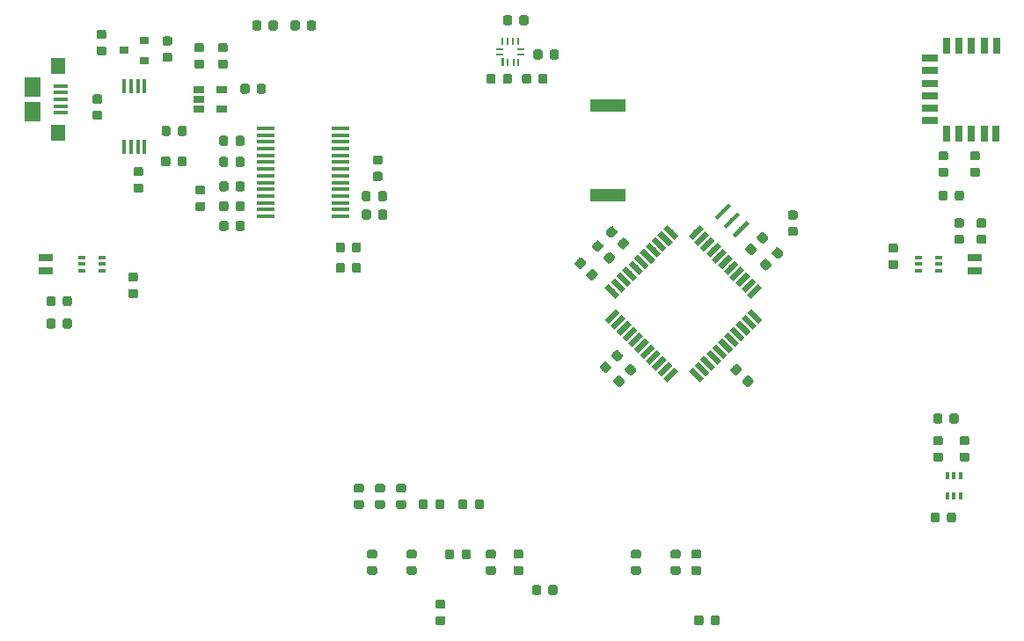
<source format=gbr>
G04 #@! TF.GenerationSoftware,KiCad,Pcbnew,(5.0.2)-1*
G04 #@! TF.CreationDate,2019-04-15T21:52:42-04:00*
G04 #@! TF.ProjectId,gomagottcha,676f6d61-676f-4747-9463-68612e6b6963,rev?*
G04 #@! TF.SameCoordinates,Original*
G04 #@! TF.FileFunction,Paste,Top*
G04 #@! TF.FilePolarity,Positive*
%FSLAX46Y46*%
G04 Gerber Fmt 4.6, Leading zero omitted, Abs format (unit mm)*
G04 Created by KiCad (PCBNEW (5.0.2)-1) date 4/15/2019 9:52:42 PM*
%MOMM*%
%LPD*%
G01*
G04 APERTURE LIST*
%ADD10C,0.100000*%
%ADD11C,0.875000*%
%ADD12R,0.250000X0.800000*%
%ADD13C,0.250000*%
%ADD14R,0.800000X0.250000*%
%ADD15R,0.450000X1.450000*%
%ADD16R,0.900000X0.800000*%
%ADD17R,3.400000X1.300000*%
%ADD18R,0.400000X0.650000*%
%ADD19R,0.650000X0.400000*%
%ADD20C,0.550000*%
%ADD21R,1.400000X0.650000*%
%ADD22R,1.750000X0.450000*%
%ADD23R,1.060000X0.650000*%
%ADD24C,0.400000*%
%ADD25R,0.700000X1.500000*%
%ADD26R,1.500000X0.700000*%
%ADD27R,1.600000X1.900000*%
%ADD28R,1.350000X0.400000*%
%ADD29R,1.400000X1.600000*%
G04 APERTURE END LIST*
D10*
G04 #@! TO.C,R3*
G36*
X55395691Y-28240053D02*
X55416926Y-28243203D01*
X55437750Y-28248419D01*
X55457962Y-28255651D01*
X55477368Y-28264830D01*
X55495781Y-28275866D01*
X55513024Y-28288654D01*
X55528930Y-28303070D01*
X55543346Y-28318976D01*
X55556134Y-28336219D01*
X55567170Y-28354632D01*
X55576349Y-28374038D01*
X55583581Y-28394250D01*
X55588797Y-28415074D01*
X55591947Y-28436309D01*
X55593000Y-28457750D01*
X55593000Y-28895250D01*
X55591947Y-28916691D01*
X55588797Y-28937926D01*
X55583581Y-28958750D01*
X55576349Y-28978962D01*
X55567170Y-28998368D01*
X55556134Y-29016781D01*
X55543346Y-29034024D01*
X55528930Y-29049930D01*
X55513024Y-29064346D01*
X55495781Y-29077134D01*
X55477368Y-29088170D01*
X55457962Y-29097349D01*
X55437750Y-29104581D01*
X55416926Y-29109797D01*
X55395691Y-29112947D01*
X55374250Y-29114000D01*
X54861750Y-29114000D01*
X54840309Y-29112947D01*
X54819074Y-29109797D01*
X54798250Y-29104581D01*
X54778038Y-29097349D01*
X54758632Y-29088170D01*
X54740219Y-29077134D01*
X54722976Y-29064346D01*
X54707070Y-29049930D01*
X54692654Y-29034024D01*
X54679866Y-29016781D01*
X54668830Y-28998368D01*
X54659651Y-28978962D01*
X54652419Y-28958750D01*
X54647203Y-28937926D01*
X54644053Y-28916691D01*
X54643000Y-28895250D01*
X54643000Y-28457750D01*
X54644053Y-28436309D01*
X54647203Y-28415074D01*
X54652419Y-28394250D01*
X54659651Y-28374038D01*
X54668830Y-28354632D01*
X54679866Y-28336219D01*
X54692654Y-28318976D01*
X54707070Y-28303070D01*
X54722976Y-28288654D01*
X54740219Y-28275866D01*
X54758632Y-28264830D01*
X54778038Y-28255651D01*
X54798250Y-28248419D01*
X54819074Y-28243203D01*
X54840309Y-28240053D01*
X54861750Y-28239000D01*
X55374250Y-28239000D01*
X55395691Y-28240053D01*
X55395691Y-28240053D01*
G37*
D11*
X55118000Y-28676500D03*
D10*
G36*
X55395691Y-29815053D02*
X55416926Y-29818203D01*
X55437750Y-29823419D01*
X55457962Y-29830651D01*
X55477368Y-29839830D01*
X55495781Y-29850866D01*
X55513024Y-29863654D01*
X55528930Y-29878070D01*
X55543346Y-29893976D01*
X55556134Y-29911219D01*
X55567170Y-29929632D01*
X55576349Y-29949038D01*
X55583581Y-29969250D01*
X55588797Y-29990074D01*
X55591947Y-30011309D01*
X55593000Y-30032750D01*
X55593000Y-30470250D01*
X55591947Y-30491691D01*
X55588797Y-30512926D01*
X55583581Y-30533750D01*
X55576349Y-30553962D01*
X55567170Y-30573368D01*
X55556134Y-30591781D01*
X55543346Y-30609024D01*
X55528930Y-30624930D01*
X55513024Y-30639346D01*
X55495781Y-30652134D01*
X55477368Y-30663170D01*
X55457962Y-30672349D01*
X55437750Y-30679581D01*
X55416926Y-30684797D01*
X55395691Y-30687947D01*
X55374250Y-30689000D01*
X54861750Y-30689000D01*
X54840309Y-30687947D01*
X54819074Y-30684797D01*
X54798250Y-30679581D01*
X54778038Y-30672349D01*
X54758632Y-30663170D01*
X54740219Y-30652134D01*
X54722976Y-30639346D01*
X54707070Y-30624930D01*
X54692654Y-30609024D01*
X54679866Y-30591781D01*
X54668830Y-30573368D01*
X54659651Y-30553962D01*
X54652419Y-30533750D01*
X54647203Y-30512926D01*
X54644053Y-30491691D01*
X54643000Y-30470250D01*
X54643000Y-30032750D01*
X54644053Y-30011309D01*
X54647203Y-29990074D01*
X54652419Y-29969250D01*
X54659651Y-29949038D01*
X54668830Y-29929632D01*
X54679866Y-29911219D01*
X54692654Y-29893976D01*
X54707070Y-29878070D01*
X54722976Y-29863654D01*
X54740219Y-29850866D01*
X54758632Y-29839830D01*
X54778038Y-29830651D01*
X54798250Y-29823419D01*
X54819074Y-29818203D01*
X54840309Y-29815053D01*
X54861750Y-29814000D01*
X55374250Y-29814000D01*
X55395691Y-29815053D01*
X55395691Y-29815053D01*
G37*
D11*
X55118000Y-30251500D03*
G04 #@! TD*
D12*
G04 #@! TO.C,U14*
X85849000Y-30067000D03*
X85374000Y-30067000D03*
X84849000Y-30067000D03*
D10*
G36*
X84417626Y-29667301D02*
X84423693Y-29668201D01*
X84429643Y-29669691D01*
X84435418Y-29671758D01*
X84440962Y-29674380D01*
X84446223Y-29677533D01*
X84451150Y-29681187D01*
X84455694Y-29685306D01*
X84459813Y-29689850D01*
X84463467Y-29694777D01*
X84466620Y-29700038D01*
X84469242Y-29705582D01*
X84471309Y-29711357D01*
X84472799Y-29717307D01*
X84473699Y-29723374D01*
X84474000Y-29729500D01*
X84474000Y-30404500D01*
X84473699Y-30410626D01*
X84472799Y-30416693D01*
X84471309Y-30422643D01*
X84469242Y-30428418D01*
X84466620Y-30433962D01*
X84463467Y-30439223D01*
X84459813Y-30444150D01*
X84455694Y-30448694D01*
X84451150Y-30452813D01*
X84446223Y-30456467D01*
X84440962Y-30459620D01*
X84435418Y-30462242D01*
X84429643Y-30464309D01*
X84423693Y-30465799D01*
X84417626Y-30466699D01*
X84411500Y-30467000D01*
X84286500Y-30467000D01*
X84280374Y-30466699D01*
X84274307Y-30465799D01*
X84268357Y-30464309D01*
X84262582Y-30462242D01*
X84257038Y-30459620D01*
X84251777Y-30456467D01*
X84246850Y-30452813D01*
X84242306Y-30448694D01*
X84238187Y-30444150D01*
X84234533Y-30439223D01*
X84231380Y-30433962D01*
X84228758Y-30428418D01*
X84226691Y-30422643D01*
X84225201Y-30416693D01*
X84224301Y-30410626D01*
X84224000Y-30404500D01*
X84224000Y-29729500D01*
X84224301Y-29723374D01*
X84225201Y-29717307D01*
X84226691Y-29711357D01*
X84228758Y-29705582D01*
X84231380Y-29700038D01*
X84234533Y-29694777D01*
X84238187Y-29689850D01*
X84242306Y-29685306D01*
X84246850Y-29681187D01*
X84251777Y-29677533D01*
X84257038Y-29674380D01*
X84262582Y-29671758D01*
X84268357Y-29669691D01*
X84274307Y-29668201D01*
X84280374Y-29667301D01*
X84286500Y-29667000D01*
X84411500Y-29667000D01*
X84417626Y-29667301D01*
X84417626Y-29667301D01*
G37*
D13*
X84349000Y-30067000D03*
D14*
X84074000Y-29329500D03*
X84074000Y-28829500D03*
D12*
X84349000Y-28067000D03*
X84849000Y-28067000D03*
X85349000Y-28067000D03*
X85849000Y-28067000D03*
D14*
X86074000Y-28829500D03*
X86074000Y-29329500D03*
G04 #@! TD*
D15*
G04 #@! TO.C,U6*
X47920000Y-38256000D03*
X48570000Y-38256000D03*
X49220000Y-38256000D03*
X49870000Y-38256000D03*
X49870000Y-32356000D03*
X49220000Y-32356000D03*
X48570000Y-32356000D03*
X47920000Y-32356000D03*
G04 #@! TD*
D16*
G04 #@! TO.C,U9*
X49895000Y-29906000D03*
X49895000Y-28006000D03*
X47895000Y-28956000D03*
G04 #@! TD*
D17*
G04 #@! TO.C,U13*
X94488000Y-42926000D03*
X94488000Y-34226000D03*
G04 #@! TD*
D18*
G04 #@! TO.C,U4*
X128412000Y-69916000D03*
X127112000Y-69916000D03*
X127762000Y-71816000D03*
X127762000Y-69916000D03*
X127112000Y-71816000D03*
X128412000Y-71816000D03*
G04 #@! TD*
D19*
G04 #@! TO.C,U11*
X126299000Y-48880000D03*
X126299000Y-50180000D03*
X124399000Y-49530000D03*
X126299000Y-49530000D03*
X124399000Y-50180000D03*
X124399000Y-48880000D03*
G04 #@! TD*
G04 #@! TO.C,U7*
X45781000Y-50180000D03*
X45781000Y-48880000D03*
X43881000Y-49530000D03*
X45781000Y-49530000D03*
X43881000Y-48880000D03*
X43881000Y-50180000D03*
G04 #@! TD*
D20*
G04 #@! TO.C,U5*
X108601404Y-52136116D03*
D10*
G36*
X108937280Y-51411332D02*
X109326188Y-51800240D01*
X108265528Y-52860900D01*
X107876620Y-52471992D01*
X108937280Y-51411332D01*
X108937280Y-51411332D01*
G37*
D20*
X108035718Y-51570431D03*
D10*
G36*
X108371594Y-50845647D02*
X108760502Y-51234555D01*
X107699842Y-52295215D01*
X107310934Y-51906307D01*
X108371594Y-50845647D01*
X108371594Y-50845647D01*
G37*
D20*
X107470033Y-51004746D03*
D10*
G36*
X107805909Y-50279962D02*
X108194817Y-50668870D01*
X107134157Y-51729530D01*
X106745249Y-51340622D01*
X107805909Y-50279962D01*
X107805909Y-50279962D01*
G37*
D20*
X106904348Y-50439060D03*
D10*
G36*
X107240224Y-49714276D02*
X107629132Y-50103184D01*
X106568472Y-51163844D01*
X106179564Y-50774936D01*
X107240224Y-49714276D01*
X107240224Y-49714276D01*
G37*
D20*
X106338662Y-49873375D03*
D10*
G36*
X106674538Y-49148591D02*
X107063446Y-49537499D01*
X106002786Y-50598159D01*
X105613878Y-50209251D01*
X106674538Y-49148591D01*
X106674538Y-49148591D01*
G37*
D20*
X105772977Y-49307689D03*
D10*
G36*
X106108853Y-48582905D02*
X106497761Y-48971813D01*
X105437101Y-50032473D01*
X105048193Y-49643565D01*
X106108853Y-48582905D01*
X106108853Y-48582905D01*
G37*
D20*
X105207291Y-48742004D03*
D10*
G36*
X105543167Y-48017220D02*
X105932075Y-48406128D01*
X104871415Y-49466788D01*
X104482507Y-49077880D01*
X105543167Y-48017220D01*
X105543167Y-48017220D01*
G37*
D20*
X104641606Y-48176318D03*
D10*
G36*
X104977482Y-47451534D02*
X105366390Y-47840442D01*
X104305730Y-48901102D01*
X103916822Y-48512194D01*
X104977482Y-47451534D01*
X104977482Y-47451534D01*
G37*
D20*
X104075920Y-47610633D03*
D10*
G36*
X104411796Y-46885849D02*
X104800704Y-47274757D01*
X103740044Y-48335417D01*
X103351136Y-47946509D01*
X104411796Y-46885849D01*
X104411796Y-46885849D01*
G37*
D20*
X103510235Y-47044948D03*
D10*
G36*
X103846111Y-46320164D02*
X104235019Y-46709072D01*
X103174359Y-47769732D01*
X102785451Y-47380824D01*
X103846111Y-46320164D01*
X103846111Y-46320164D01*
G37*
D20*
X102944550Y-46479262D03*
D10*
G36*
X103280426Y-45754478D02*
X103669334Y-46143386D01*
X102608674Y-47204046D01*
X102219766Y-46815138D01*
X103280426Y-45754478D01*
X103280426Y-45754478D01*
G37*
D20*
X100540386Y-46479262D03*
D10*
G36*
X99815602Y-46143386D02*
X100204510Y-45754478D01*
X101265170Y-46815138D01*
X100876262Y-47204046D01*
X99815602Y-46143386D01*
X99815602Y-46143386D01*
G37*
D20*
X99974701Y-47044948D03*
D10*
G36*
X99249917Y-46709072D02*
X99638825Y-46320164D01*
X100699485Y-47380824D01*
X100310577Y-47769732D01*
X99249917Y-46709072D01*
X99249917Y-46709072D01*
G37*
D20*
X99409016Y-47610633D03*
D10*
G36*
X98684232Y-47274757D02*
X99073140Y-46885849D01*
X100133800Y-47946509D01*
X99744892Y-48335417D01*
X98684232Y-47274757D01*
X98684232Y-47274757D01*
G37*
D20*
X98843330Y-48176318D03*
D10*
G36*
X98118546Y-47840442D02*
X98507454Y-47451534D01*
X99568114Y-48512194D01*
X99179206Y-48901102D01*
X98118546Y-47840442D01*
X98118546Y-47840442D01*
G37*
D20*
X98277645Y-48742004D03*
D10*
G36*
X97552861Y-48406128D02*
X97941769Y-48017220D01*
X99002429Y-49077880D01*
X98613521Y-49466788D01*
X97552861Y-48406128D01*
X97552861Y-48406128D01*
G37*
D20*
X97711959Y-49307689D03*
D10*
G36*
X96987175Y-48971813D02*
X97376083Y-48582905D01*
X98436743Y-49643565D01*
X98047835Y-50032473D01*
X96987175Y-48971813D01*
X96987175Y-48971813D01*
G37*
D20*
X97146274Y-49873375D03*
D10*
G36*
X96421490Y-49537499D02*
X96810398Y-49148591D01*
X97871058Y-50209251D01*
X97482150Y-50598159D01*
X96421490Y-49537499D01*
X96421490Y-49537499D01*
G37*
D20*
X96580588Y-50439060D03*
D10*
G36*
X95855804Y-50103184D02*
X96244712Y-49714276D01*
X97305372Y-50774936D01*
X96916464Y-51163844D01*
X95855804Y-50103184D01*
X95855804Y-50103184D01*
G37*
D20*
X96014903Y-51004746D03*
D10*
G36*
X95290119Y-50668870D02*
X95679027Y-50279962D01*
X96739687Y-51340622D01*
X96350779Y-51729530D01*
X95290119Y-50668870D01*
X95290119Y-50668870D01*
G37*
D20*
X95449218Y-51570431D03*
D10*
G36*
X94724434Y-51234555D02*
X95113342Y-50845647D01*
X96174002Y-51906307D01*
X95785094Y-52295215D01*
X94724434Y-51234555D01*
X94724434Y-51234555D01*
G37*
D20*
X94883532Y-52136116D03*
D10*
G36*
X94158748Y-51800240D02*
X94547656Y-51411332D01*
X95608316Y-52471992D01*
X95219408Y-52860900D01*
X94158748Y-51800240D01*
X94158748Y-51800240D01*
G37*
D20*
X94883532Y-54540280D03*
D10*
G36*
X95219408Y-53815496D02*
X95608316Y-54204404D01*
X94547656Y-55265064D01*
X94158748Y-54876156D01*
X95219408Y-53815496D01*
X95219408Y-53815496D01*
G37*
D20*
X95449218Y-55105965D03*
D10*
G36*
X95785094Y-54381181D02*
X96174002Y-54770089D01*
X95113342Y-55830749D01*
X94724434Y-55441841D01*
X95785094Y-54381181D01*
X95785094Y-54381181D01*
G37*
D20*
X96014903Y-55671650D03*
D10*
G36*
X96350779Y-54946866D02*
X96739687Y-55335774D01*
X95679027Y-56396434D01*
X95290119Y-56007526D01*
X96350779Y-54946866D01*
X96350779Y-54946866D01*
G37*
D20*
X96580588Y-56237336D03*
D10*
G36*
X96916464Y-55512552D02*
X97305372Y-55901460D01*
X96244712Y-56962120D01*
X95855804Y-56573212D01*
X96916464Y-55512552D01*
X96916464Y-55512552D01*
G37*
D20*
X97146274Y-56803021D03*
D10*
G36*
X97482150Y-56078237D02*
X97871058Y-56467145D01*
X96810398Y-57527805D01*
X96421490Y-57138897D01*
X97482150Y-56078237D01*
X97482150Y-56078237D01*
G37*
D20*
X97711959Y-57368707D03*
D10*
G36*
X98047835Y-56643923D02*
X98436743Y-57032831D01*
X97376083Y-58093491D01*
X96987175Y-57704583D01*
X98047835Y-56643923D01*
X98047835Y-56643923D01*
G37*
D20*
X98277645Y-57934392D03*
D10*
G36*
X98613521Y-57209608D02*
X99002429Y-57598516D01*
X97941769Y-58659176D01*
X97552861Y-58270268D01*
X98613521Y-57209608D01*
X98613521Y-57209608D01*
G37*
D20*
X98843330Y-58500078D03*
D10*
G36*
X99179206Y-57775294D02*
X99568114Y-58164202D01*
X98507454Y-59224862D01*
X98118546Y-58835954D01*
X99179206Y-57775294D01*
X99179206Y-57775294D01*
G37*
D20*
X99409016Y-59065763D03*
D10*
G36*
X99744892Y-58340979D02*
X100133800Y-58729887D01*
X99073140Y-59790547D01*
X98684232Y-59401639D01*
X99744892Y-58340979D01*
X99744892Y-58340979D01*
G37*
D20*
X99974701Y-59631448D03*
D10*
G36*
X100310577Y-58906664D02*
X100699485Y-59295572D01*
X99638825Y-60356232D01*
X99249917Y-59967324D01*
X100310577Y-58906664D01*
X100310577Y-58906664D01*
G37*
D20*
X100540386Y-60197134D03*
D10*
G36*
X100876262Y-59472350D02*
X101265170Y-59861258D01*
X100204510Y-60921918D01*
X99815602Y-60533010D01*
X100876262Y-59472350D01*
X100876262Y-59472350D01*
G37*
D20*
X102944550Y-60197134D03*
D10*
G36*
X102219766Y-59861258D02*
X102608674Y-59472350D01*
X103669334Y-60533010D01*
X103280426Y-60921918D01*
X102219766Y-59861258D01*
X102219766Y-59861258D01*
G37*
D20*
X103510235Y-59631448D03*
D10*
G36*
X102785451Y-59295572D02*
X103174359Y-58906664D01*
X104235019Y-59967324D01*
X103846111Y-60356232D01*
X102785451Y-59295572D01*
X102785451Y-59295572D01*
G37*
D20*
X104075920Y-59065763D03*
D10*
G36*
X103351136Y-58729887D02*
X103740044Y-58340979D01*
X104800704Y-59401639D01*
X104411796Y-59790547D01*
X103351136Y-58729887D01*
X103351136Y-58729887D01*
G37*
D20*
X104641606Y-58500078D03*
D10*
G36*
X103916822Y-58164202D02*
X104305730Y-57775294D01*
X105366390Y-58835954D01*
X104977482Y-59224862D01*
X103916822Y-58164202D01*
X103916822Y-58164202D01*
G37*
D20*
X105207291Y-57934392D03*
D10*
G36*
X104482507Y-57598516D02*
X104871415Y-57209608D01*
X105932075Y-58270268D01*
X105543167Y-58659176D01*
X104482507Y-57598516D01*
X104482507Y-57598516D01*
G37*
D20*
X105772977Y-57368707D03*
D10*
G36*
X105048193Y-57032831D02*
X105437101Y-56643923D01*
X106497761Y-57704583D01*
X106108853Y-58093491D01*
X105048193Y-57032831D01*
X105048193Y-57032831D01*
G37*
D20*
X106338662Y-56803021D03*
D10*
G36*
X105613878Y-56467145D02*
X106002786Y-56078237D01*
X107063446Y-57138897D01*
X106674538Y-57527805D01*
X105613878Y-56467145D01*
X105613878Y-56467145D01*
G37*
D20*
X106904348Y-56237336D03*
D10*
G36*
X106179564Y-55901460D02*
X106568472Y-55512552D01*
X107629132Y-56573212D01*
X107240224Y-56962120D01*
X106179564Y-55901460D01*
X106179564Y-55901460D01*
G37*
D20*
X107470033Y-55671650D03*
D10*
G36*
X106745249Y-55335774D02*
X107134157Y-54946866D01*
X108194817Y-56007526D01*
X107805909Y-56396434D01*
X106745249Y-55335774D01*
X106745249Y-55335774D01*
G37*
D20*
X108035718Y-55105965D03*
D10*
G36*
X107310934Y-54770089D02*
X107699842Y-54381181D01*
X108760502Y-55441841D01*
X108371594Y-55830749D01*
X107310934Y-54770089D01*
X107310934Y-54770089D01*
G37*
D20*
X108601404Y-54540280D03*
D10*
G36*
X107876620Y-54204404D02*
X108265528Y-53815496D01*
X109326188Y-54876156D01*
X108937280Y-55265064D01*
X107876620Y-54204404D01*
X107876620Y-54204404D01*
G37*
G04 #@! TD*
D21*
G04 #@! TO.C,U10*
X40386000Y-48930000D03*
X40386000Y-50130000D03*
G04 #@! TD*
G04 #@! TO.C,U12*
X129794000Y-48930000D03*
X129794000Y-50130000D03*
G04 #@! TD*
D10*
G04 #@! TO.C,R26*
G36*
X87844691Y-80425053D02*
X87865926Y-80428203D01*
X87886750Y-80433419D01*
X87906962Y-80440651D01*
X87926368Y-80449830D01*
X87944781Y-80460866D01*
X87962024Y-80473654D01*
X87977930Y-80488070D01*
X87992346Y-80503976D01*
X88005134Y-80521219D01*
X88016170Y-80539632D01*
X88025349Y-80559038D01*
X88032581Y-80579250D01*
X88037797Y-80600074D01*
X88040947Y-80621309D01*
X88042000Y-80642750D01*
X88042000Y-81155250D01*
X88040947Y-81176691D01*
X88037797Y-81197926D01*
X88032581Y-81218750D01*
X88025349Y-81238962D01*
X88016170Y-81258368D01*
X88005134Y-81276781D01*
X87992346Y-81294024D01*
X87977930Y-81309930D01*
X87962024Y-81324346D01*
X87944781Y-81337134D01*
X87926368Y-81348170D01*
X87906962Y-81357349D01*
X87886750Y-81364581D01*
X87865926Y-81369797D01*
X87844691Y-81372947D01*
X87823250Y-81374000D01*
X87385750Y-81374000D01*
X87364309Y-81372947D01*
X87343074Y-81369797D01*
X87322250Y-81364581D01*
X87302038Y-81357349D01*
X87282632Y-81348170D01*
X87264219Y-81337134D01*
X87246976Y-81324346D01*
X87231070Y-81309930D01*
X87216654Y-81294024D01*
X87203866Y-81276781D01*
X87192830Y-81258368D01*
X87183651Y-81238962D01*
X87176419Y-81218750D01*
X87171203Y-81197926D01*
X87168053Y-81176691D01*
X87167000Y-81155250D01*
X87167000Y-80642750D01*
X87168053Y-80621309D01*
X87171203Y-80600074D01*
X87176419Y-80579250D01*
X87183651Y-80559038D01*
X87192830Y-80539632D01*
X87203866Y-80521219D01*
X87216654Y-80503976D01*
X87231070Y-80488070D01*
X87246976Y-80473654D01*
X87264219Y-80460866D01*
X87282632Y-80449830D01*
X87302038Y-80440651D01*
X87322250Y-80433419D01*
X87343074Y-80428203D01*
X87364309Y-80425053D01*
X87385750Y-80424000D01*
X87823250Y-80424000D01*
X87844691Y-80425053D01*
X87844691Y-80425053D01*
G37*
D11*
X87604500Y-80899000D03*
D10*
G36*
X89419691Y-80425053D02*
X89440926Y-80428203D01*
X89461750Y-80433419D01*
X89481962Y-80440651D01*
X89501368Y-80449830D01*
X89519781Y-80460866D01*
X89537024Y-80473654D01*
X89552930Y-80488070D01*
X89567346Y-80503976D01*
X89580134Y-80521219D01*
X89591170Y-80539632D01*
X89600349Y-80559038D01*
X89607581Y-80579250D01*
X89612797Y-80600074D01*
X89615947Y-80621309D01*
X89617000Y-80642750D01*
X89617000Y-81155250D01*
X89615947Y-81176691D01*
X89612797Y-81197926D01*
X89607581Y-81218750D01*
X89600349Y-81238962D01*
X89591170Y-81258368D01*
X89580134Y-81276781D01*
X89567346Y-81294024D01*
X89552930Y-81309930D01*
X89537024Y-81324346D01*
X89519781Y-81337134D01*
X89501368Y-81348170D01*
X89481962Y-81357349D01*
X89461750Y-81364581D01*
X89440926Y-81369797D01*
X89419691Y-81372947D01*
X89398250Y-81374000D01*
X88960750Y-81374000D01*
X88939309Y-81372947D01*
X88918074Y-81369797D01*
X88897250Y-81364581D01*
X88877038Y-81357349D01*
X88857632Y-81348170D01*
X88839219Y-81337134D01*
X88821976Y-81324346D01*
X88806070Y-81309930D01*
X88791654Y-81294024D01*
X88778866Y-81276781D01*
X88767830Y-81258368D01*
X88758651Y-81238962D01*
X88751419Y-81218750D01*
X88746203Y-81197926D01*
X88743053Y-81176691D01*
X88742000Y-81155250D01*
X88742000Y-80642750D01*
X88743053Y-80621309D01*
X88746203Y-80600074D01*
X88751419Y-80579250D01*
X88758651Y-80559038D01*
X88767830Y-80539632D01*
X88778866Y-80521219D01*
X88791654Y-80503976D01*
X88806070Y-80488070D01*
X88821976Y-80473654D01*
X88839219Y-80460866D01*
X88857632Y-80449830D01*
X88877038Y-80440651D01*
X88897250Y-80433419D01*
X88918074Y-80428203D01*
X88939309Y-80425053D01*
X88960750Y-80424000D01*
X89398250Y-80424000D01*
X89419691Y-80425053D01*
X89419691Y-80425053D01*
G37*
D11*
X89179500Y-80899000D03*
G04 #@! TD*
D10*
G04 #@! TO.C,R27*
G36*
X78636691Y-81834053D02*
X78657926Y-81837203D01*
X78678750Y-81842419D01*
X78698962Y-81849651D01*
X78718368Y-81858830D01*
X78736781Y-81869866D01*
X78754024Y-81882654D01*
X78769930Y-81897070D01*
X78784346Y-81912976D01*
X78797134Y-81930219D01*
X78808170Y-81948632D01*
X78817349Y-81968038D01*
X78824581Y-81988250D01*
X78829797Y-82009074D01*
X78832947Y-82030309D01*
X78834000Y-82051750D01*
X78834000Y-82489250D01*
X78832947Y-82510691D01*
X78829797Y-82531926D01*
X78824581Y-82552750D01*
X78817349Y-82572962D01*
X78808170Y-82592368D01*
X78797134Y-82610781D01*
X78784346Y-82628024D01*
X78769930Y-82643930D01*
X78754024Y-82658346D01*
X78736781Y-82671134D01*
X78718368Y-82682170D01*
X78698962Y-82691349D01*
X78678750Y-82698581D01*
X78657926Y-82703797D01*
X78636691Y-82706947D01*
X78615250Y-82708000D01*
X78102750Y-82708000D01*
X78081309Y-82706947D01*
X78060074Y-82703797D01*
X78039250Y-82698581D01*
X78019038Y-82691349D01*
X77999632Y-82682170D01*
X77981219Y-82671134D01*
X77963976Y-82658346D01*
X77948070Y-82643930D01*
X77933654Y-82628024D01*
X77920866Y-82610781D01*
X77909830Y-82592368D01*
X77900651Y-82572962D01*
X77893419Y-82552750D01*
X77888203Y-82531926D01*
X77885053Y-82510691D01*
X77884000Y-82489250D01*
X77884000Y-82051750D01*
X77885053Y-82030309D01*
X77888203Y-82009074D01*
X77893419Y-81988250D01*
X77900651Y-81968038D01*
X77909830Y-81948632D01*
X77920866Y-81930219D01*
X77933654Y-81912976D01*
X77948070Y-81897070D01*
X77963976Y-81882654D01*
X77981219Y-81869866D01*
X77999632Y-81858830D01*
X78019038Y-81849651D01*
X78039250Y-81842419D01*
X78060074Y-81837203D01*
X78081309Y-81834053D01*
X78102750Y-81833000D01*
X78615250Y-81833000D01*
X78636691Y-81834053D01*
X78636691Y-81834053D01*
G37*
D11*
X78359000Y-82270500D03*
D10*
G36*
X78636691Y-83409053D02*
X78657926Y-83412203D01*
X78678750Y-83417419D01*
X78698962Y-83424651D01*
X78718368Y-83433830D01*
X78736781Y-83444866D01*
X78754024Y-83457654D01*
X78769930Y-83472070D01*
X78784346Y-83487976D01*
X78797134Y-83505219D01*
X78808170Y-83523632D01*
X78817349Y-83543038D01*
X78824581Y-83563250D01*
X78829797Y-83584074D01*
X78832947Y-83605309D01*
X78834000Y-83626750D01*
X78834000Y-84064250D01*
X78832947Y-84085691D01*
X78829797Y-84106926D01*
X78824581Y-84127750D01*
X78817349Y-84147962D01*
X78808170Y-84167368D01*
X78797134Y-84185781D01*
X78784346Y-84203024D01*
X78769930Y-84218930D01*
X78754024Y-84233346D01*
X78736781Y-84246134D01*
X78718368Y-84257170D01*
X78698962Y-84266349D01*
X78678750Y-84273581D01*
X78657926Y-84278797D01*
X78636691Y-84281947D01*
X78615250Y-84283000D01*
X78102750Y-84283000D01*
X78081309Y-84281947D01*
X78060074Y-84278797D01*
X78039250Y-84273581D01*
X78019038Y-84266349D01*
X77999632Y-84257170D01*
X77981219Y-84246134D01*
X77963976Y-84233346D01*
X77948070Y-84218930D01*
X77933654Y-84203024D01*
X77920866Y-84185781D01*
X77909830Y-84167368D01*
X77900651Y-84147962D01*
X77893419Y-84127750D01*
X77888203Y-84106926D01*
X77885053Y-84085691D01*
X77884000Y-84064250D01*
X77884000Y-83626750D01*
X77885053Y-83605309D01*
X77888203Y-83584074D01*
X77893419Y-83563250D01*
X77900651Y-83543038D01*
X77909830Y-83523632D01*
X77920866Y-83505219D01*
X77933654Y-83487976D01*
X77948070Y-83472070D01*
X77963976Y-83457654D01*
X77981219Y-83444866D01*
X77999632Y-83433830D01*
X78019038Y-83424651D01*
X78039250Y-83417419D01*
X78060074Y-83412203D01*
X78081309Y-83409053D01*
X78102750Y-83408000D01*
X78615250Y-83408000D01*
X78636691Y-83409053D01*
X78636691Y-83409053D01*
G37*
D11*
X78359000Y-83845500D03*
G04 #@! TD*
D22*
G04 #@! TO.C,U2*
X68738180Y-44914665D03*
X68738180Y-44264665D03*
X68738180Y-43614665D03*
X68738180Y-42964665D03*
X68738180Y-42314665D03*
X68738180Y-41664665D03*
X68738180Y-41014665D03*
X68738180Y-40364665D03*
X68738180Y-39714665D03*
X68738180Y-39064665D03*
X68738180Y-38414665D03*
X68738180Y-37764665D03*
X68738180Y-37114665D03*
X68738180Y-36464665D03*
X61538180Y-36464665D03*
X61538180Y-37114665D03*
X61538180Y-37764665D03*
X61538180Y-38414665D03*
X61538180Y-39064665D03*
X61538180Y-39714665D03*
X61538180Y-40364665D03*
X61538180Y-41014665D03*
X61538180Y-41664665D03*
X61538180Y-42314665D03*
X61538180Y-42964665D03*
X61538180Y-43614665D03*
X61538180Y-44264665D03*
X61538180Y-44914665D03*
G04 #@! TD*
D10*
G04 #@! TO.C,D6*
G36*
X60920691Y-26069053D02*
X60941926Y-26072203D01*
X60962750Y-26077419D01*
X60982962Y-26084651D01*
X61002368Y-26093830D01*
X61020781Y-26104866D01*
X61038024Y-26117654D01*
X61053930Y-26132070D01*
X61068346Y-26147976D01*
X61081134Y-26165219D01*
X61092170Y-26183632D01*
X61101349Y-26203038D01*
X61108581Y-26223250D01*
X61113797Y-26244074D01*
X61116947Y-26265309D01*
X61118000Y-26286750D01*
X61118000Y-26799250D01*
X61116947Y-26820691D01*
X61113797Y-26841926D01*
X61108581Y-26862750D01*
X61101349Y-26882962D01*
X61092170Y-26902368D01*
X61081134Y-26920781D01*
X61068346Y-26938024D01*
X61053930Y-26953930D01*
X61038024Y-26968346D01*
X61020781Y-26981134D01*
X61002368Y-26992170D01*
X60982962Y-27001349D01*
X60962750Y-27008581D01*
X60941926Y-27013797D01*
X60920691Y-27016947D01*
X60899250Y-27018000D01*
X60461750Y-27018000D01*
X60440309Y-27016947D01*
X60419074Y-27013797D01*
X60398250Y-27008581D01*
X60378038Y-27001349D01*
X60358632Y-26992170D01*
X60340219Y-26981134D01*
X60322976Y-26968346D01*
X60307070Y-26953930D01*
X60292654Y-26938024D01*
X60279866Y-26920781D01*
X60268830Y-26902368D01*
X60259651Y-26882962D01*
X60252419Y-26862750D01*
X60247203Y-26841926D01*
X60244053Y-26820691D01*
X60243000Y-26799250D01*
X60243000Y-26286750D01*
X60244053Y-26265309D01*
X60247203Y-26244074D01*
X60252419Y-26223250D01*
X60259651Y-26203038D01*
X60268830Y-26183632D01*
X60279866Y-26165219D01*
X60292654Y-26147976D01*
X60307070Y-26132070D01*
X60322976Y-26117654D01*
X60340219Y-26104866D01*
X60358632Y-26093830D01*
X60378038Y-26084651D01*
X60398250Y-26077419D01*
X60419074Y-26072203D01*
X60440309Y-26069053D01*
X60461750Y-26068000D01*
X60899250Y-26068000D01*
X60920691Y-26069053D01*
X60920691Y-26069053D01*
G37*
D11*
X60680500Y-26543000D03*
D10*
G36*
X62495691Y-26069053D02*
X62516926Y-26072203D01*
X62537750Y-26077419D01*
X62557962Y-26084651D01*
X62577368Y-26093830D01*
X62595781Y-26104866D01*
X62613024Y-26117654D01*
X62628930Y-26132070D01*
X62643346Y-26147976D01*
X62656134Y-26165219D01*
X62667170Y-26183632D01*
X62676349Y-26203038D01*
X62683581Y-26223250D01*
X62688797Y-26244074D01*
X62691947Y-26265309D01*
X62693000Y-26286750D01*
X62693000Y-26799250D01*
X62691947Y-26820691D01*
X62688797Y-26841926D01*
X62683581Y-26862750D01*
X62676349Y-26882962D01*
X62667170Y-26902368D01*
X62656134Y-26920781D01*
X62643346Y-26938024D01*
X62628930Y-26953930D01*
X62613024Y-26968346D01*
X62595781Y-26981134D01*
X62577368Y-26992170D01*
X62557962Y-27001349D01*
X62537750Y-27008581D01*
X62516926Y-27013797D01*
X62495691Y-27016947D01*
X62474250Y-27018000D01*
X62036750Y-27018000D01*
X62015309Y-27016947D01*
X61994074Y-27013797D01*
X61973250Y-27008581D01*
X61953038Y-27001349D01*
X61933632Y-26992170D01*
X61915219Y-26981134D01*
X61897976Y-26968346D01*
X61882070Y-26953930D01*
X61867654Y-26938024D01*
X61854866Y-26920781D01*
X61843830Y-26902368D01*
X61834651Y-26882962D01*
X61827419Y-26862750D01*
X61822203Y-26841926D01*
X61819053Y-26820691D01*
X61818000Y-26799250D01*
X61818000Y-26286750D01*
X61819053Y-26265309D01*
X61822203Y-26244074D01*
X61827419Y-26223250D01*
X61834651Y-26203038D01*
X61843830Y-26183632D01*
X61854866Y-26165219D01*
X61867654Y-26147976D01*
X61882070Y-26132070D01*
X61897976Y-26117654D01*
X61915219Y-26104866D01*
X61933632Y-26093830D01*
X61953038Y-26084651D01*
X61973250Y-26077419D01*
X61994074Y-26072203D01*
X62015309Y-26069053D01*
X62036750Y-26068000D01*
X62474250Y-26068000D01*
X62495691Y-26069053D01*
X62495691Y-26069053D01*
G37*
D11*
X62255500Y-26543000D03*
G04 #@! TD*
D10*
G04 #@! TO.C,D5*
G36*
X110787771Y-47911580D02*
X110809006Y-47914730D01*
X110829830Y-47919946D01*
X110850042Y-47927178D01*
X110869448Y-47936357D01*
X110887861Y-47947393D01*
X110905104Y-47960181D01*
X110921010Y-47974597D01*
X111283403Y-48336990D01*
X111297819Y-48352896D01*
X111310607Y-48370139D01*
X111321643Y-48388552D01*
X111330822Y-48407958D01*
X111338054Y-48428170D01*
X111343270Y-48448994D01*
X111346420Y-48470229D01*
X111347473Y-48491670D01*
X111346420Y-48513111D01*
X111343270Y-48534346D01*
X111338054Y-48555170D01*
X111330822Y-48575382D01*
X111321643Y-48594788D01*
X111310607Y-48613201D01*
X111297819Y-48630444D01*
X111283403Y-48646350D01*
X110974044Y-48955709D01*
X110958138Y-48970125D01*
X110940895Y-48982913D01*
X110922482Y-48993949D01*
X110903076Y-49003128D01*
X110882864Y-49010360D01*
X110862040Y-49015576D01*
X110840805Y-49018726D01*
X110819364Y-49019779D01*
X110797923Y-49018726D01*
X110776688Y-49015576D01*
X110755864Y-49010360D01*
X110735652Y-49003128D01*
X110716246Y-48993949D01*
X110697833Y-48982913D01*
X110680590Y-48970125D01*
X110664684Y-48955709D01*
X110302291Y-48593316D01*
X110287875Y-48577410D01*
X110275087Y-48560167D01*
X110264051Y-48541754D01*
X110254872Y-48522348D01*
X110247640Y-48502136D01*
X110242424Y-48481312D01*
X110239274Y-48460077D01*
X110238221Y-48438636D01*
X110239274Y-48417195D01*
X110242424Y-48395960D01*
X110247640Y-48375136D01*
X110254872Y-48354924D01*
X110264051Y-48335518D01*
X110275087Y-48317105D01*
X110287875Y-48299862D01*
X110302291Y-48283956D01*
X110611650Y-47974597D01*
X110627556Y-47960181D01*
X110644799Y-47947393D01*
X110663212Y-47936357D01*
X110682618Y-47927178D01*
X110702830Y-47919946D01*
X110723654Y-47914730D01*
X110744889Y-47911580D01*
X110766330Y-47910527D01*
X110787771Y-47911580D01*
X110787771Y-47911580D01*
G37*
D11*
X110792847Y-48465153D03*
D10*
G36*
X109674077Y-49025274D02*
X109695312Y-49028424D01*
X109716136Y-49033640D01*
X109736348Y-49040872D01*
X109755754Y-49050051D01*
X109774167Y-49061087D01*
X109791410Y-49073875D01*
X109807316Y-49088291D01*
X110169709Y-49450684D01*
X110184125Y-49466590D01*
X110196913Y-49483833D01*
X110207949Y-49502246D01*
X110217128Y-49521652D01*
X110224360Y-49541864D01*
X110229576Y-49562688D01*
X110232726Y-49583923D01*
X110233779Y-49605364D01*
X110232726Y-49626805D01*
X110229576Y-49648040D01*
X110224360Y-49668864D01*
X110217128Y-49689076D01*
X110207949Y-49708482D01*
X110196913Y-49726895D01*
X110184125Y-49744138D01*
X110169709Y-49760044D01*
X109860350Y-50069403D01*
X109844444Y-50083819D01*
X109827201Y-50096607D01*
X109808788Y-50107643D01*
X109789382Y-50116822D01*
X109769170Y-50124054D01*
X109748346Y-50129270D01*
X109727111Y-50132420D01*
X109705670Y-50133473D01*
X109684229Y-50132420D01*
X109662994Y-50129270D01*
X109642170Y-50124054D01*
X109621958Y-50116822D01*
X109602552Y-50107643D01*
X109584139Y-50096607D01*
X109566896Y-50083819D01*
X109550990Y-50069403D01*
X109188597Y-49707010D01*
X109174181Y-49691104D01*
X109161393Y-49673861D01*
X109150357Y-49655448D01*
X109141178Y-49636042D01*
X109133946Y-49615830D01*
X109128730Y-49595006D01*
X109125580Y-49573771D01*
X109124527Y-49552330D01*
X109125580Y-49530889D01*
X109128730Y-49509654D01*
X109133946Y-49488830D01*
X109141178Y-49468618D01*
X109150357Y-49449212D01*
X109161393Y-49430799D01*
X109174181Y-49413556D01*
X109188597Y-49397650D01*
X109497956Y-49088291D01*
X109513862Y-49073875D01*
X109531105Y-49061087D01*
X109549518Y-49050051D01*
X109568924Y-49040872D01*
X109589136Y-49033640D01*
X109609960Y-49028424D01*
X109631195Y-49025274D01*
X109652636Y-49024221D01*
X109674077Y-49025274D01*
X109674077Y-49025274D01*
G37*
D11*
X109679153Y-49578847D03*
G04 #@! TD*
D10*
G04 #@! TO.C,D4*
G36*
X55522691Y-41956053D02*
X55543926Y-41959203D01*
X55564750Y-41964419D01*
X55584962Y-41971651D01*
X55604368Y-41980830D01*
X55622781Y-41991866D01*
X55640024Y-42004654D01*
X55655930Y-42019070D01*
X55670346Y-42034976D01*
X55683134Y-42052219D01*
X55694170Y-42070632D01*
X55703349Y-42090038D01*
X55710581Y-42110250D01*
X55715797Y-42131074D01*
X55718947Y-42152309D01*
X55720000Y-42173750D01*
X55720000Y-42611250D01*
X55718947Y-42632691D01*
X55715797Y-42653926D01*
X55710581Y-42674750D01*
X55703349Y-42694962D01*
X55694170Y-42714368D01*
X55683134Y-42732781D01*
X55670346Y-42750024D01*
X55655930Y-42765930D01*
X55640024Y-42780346D01*
X55622781Y-42793134D01*
X55604368Y-42804170D01*
X55584962Y-42813349D01*
X55564750Y-42820581D01*
X55543926Y-42825797D01*
X55522691Y-42828947D01*
X55501250Y-42830000D01*
X54988750Y-42830000D01*
X54967309Y-42828947D01*
X54946074Y-42825797D01*
X54925250Y-42820581D01*
X54905038Y-42813349D01*
X54885632Y-42804170D01*
X54867219Y-42793134D01*
X54849976Y-42780346D01*
X54834070Y-42765930D01*
X54819654Y-42750024D01*
X54806866Y-42732781D01*
X54795830Y-42714368D01*
X54786651Y-42694962D01*
X54779419Y-42674750D01*
X54774203Y-42653926D01*
X54771053Y-42632691D01*
X54770000Y-42611250D01*
X54770000Y-42173750D01*
X54771053Y-42152309D01*
X54774203Y-42131074D01*
X54779419Y-42110250D01*
X54786651Y-42090038D01*
X54795830Y-42070632D01*
X54806866Y-42052219D01*
X54819654Y-42034976D01*
X54834070Y-42019070D01*
X54849976Y-42004654D01*
X54867219Y-41991866D01*
X54885632Y-41980830D01*
X54905038Y-41971651D01*
X54925250Y-41964419D01*
X54946074Y-41959203D01*
X54967309Y-41956053D01*
X54988750Y-41955000D01*
X55501250Y-41955000D01*
X55522691Y-41956053D01*
X55522691Y-41956053D01*
G37*
D11*
X55245000Y-42392500D03*
D10*
G36*
X55522691Y-43531053D02*
X55543926Y-43534203D01*
X55564750Y-43539419D01*
X55584962Y-43546651D01*
X55604368Y-43555830D01*
X55622781Y-43566866D01*
X55640024Y-43579654D01*
X55655930Y-43594070D01*
X55670346Y-43609976D01*
X55683134Y-43627219D01*
X55694170Y-43645632D01*
X55703349Y-43665038D01*
X55710581Y-43685250D01*
X55715797Y-43706074D01*
X55718947Y-43727309D01*
X55720000Y-43748750D01*
X55720000Y-44186250D01*
X55718947Y-44207691D01*
X55715797Y-44228926D01*
X55710581Y-44249750D01*
X55703349Y-44269962D01*
X55694170Y-44289368D01*
X55683134Y-44307781D01*
X55670346Y-44325024D01*
X55655930Y-44340930D01*
X55640024Y-44355346D01*
X55622781Y-44368134D01*
X55604368Y-44379170D01*
X55584962Y-44388349D01*
X55564750Y-44395581D01*
X55543926Y-44400797D01*
X55522691Y-44403947D01*
X55501250Y-44405000D01*
X54988750Y-44405000D01*
X54967309Y-44403947D01*
X54946074Y-44400797D01*
X54925250Y-44395581D01*
X54905038Y-44388349D01*
X54885632Y-44379170D01*
X54867219Y-44368134D01*
X54849976Y-44355346D01*
X54834070Y-44340930D01*
X54819654Y-44325024D01*
X54806866Y-44307781D01*
X54795830Y-44289368D01*
X54786651Y-44269962D01*
X54779419Y-44249750D01*
X54774203Y-44228926D01*
X54771053Y-44207691D01*
X54770000Y-44186250D01*
X54770000Y-43748750D01*
X54771053Y-43727309D01*
X54774203Y-43706074D01*
X54779419Y-43685250D01*
X54786651Y-43665038D01*
X54795830Y-43645632D01*
X54806866Y-43627219D01*
X54819654Y-43609976D01*
X54834070Y-43594070D01*
X54849976Y-43579654D01*
X54867219Y-43566866D01*
X54885632Y-43555830D01*
X54905038Y-43546651D01*
X54925250Y-43539419D01*
X54946074Y-43534203D01*
X54967309Y-43531053D01*
X54988750Y-43530000D01*
X55501250Y-43530000D01*
X55522691Y-43531053D01*
X55522691Y-43531053D01*
G37*
D11*
X55245000Y-43967500D03*
G04 #@! TD*
D10*
G04 #@! TO.C,D3*
G36*
X57745691Y-41563053D02*
X57766926Y-41566203D01*
X57787750Y-41571419D01*
X57807962Y-41578651D01*
X57827368Y-41587830D01*
X57845781Y-41598866D01*
X57863024Y-41611654D01*
X57878930Y-41626070D01*
X57893346Y-41641976D01*
X57906134Y-41659219D01*
X57917170Y-41677632D01*
X57926349Y-41697038D01*
X57933581Y-41717250D01*
X57938797Y-41738074D01*
X57941947Y-41759309D01*
X57943000Y-41780750D01*
X57943000Y-42293250D01*
X57941947Y-42314691D01*
X57938797Y-42335926D01*
X57933581Y-42356750D01*
X57926349Y-42376962D01*
X57917170Y-42396368D01*
X57906134Y-42414781D01*
X57893346Y-42432024D01*
X57878930Y-42447930D01*
X57863024Y-42462346D01*
X57845781Y-42475134D01*
X57827368Y-42486170D01*
X57807962Y-42495349D01*
X57787750Y-42502581D01*
X57766926Y-42507797D01*
X57745691Y-42510947D01*
X57724250Y-42512000D01*
X57286750Y-42512000D01*
X57265309Y-42510947D01*
X57244074Y-42507797D01*
X57223250Y-42502581D01*
X57203038Y-42495349D01*
X57183632Y-42486170D01*
X57165219Y-42475134D01*
X57147976Y-42462346D01*
X57132070Y-42447930D01*
X57117654Y-42432024D01*
X57104866Y-42414781D01*
X57093830Y-42396368D01*
X57084651Y-42376962D01*
X57077419Y-42356750D01*
X57072203Y-42335926D01*
X57069053Y-42314691D01*
X57068000Y-42293250D01*
X57068000Y-41780750D01*
X57069053Y-41759309D01*
X57072203Y-41738074D01*
X57077419Y-41717250D01*
X57084651Y-41697038D01*
X57093830Y-41677632D01*
X57104866Y-41659219D01*
X57117654Y-41641976D01*
X57132070Y-41626070D01*
X57147976Y-41611654D01*
X57165219Y-41598866D01*
X57183632Y-41587830D01*
X57203038Y-41578651D01*
X57223250Y-41571419D01*
X57244074Y-41566203D01*
X57265309Y-41563053D01*
X57286750Y-41562000D01*
X57724250Y-41562000D01*
X57745691Y-41563053D01*
X57745691Y-41563053D01*
G37*
D11*
X57505500Y-42037000D03*
D10*
G36*
X59320691Y-41563053D02*
X59341926Y-41566203D01*
X59362750Y-41571419D01*
X59382962Y-41578651D01*
X59402368Y-41587830D01*
X59420781Y-41598866D01*
X59438024Y-41611654D01*
X59453930Y-41626070D01*
X59468346Y-41641976D01*
X59481134Y-41659219D01*
X59492170Y-41677632D01*
X59501349Y-41697038D01*
X59508581Y-41717250D01*
X59513797Y-41738074D01*
X59516947Y-41759309D01*
X59518000Y-41780750D01*
X59518000Y-42293250D01*
X59516947Y-42314691D01*
X59513797Y-42335926D01*
X59508581Y-42356750D01*
X59501349Y-42376962D01*
X59492170Y-42396368D01*
X59481134Y-42414781D01*
X59468346Y-42432024D01*
X59453930Y-42447930D01*
X59438024Y-42462346D01*
X59420781Y-42475134D01*
X59402368Y-42486170D01*
X59382962Y-42495349D01*
X59362750Y-42502581D01*
X59341926Y-42507797D01*
X59320691Y-42510947D01*
X59299250Y-42512000D01*
X58861750Y-42512000D01*
X58840309Y-42510947D01*
X58819074Y-42507797D01*
X58798250Y-42502581D01*
X58778038Y-42495349D01*
X58758632Y-42486170D01*
X58740219Y-42475134D01*
X58722976Y-42462346D01*
X58707070Y-42447930D01*
X58692654Y-42432024D01*
X58679866Y-42414781D01*
X58668830Y-42396368D01*
X58659651Y-42376962D01*
X58652419Y-42356750D01*
X58647203Y-42335926D01*
X58644053Y-42314691D01*
X58643000Y-42293250D01*
X58643000Y-41780750D01*
X58644053Y-41759309D01*
X58647203Y-41738074D01*
X58652419Y-41717250D01*
X58659651Y-41697038D01*
X58668830Y-41677632D01*
X58679866Y-41659219D01*
X58692654Y-41641976D01*
X58707070Y-41626070D01*
X58722976Y-41611654D01*
X58740219Y-41598866D01*
X58758632Y-41587830D01*
X58778038Y-41578651D01*
X58798250Y-41571419D01*
X58819074Y-41566203D01*
X58840309Y-41563053D01*
X58861750Y-41562000D01*
X59299250Y-41562000D01*
X59320691Y-41563053D01*
X59320691Y-41563053D01*
G37*
D11*
X59080500Y-42037000D03*
G04 #@! TD*
D10*
G04 #@! TO.C,D2*
G36*
X128535691Y-42452053D02*
X128556926Y-42455203D01*
X128577750Y-42460419D01*
X128597962Y-42467651D01*
X128617368Y-42476830D01*
X128635781Y-42487866D01*
X128653024Y-42500654D01*
X128668930Y-42515070D01*
X128683346Y-42530976D01*
X128696134Y-42548219D01*
X128707170Y-42566632D01*
X128716349Y-42586038D01*
X128723581Y-42606250D01*
X128728797Y-42627074D01*
X128731947Y-42648309D01*
X128733000Y-42669750D01*
X128733000Y-43182250D01*
X128731947Y-43203691D01*
X128728797Y-43224926D01*
X128723581Y-43245750D01*
X128716349Y-43265962D01*
X128707170Y-43285368D01*
X128696134Y-43303781D01*
X128683346Y-43321024D01*
X128668930Y-43336930D01*
X128653024Y-43351346D01*
X128635781Y-43364134D01*
X128617368Y-43375170D01*
X128597962Y-43384349D01*
X128577750Y-43391581D01*
X128556926Y-43396797D01*
X128535691Y-43399947D01*
X128514250Y-43401000D01*
X128076750Y-43401000D01*
X128055309Y-43399947D01*
X128034074Y-43396797D01*
X128013250Y-43391581D01*
X127993038Y-43384349D01*
X127973632Y-43375170D01*
X127955219Y-43364134D01*
X127937976Y-43351346D01*
X127922070Y-43336930D01*
X127907654Y-43321024D01*
X127894866Y-43303781D01*
X127883830Y-43285368D01*
X127874651Y-43265962D01*
X127867419Y-43245750D01*
X127862203Y-43224926D01*
X127859053Y-43203691D01*
X127858000Y-43182250D01*
X127858000Y-42669750D01*
X127859053Y-42648309D01*
X127862203Y-42627074D01*
X127867419Y-42606250D01*
X127874651Y-42586038D01*
X127883830Y-42566632D01*
X127894866Y-42548219D01*
X127907654Y-42530976D01*
X127922070Y-42515070D01*
X127937976Y-42500654D01*
X127955219Y-42487866D01*
X127973632Y-42476830D01*
X127993038Y-42467651D01*
X128013250Y-42460419D01*
X128034074Y-42455203D01*
X128055309Y-42452053D01*
X128076750Y-42451000D01*
X128514250Y-42451000D01*
X128535691Y-42452053D01*
X128535691Y-42452053D01*
G37*
D11*
X128295500Y-42926000D03*
D10*
G36*
X126960691Y-42452053D02*
X126981926Y-42455203D01*
X127002750Y-42460419D01*
X127022962Y-42467651D01*
X127042368Y-42476830D01*
X127060781Y-42487866D01*
X127078024Y-42500654D01*
X127093930Y-42515070D01*
X127108346Y-42530976D01*
X127121134Y-42548219D01*
X127132170Y-42566632D01*
X127141349Y-42586038D01*
X127148581Y-42606250D01*
X127153797Y-42627074D01*
X127156947Y-42648309D01*
X127158000Y-42669750D01*
X127158000Y-43182250D01*
X127156947Y-43203691D01*
X127153797Y-43224926D01*
X127148581Y-43245750D01*
X127141349Y-43265962D01*
X127132170Y-43285368D01*
X127121134Y-43303781D01*
X127108346Y-43321024D01*
X127093930Y-43336930D01*
X127078024Y-43351346D01*
X127060781Y-43364134D01*
X127042368Y-43375170D01*
X127022962Y-43384349D01*
X127002750Y-43391581D01*
X126981926Y-43396797D01*
X126960691Y-43399947D01*
X126939250Y-43401000D01*
X126501750Y-43401000D01*
X126480309Y-43399947D01*
X126459074Y-43396797D01*
X126438250Y-43391581D01*
X126418038Y-43384349D01*
X126398632Y-43375170D01*
X126380219Y-43364134D01*
X126362976Y-43351346D01*
X126347070Y-43336930D01*
X126332654Y-43321024D01*
X126319866Y-43303781D01*
X126308830Y-43285368D01*
X126299651Y-43265962D01*
X126292419Y-43245750D01*
X126287203Y-43224926D01*
X126284053Y-43203691D01*
X126283000Y-43182250D01*
X126283000Y-42669750D01*
X126284053Y-42648309D01*
X126287203Y-42627074D01*
X126292419Y-42606250D01*
X126299651Y-42586038D01*
X126308830Y-42566632D01*
X126319866Y-42548219D01*
X126332654Y-42530976D01*
X126347070Y-42515070D01*
X126362976Y-42500654D01*
X126380219Y-42487866D01*
X126398632Y-42476830D01*
X126418038Y-42467651D01*
X126438250Y-42460419D01*
X126459074Y-42455203D01*
X126480309Y-42452053D01*
X126501750Y-42451000D01*
X126939250Y-42451000D01*
X126960691Y-42452053D01*
X126960691Y-42452053D01*
G37*
D11*
X126720500Y-42926000D03*
G04 #@! TD*
D10*
G04 #@! TO.C,D1*
G36*
X57681691Y-28240053D02*
X57702926Y-28243203D01*
X57723750Y-28248419D01*
X57743962Y-28255651D01*
X57763368Y-28264830D01*
X57781781Y-28275866D01*
X57799024Y-28288654D01*
X57814930Y-28303070D01*
X57829346Y-28318976D01*
X57842134Y-28336219D01*
X57853170Y-28354632D01*
X57862349Y-28374038D01*
X57869581Y-28394250D01*
X57874797Y-28415074D01*
X57877947Y-28436309D01*
X57879000Y-28457750D01*
X57879000Y-28895250D01*
X57877947Y-28916691D01*
X57874797Y-28937926D01*
X57869581Y-28958750D01*
X57862349Y-28978962D01*
X57853170Y-28998368D01*
X57842134Y-29016781D01*
X57829346Y-29034024D01*
X57814930Y-29049930D01*
X57799024Y-29064346D01*
X57781781Y-29077134D01*
X57763368Y-29088170D01*
X57743962Y-29097349D01*
X57723750Y-29104581D01*
X57702926Y-29109797D01*
X57681691Y-29112947D01*
X57660250Y-29114000D01*
X57147750Y-29114000D01*
X57126309Y-29112947D01*
X57105074Y-29109797D01*
X57084250Y-29104581D01*
X57064038Y-29097349D01*
X57044632Y-29088170D01*
X57026219Y-29077134D01*
X57008976Y-29064346D01*
X56993070Y-29049930D01*
X56978654Y-29034024D01*
X56965866Y-29016781D01*
X56954830Y-28998368D01*
X56945651Y-28978962D01*
X56938419Y-28958750D01*
X56933203Y-28937926D01*
X56930053Y-28916691D01*
X56929000Y-28895250D01*
X56929000Y-28457750D01*
X56930053Y-28436309D01*
X56933203Y-28415074D01*
X56938419Y-28394250D01*
X56945651Y-28374038D01*
X56954830Y-28354632D01*
X56965866Y-28336219D01*
X56978654Y-28318976D01*
X56993070Y-28303070D01*
X57008976Y-28288654D01*
X57026219Y-28275866D01*
X57044632Y-28264830D01*
X57064038Y-28255651D01*
X57084250Y-28248419D01*
X57105074Y-28243203D01*
X57126309Y-28240053D01*
X57147750Y-28239000D01*
X57660250Y-28239000D01*
X57681691Y-28240053D01*
X57681691Y-28240053D01*
G37*
D11*
X57404000Y-28676500D03*
D10*
G36*
X57681691Y-29815053D02*
X57702926Y-29818203D01*
X57723750Y-29823419D01*
X57743962Y-29830651D01*
X57763368Y-29839830D01*
X57781781Y-29850866D01*
X57799024Y-29863654D01*
X57814930Y-29878070D01*
X57829346Y-29893976D01*
X57842134Y-29911219D01*
X57853170Y-29929632D01*
X57862349Y-29949038D01*
X57869581Y-29969250D01*
X57874797Y-29990074D01*
X57877947Y-30011309D01*
X57879000Y-30032750D01*
X57879000Y-30470250D01*
X57877947Y-30491691D01*
X57874797Y-30512926D01*
X57869581Y-30533750D01*
X57862349Y-30553962D01*
X57853170Y-30573368D01*
X57842134Y-30591781D01*
X57829346Y-30609024D01*
X57814930Y-30624930D01*
X57799024Y-30639346D01*
X57781781Y-30652134D01*
X57763368Y-30663170D01*
X57743962Y-30672349D01*
X57723750Y-30679581D01*
X57702926Y-30684797D01*
X57681691Y-30687947D01*
X57660250Y-30689000D01*
X57147750Y-30689000D01*
X57126309Y-30687947D01*
X57105074Y-30684797D01*
X57084250Y-30679581D01*
X57064038Y-30672349D01*
X57044632Y-30663170D01*
X57026219Y-30652134D01*
X57008976Y-30639346D01*
X56993070Y-30624930D01*
X56978654Y-30609024D01*
X56965866Y-30591781D01*
X56954830Y-30573368D01*
X56945651Y-30553962D01*
X56938419Y-30533750D01*
X56933203Y-30512926D01*
X56930053Y-30491691D01*
X56929000Y-30470250D01*
X56929000Y-30032750D01*
X56930053Y-30011309D01*
X56933203Y-29990074D01*
X56938419Y-29969250D01*
X56945651Y-29949038D01*
X56954830Y-29929632D01*
X56965866Y-29911219D01*
X56978654Y-29893976D01*
X56993070Y-29878070D01*
X57008976Y-29863654D01*
X57026219Y-29850866D01*
X57044632Y-29839830D01*
X57064038Y-29830651D01*
X57084250Y-29823419D01*
X57105074Y-29818203D01*
X57126309Y-29815053D01*
X57147750Y-29814000D01*
X57660250Y-29814000D01*
X57681691Y-29815053D01*
X57681691Y-29815053D01*
G37*
D11*
X57404000Y-30251500D03*
G04 #@! TD*
D23*
G04 #@! TO.C,U3*
X55075000Y-32705000D03*
X55075000Y-33655000D03*
X55075000Y-34605000D03*
X57275000Y-34605000D03*
X57275000Y-32705000D03*
G04 #@! TD*
D24*
G04 #@! TO.C,Y1*
X106400996Y-45296726D03*
D10*
G36*
X107214169Y-44766396D02*
X105870666Y-46109899D01*
X105587823Y-45827056D01*
X106931326Y-44483553D01*
X107214169Y-44766396D01*
X107214169Y-44766396D01*
G37*
D24*
X107249524Y-46145254D03*
D10*
G36*
X108062697Y-45614924D02*
X106719194Y-46958427D01*
X106436351Y-46675584D01*
X107779854Y-45332081D01*
X108062697Y-45614924D01*
X108062697Y-45614924D01*
G37*
D24*
X105552468Y-44448198D03*
D10*
G36*
X106365641Y-43917868D02*
X105022138Y-45261371D01*
X104739295Y-44978528D01*
X106082798Y-43635025D01*
X106365641Y-43917868D01*
X106365641Y-43917868D01*
G37*
G04 #@! TD*
D25*
G04 #@! TO.C,U1*
X131776773Y-36957159D03*
X130676773Y-36957159D03*
X129476773Y-36957159D03*
X128276773Y-36957159D03*
X127076773Y-36957159D03*
X127076773Y-28457159D03*
X128276773Y-28457159D03*
X129476773Y-28457159D03*
X131876773Y-28457159D03*
X130676773Y-28457159D03*
D26*
X125426773Y-30907159D03*
X125426773Y-29707159D03*
X125426773Y-34507159D03*
X125426773Y-32107159D03*
X125426773Y-33307159D03*
X125426773Y-35707159D03*
G04 #@! TD*
D10*
G04 #@! TO.C,C30*
G36*
X86625691Y-25561053D02*
X86646926Y-25564203D01*
X86667750Y-25569419D01*
X86687962Y-25576651D01*
X86707368Y-25585830D01*
X86725781Y-25596866D01*
X86743024Y-25609654D01*
X86758930Y-25624070D01*
X86773346Y-25639976D01*
X86786134Y-25657219D01*
X86797170Y-25675632D01*
X86806349Y-25695038D01*
X86813581Y-25715250D01*
X86818797Y-25736074D01*
X86821947Y-25757309D01*
X86823000Y-25778750D01*
X86823000Y-26291250D01*
X86821947Y-26312691D01*
X86818797Y-26333926D01*
X86813581Y-26354750D01*
X86806349Y-26374962D01*
X86797170Y-26394368D01*
X86786134Y-26412781D01*
X86773346Y-26430024D01*
X86758930Y-26445930D01*
X86743024Y-26460346D01*
X86725781Y-26473134D01*
X86707368Y-26484170D01*
X86687962Y-26493349D01*
X86667750Y-26500581D01*
X86646926Y-26505797D01*
X86625691Y-26508947D01*
X86604250Y-26510000D01*
X86166750Y-26510000D01*
X86145309Y-26508947D01*
X86124074Y-26505797D01*
X86103250Y-26500581D01*
X86083038Y-26493349D01*
X86063632Y-26484170D01*
X86045219Y-26473134D01*
X86027976Y-26460346D01*
X86012070Y-26445930D01*
X85997654Y-26430024D01*
X85984866Y-26412781D01*
X85973830Y-26394368D01*
X85964651Y-26374962D01*
X85957419Y-26354750D01*
X85952203Y-26333926D01*
X85949053Y-26312691D01*
X85948000Y-26291250D01*
X85948000Y-25778750D01*
X85949053Y-25757309D01*
X85952203Y-25736074D01*
X85957419Y-25715250D01*
X85964651Y-25695038D01*
X85973830Y-25675632D01*
X85984866Y-25657219D01*
X85997654Y-25639976D01*
X86012070Y-25624070D01*
X86027976Y-25609654D01*
X86045219Y-25596866D01*
X86063632Y-25585830D01*
X86083038Y-25576651D01*
X86103250Y-25569419D01*
X86124074Y-25564203D01*
X86145309Y-25561053D01*
X86166750Y-25560000D01*
X86604250Y-25560000D01*
X86625691Y-25561053D01*
X86625691Y-25561053D01*
G37*
D11*
X86385500Y-26035000D03*
D10*
G36*
X85050691Y-25561053D02*
X85071926Y-25564203D01*
X85092750Y-25569419D01*
X85112962Y-25576651D01*
X85132368Y-25585830D01*
X85150781Y-25596866D01*
X85168024Y-25609654D01*
X85183930Y-25624070D01*
X85198346Y-25639976D01*
X85211134Y-25657219D01*
X85222170Y-25675632D01*
X85231349Y-25695038D01*
X85238581Y-25715250D01*
X85243797Y-25736074D01*
X85246947Y-25757309D01*
X85248000Y-25778750D01*
X85248000Y-26291250D01*
X85246947Y-26312691D01*
X85243797Y-26333926D01*
X85238581Y-26354750D01*
X85231349Y-26374962D01*
X85222170Y-26394368D01*
X85211134Y-26412781D01*
X85198346Y-26430024D01*
X85183930Y-26445930D01*
X85168024Y-26460346D01*
X85150781Y-26473134D01*
X85132368Y-26484170D01*
X85112962Y-26493349D01*
X85092750Y-26500581D01*
X85071926Y-26505797D01*
X85050691Y-26508947D01*
X85029250Y-26510000D01*
X84591750Y-26510000D01*
X84570309Y-26508947D01*
X84549074Y-26505797D01*
X84528250Y-26500581D01*
X84508038Y-26493349D01*
X84488632Y-26484170D01*
X84470219Y-26473134D01*
X84452976Y-26460346D01*
X84437070Y-26445930D01*
X84422654Y-26430024D01*
X84409866Y-26412781D01*
X84398830Y-26394368D01*
X84389651Y-26374962D01*
X84382419Y-26354750D01*
X84377203Y-26333926D01*
X84374053Y-26312691D01*
X84373000Y-26291250D01*
X84373000Y-25778750D01*
X84374053Y-25757309D01*
X84377203Y-25736074D01*
X84382419Y-25715250D01*
X84389651Y-25695038D01*
X84398830Y-25675632D01*
X84409866Y-25657219D01*
X84422654Y-25639976D01*
X84437070Y-25624070D01*
X84452976Y-25609654D01*
X84470219Y-25596866D01*
X84488632Y-25585830D01*
X84508038Y-25576651D01*
X84528250Y-25569419D01*
X84549074Y-25564203D01*
X84570309Y-25561053D01*
X84591750Y-25560000D01*
X85029250Y-25560000D01*
X85050691Y-25561053D01*
X85050691Y-25561053D01*
G37*
D11*
X84810500Y-26035000D03*
G04 #@! TD*
D10*
G04 #@! TO.C,C22*
G36*
X78523091Y-72170053D02*
X78544326Y-72173203D01*
X78565150Y-72178419D01*
X78585362Y-72185651D01*
X78604768Y-72194830D01*
X78623181Y-72205866D01*
X78640424Y-72218654D01*
X78656330Y-72233070D01*
X78670746Y-72248976D01*
X78683534Y-72266219D01*
X78694570Y-72284632D01*
X78703749Y-72304038D01*
X78710981Y-72324250D01*
X78716197Y-72345074D01*
X78719347Y-72366309D01*
X78720400Y-72387750D01*
X78720400Y-72900250D01*
X78719347Y-72921691D01*
X78716197Y-72942926D01*
X78710981Y-72963750D01*
X78703749Y-72983962D01*
X78694570Y-73003368D01*
X78683534Y-73021781D01*
X78670746Y-73039024D01*
X78656330Y-73054930D01*
X78640424Y-73069346D01*
X78623181Y-73082134D01*
X78604768Y-73093170D01*
X78585362Y-73102349D01*
X78565150Y-73109581D01*
X78544326Y-73114797D01*
X78523091Y-73117947D01*
X78501650Y-73119000D01*
X78064150Y-73119000D01*
X78042709Y-73117947D01*
X78021474Y-73114797D01*
X78000650Y-73109581D01*
X77980438Y-73102349D01*
X77961032Y-73093170D01*
X77942619Y-73082134D01*
X77925376Y-73069346D01*
X77909470Y-73054930D01*
X77895054Y-73039024D01*
X77882266Y-73021781D01*
X77871230Y-73003368D01*
X77862051Y-72983962D01*
X77854819Y-72963750D01*
X77849603Y-72942926D01*
X77846453Y-72921691D01*
X77845400Y-72900250D01*
X77845400Y-72387750D01*
X77846453Y-72366309D01*
X77849603Y-72345074D01*
X77854819Y-72324250D01*
X77862051Y-72304038D01*
X77871230Y-72284632D01*
X77882266Y-72266219D01*
X77895054Y-72248976D01*
X77909470Y-72233070D01*
X77925376Y-72218654D01*
X77942619Y-72205866D01*
X77961032Y-72194830D01*
X77980438Y-72185651D01*
X78000650Y-72178419D01*
X78021474Y-72173203D01*
X78042709Y-72170053D01*
X78064150Y-72169000D01*
X78501650Y-72169000D01*
X78523091Y-72170053D01*
X78523091Y-72170053D01*
G37*
D11*
X78282900Y-72644000D03*
D10*
G36*
X76948091Y-72170053D02*
X76969326Y-72173203D01*
X76990150Y-72178419D01*
X77010362Y-72185651D01*
X77029768Y-72194830D01*
X77048181Y-72205866D01*
X77065424Y-72218654D01*
X77081330Y-72233070D01*
X77095746Y-72248976D01*
X77108534Y-72266219D01*
X77119570Y-72284632D01*
X77128749Y-72304038D01*
X77135981Y-72324250D01*
X77141197Y-72345074D01*
X77144347Y-72366309D01*
X77145400Y-72387750D01*
X77145400Y-72900250D01*
X77144347Y-72921691D01*
X77141197Y-72942926D01*
X77135981Y-72963750D01*
X77128749Y-72983962D01*
X77119570Y-73003368D01*
X77108534Y-73021781D01*
X77095746Y-73039024D01*
X77081330Y-73054930D01*
X77065424Y-73069346D01*
X77048181Y-73082134D01*
X77029768Y-73093170D01*
X77010362Y-73102349D01*
X76990150Y-73109581D01*
X76969326Y-73114797D01*
X76948091Y-73117947D01*
X76926650Y-73119000D01*
X76489150Y-73119000D01*
X76467709Y-73117947D01*
X76446474Y-73114797D01*
X76425650Y-73109581D01*
X76405438Y-73102349D01*
X76386032Y-73093170D01*
X76367619Y-73082134D01*
X76350376Y-73069346D01*
X76334470Y-73054930D01*
X76320054Y-73039024D01*
X76307266Y-73021781D01*
X76296230Y-73003368D01*
X76287051Y-72983962D01*
X76279819Y-72963750D01*
X76274603Y-72942926D01*
X76271453Y-72921691D01*
X76270400Y-72900250D01*
X76270400Y-72387750D01*
X76271453Y-72366309D01*
X76274603Y-72345074D01*
X76279819Y-72324250D01*
X76287051Y-72304038D01*
X76296230Y-72284632D01*
X76307266Y-72266219D01*
X76320054Y-72248976D01*
X76334470Y-72233070D01*
X76350376Y-72218654D01*
X76367619Y-72205866D01*
X76386032Y-72194830D01*
X76405438Y-72185651D01*
X76425650Y-72178419D01*
X76446474Y-72173203D01*
X76467709Y-72170053D01*
X76489150Y-72169000D01*
X76926650Y-72169000D01*
X76948091Y-72170053D01*
X76948091Y-72170053D01*
G37*
D11*
X76707900Y-72644000D03*
G04 #@! TD*
D10*
G04 #@! TO.C,C25*
G36*
X130706691Y-46706053D02*
X130727926Y-46709203D01*
X130748750Y-46714419D01*
X130768962Y-46721651D01*
X130788368Y-46730830D01*
X130806781Y-46741866D01*
X130824024Y-46754654D01*
X130839930Y-46769070D01*
X130854346Y-46784976D01*
X130867134Y-46802219D01*
X130878170Y-46820632D01*
X130887349Y-46840038D01*
X130894581Y-46860250D01*
X130899797Y-46881074D01*
X130902947Y-46902309D01*
X130904000Y-46923750D01*
X130904000Y-47361250D01*
X130902947Y-47382691D01*
X130899797Y-47403926D01*
X130894581Y-47424750D01*
X130887349Y-47444962D01*
X130878170Y-47464368D01*
X130867134Y-47482781D01*
X130854346Y-47500024D01*
X130839930Y-47515930D01*
X130824024Y-47530346D01*
X130806781Y-47543134D01*
X130788368Y-47554170D01*
X130768962Y-47563349D01*
X130748750Y-47570581D01*
X130727926Y-47575797D01*
X130706691Y-47578947D01*
X130685250Y-47580000D01*
X130172750Y-47580000D01*
X130151309Y-47578947D01*
X130130074Y-47575797D01*
X130109250Y-47570581D01*
X130089038Y-47563349D01*
X130069632Y-47554170D01*
X130051219Y-47543134D01*
X130033976Y-47530346D01*
X130018070Y-47515930D01*
X130003654Y-47500024D01*
X129990866Y-47482781D01*
X129979830Y-47464368D01*
X129970651Y-47444962D01*
X129963419Y-47424750D01*
X129958203Y-47403926D01*
X129955053Y-47382691D01*
X129954000Y-47361250D01*
X129954000Y-46923750D01*
X129955053Y-46902309D01*
X129958203Y-46881074D01*
X129963419Y-46860250D01*
X129970651Y-46840038D01*
X129979830Y-46820632D01*
X129990866Y-46802219D01*
X130003654Y-46784976D01*
X130018070Y-46769070D01*
X130033976Y-46754654D01*
X130051219Y-46741866D01*
X130069632Y-46730830D01*
X130089038Y-46721651D01*
X130109250Y-46714419D01*
X130130074Y-46709203D01*
X130151309Y-46706053D01*
X130172750Y-46705000D01*
X130685250Y-46705000D01*
X130706691Y-46706053D01*
X130706691Y-46706053D01*
G37*
D11*
X130429000Y-47142500D03*
D10*
G36*
X130706691Y-45131053D02*
X130727926Y-45134203D01*
X130748750Y-45139419D01*
X130768962Y-45146651D01*
X130788368Y-45155830D01*
X130806781Y-45166866D01*
X130824024Y-45179654D01*
X130839930Y-45194070D01*
X130854346Y-45209976D01*
X130867134Y-45227219D01*
X130878170Y-45245632D01*
X130887349Y-45265038D01*
X130894581Y-45285250D01*
X130899797Y-45306074D01*
X130902947Y-45327309D01*
X130904000Y-45348750D01*
X130904000Y-45786250D01*
X130902947Y-45807691D01*
X130899797Y-45828926D01*
X130894581Y-45849750D01*
X130887349Y-45869962D01*
X130878170Y-45889368D01*
X130867134Y-45907781D01*
X130854346Y-45925024D01*
X130839930Y-45940930D01*
X130824024Y-45955346D01*
X130806781Y-45968134D01*
X130788368Y-45979170D01*
X130768962Y-45988349D01*
X130748750Y-45995581D01*
X130727926Y-46000797D01*
X130706691Y-46003947D01*
X130685250Y-46005000D01*
X130172750Y-46005000D01*
X130151309Y-46003947D01*
X130130074Y-46000797D01*
X130109250Y-45995581D01*
X130089038Y-45988349D01*
X130069632Y-45979170D01*
X130051219Y-45968134D01*
X130033976Y-45955346D01*
X130018070Y-45940930D01*
X130003654Y-45925024D01*
X129990866Y-45907781D01*
X129979830Y-45889368D01*
X129970651Y-45869962D01*
X129963419Y-45849750D01*
X129958203Y-45828926D01*
X129955053Y-45807691D01*
X129954000Y-45786250D01*
X129954000Y-45348750D01*
X129955053Y-45327309D01*
X129958203Y-45306074D01*
X129963419Y-45285250D01*
X129970651Y-45265038D01*
X129979830Y-45245632D01*
X129990866Y-45227219D01*
X130003654Y-45209976D01*
X130018070Y-45194070D01*
X130033976Y-45179654D01*
X130051219Y-45166866D01*
X130069632Y-45155830D01*
X130089038Y-45146651D01*
X130109250Y-45139419D01*
X130130074Y-45134203D01*
X130151309Y-45131053D01*
X130172750Y-45130000D01*
X130685250Y-45130000D01*
X130706691Y-45131053D01*
X130706691Y-45131053D01*
G37*
D11*
X130429000Y-45567500D03*
G04 #@! TD*
D10*
G04 #@! TO.C,C26*
G36*
X86129691Y-78583053D02*
X86150926Y-78586203D01*
X86171750Y-78591419D01*
X86191962Y-78598651D01*
X86211368Y-78607830D01*
X86229781Y-78618866D01*
X86247024Y-78631654D01*
X86262930Y-78646070D01*
X86277346Y-78661976D01*
X86290134Y-78679219D01*
X86301170Y-78697632D01*
X86310349Y-78717038D01*
X86317581Y-78737250D01*
X86322797Y-78758074D01*
X86325947Y-78779309D01*
X86327000Y-78800750D01*
X86327000Y-79238250D01*
X86325947Y-79259691D01*
X86322797Y-79280926D01*
X86317581Y-79301750D01*
X86310349Y-79321962D01*
X86301170Y-79341368D01*
X86290134Y-79359781D01*
X86277346Y-79377024D01*
X86262930Y-79392930D01*
X86247024Y-79407346D01*
X86229781Y-79420134D01*
X86211368Y-79431170D01*
X86191962Y-79440349D01*
X86171750Y-79447581D01*
X86150926Y-79452797D01*
X86129691Y-79455947D01*
X86108250Y-79457000D01*
X85595750Y-79457000D01*
X85574309Y-79455947D01*
X85553074Y-79452797D01*
X85532250Y-79447581D01*
X85512038Y-79440349D01*
X85492632Y-79431170D01*
X85474219Y-79420134D01*
X85456976Y-79407346D01*
X85441070Y-79392930D01*
X85426654Y-79377024D01*
X85413866Y-79359781D01*
X85402830Y-79341368D01*
X85393651Y-79321962D01*
X85386419Y-79301750D01*
X85381203Y-79280926D01*
X85378053Y-79259691D01*
X85377000Y-79238250D01*
X85377000Y-78800750D01*
X85378053Y-78779309D01*
X85381203Y-78758074D01*
X85386419Y-78737250D01*
X85393651Y-78717038D01*
X85402830Y-78697632D01*
X85413866Y-78679219D01*
X85426654Y-78661976D01*
X85441070Y-78646070D01*
X85456976Y-78631654D01*
X85474219Y-78618866D01*
X85492632Y-78607830D01*
X85512038Y-78598651D01*
X85532250Y-78591419D01*
X85553074Y-78586203D01*
X85574309Y-78583053D01*
X85595750Y-78582000D01*
X86108250Y-78582000D01*
X86129691Y-78583053D01*
X86129691Y-78583053D01*
G37*
D11*
X85852000Y-79019500D03*
D10*
G36*
X86129691Y-77008053D02*
X86150926Y-77011203D01*
X86171750Y-77016419D01*
X86191962Y-77023651D01*
X86211368Y-77032830D01*
X86229781Y-77043866D01*
X86247024Y-77056654D01*
X86262930Y-77071070D01*
X86277346Y-77086976D01*
X86290134Y-77104219D01*
X86301170Y-77122632D01*
X86310349Y-77142038D01*
X86317581Y-77162250D01*
X86322797Y-77183074D01*
X86325947Y-77204309D01*
X86327000Y-77225750D01*
X86327000Y-77663250D01*
X86325947Y-77684691D01*
X86322797Y-77705926D01*
X86317581Y-77726750D01*
X86310349Y-77746962D01*
X86301170Y-77766368D01*
X86290134Y-77784781D01*
X86277346Y-77802024D01*
X86262930Y-77817930D01*
X86247024Y-77832346D01*
X86229781Y-77845134D01*
X86211368Y-77856170D01*
X86191962Y-77865349D01*
X86171750Y-77872581D01*
X86150926Y-77877797D01*
X86129691Y-77880947D01*
X86108250Y-77882000D01*
X85595750Y-77882000D01*
X85574309Y-77880947D01*
X85553074Y-77877797D01*
X85532250Y-77872581D01*
X85512038Y-77865349D01*
X85492632Y-77856170D01*
X85474219Y-77845134D01*
X85456976Y-77832346D01*
X85441070Y-77817930D01*
X85426654Y-77802024D01*
X85413866Y-77784781D01*
X85402830Y-77766368D01*
X85393651Y-77746962D01*
X85386419Y-77726750D01*
X85381203Y-77705926D01*
X85378053Y-77684691D01*
X85377000Y-77663250D01*
X85377000Y-77225750D01*
X85378053Y-77204309D01*
X85381203Y-77183074D01*
X85386419Y-77162250D01*
X85393651Y-77142038D01*
X85402830Y-77122632D01*
X85413866Y-77104219D01*
X85426654Y-77086976D01*
X85441070Y-77071070D01*
X85456976Y-77056654D01*
X85474219Y-77043866D01*
X85492632Y-77032830D01*
X85512038Y-77023651D01*
X85532250Y-77016419D01*
X85553074Y-77011203D01*
X85574309Y-77008053D01*
X85595750Y-77007000D01*
X86108250Y-77007000D01*
X86129691Y-77008053D01*
X86129691Y-77008053D01*
G37*
D11*
X85852000Y-77444500D03*
G04 #@! TD*
D10*
G04 #@! TO.C,C27*
G36*
X128547691Y-46706053D02*
X128568926Y-46709203D01*
X128589750Y-46714419D01*
X128609962Y-46721651D01*
X128629368Y-46730830D01*
X128647781Y-46741866D01*
X128665024Y-46754654D01*
X128680930Y-46769070D01*
X128695346Y-46784976D01*
X128708134Y-46802219D01*
X128719170Y-46820632D01*
X128728349Y-46840038D01*
X128735581Y-46860250D01*
X128740797Y-46881074D01*
X128743947Y-46902309D01*
X128745000Y-46923750D01*
X128745000Y-47361250D01*
X128743947Y-47382691D01*
X128740797Y-47403926D01*
X128735581Y-47424750D01*
X128728349Y-47444962D01*
X128719170Y-47464368D01*
X128708134Y-47482781D01*
X128695346Y-47500024D01*
X128680930Y-47515930D01*
X128665024Y-47530346D01*
X128647781Y-47543134D01*
X128629368Y-47554170D01*
X128609962Y-47563349D01*
X128589750Y-47570581D01*
X128568926Y-47575797D01*
X128547691Y-47578947D01*
X128526250Y-47580000D01*
X128013750Y-47580000D01*
X127992309Y-47578947D01*
X127971074Y-47575797D01*
X127950250Y-47570581D01*
X127930038Y-47563349D01*
X127910632Y-47554170D01*
X127892219Y-47543134D01*
X127874976Y-47530346D01*
X127859070Y-47515930D01*
X127844654Y-47500024D01*
X127831866Y-47482781D01*
X127820830Y-47464368D01*
X127811651Y-47444962D01*
X127804419Y-47424750D01*
X127799203Y-47403926D01*
X127796053Y-47382691D01*
X127795000Y-47361250D01*
X127795000Y-46923750D01*
X127796053Y-46902309D01*
X127799203Y-46881074D01*
X127804419Y-46860250D01*
X127811651Y-46840038D01*
X127820830Y-46820632D01*
X127831866Y-46802219D01*
X127844654Y-46784976D01*
X127859070Y-46769070D01*
X127874976Y-46754654D01*
X127892219Y-46741866D01*
X127910632Y-46730830D01*
X127930038Y-46721651D01*
X127950250Y-46714419D01*
X127971074Y-46709203D01*
X127992309Y-46706053D01*
X128013750Y-46705000D01*
X128526250Y-46705000D01*
X128547691Y-46706053D01*
X128547691Y-46706053D01*
G37*
D11*
X128270000Y-47142500D03*
D10*
G36*
X128547691Y-45131053D02*
X128568926Y-45134203D01*
X128589750Y-45139419D01*
X128609962Y-45146651D01*
X128629368Y-45155830D01*
X128647781Y-45166866D01*
X128665024Y-45179654D01*
X128680930Y-45194070D01*
X128695346Y-45209976D01*
X128708134Y-45227219D01*
X128719170Y-45245632D01*
X128728349Y-45265038D01*
X128735581Y-45285250D01*
X128740797Y-45306074D01*
X128743947Y-45327309D01*
X128745000Y-45348750D01*
X128745000Y-45786250D01*
X128743947Y-45807691D01*
X128740797Y-45828926D01*
X128735581Y-45849750D01*
X128728349Y-45869962D01*
X128719170Y-45889368D01*
X128708134Y-45907781D01*
X128695346Y-45925024D01*
X128680930Y-45940930D01*
X128665024Y-45955346D01*
X128647781Y-45968134D01*
X128629368Y-45979170D01*
X128609962Y-45988349D01*
X128589750Y-45995581D01*
X128568926Y-46000797D01*
X128547691Y-46003947D01*
X128526250Y-46005000D01*
X128013750Y-46005000D01*
X127992309Y-46003947D01*
X127971074Y-46000797D01*
X127950250Y-45995581D01*
X127930038Y-45988349D01*
X127910632Y-45979170D01*
X127892219Y-45968134D01*
X127874976Y-45955346D01*
X127859070Y-45940930D01*
X127844654Y-45925024D01*
X127831866Y-45907781D01*
X127820830Y-45889368D01*
X127811651Y-45869962D01*
X127804419Y-45849750D01*
X127799203Y-45828926D01*
X127796053Y-45807691D01*
X127795000Y-45786250D01*
X127795000Y-45348750D01*
X127796053Y-45327309D01*
X127799203Y-45306074D01*
X127804419Y-45285250D01*
X127811651Y-45265038D01*
X127820830Y-45245632D01*
X127831866Y-45227219D01*
X127844654Y-45209976D01*
X127859070Y-45194070D01*
X127874976Y-45179654D01*
X127892219Y-45166866D01*
X127910632Y-45155830D01*
X127930038Y-45146651D01*
X127950250Y-45139419D01*
X127971074Y-45134203D01*
X127992309Y-45131053D01*
X128013750Y-45130000D01*
X128526250Y-45130000D01*
X128547691Y-45131053D01*
X128547691Y-45131053D01*
G37*
D11*
X128270000Y-45567500D03*
G04 #@! TD*
D10*
G04 #@! TO.C,C28*
G36*
X89546691Y-28863053D02*
X89567926Y-28866203D01*
X89588750Y-28871419D01*
X89608962Y-28878651D01*
X89628368Y-28887830D01*
X89646781Y-28898866D01*
X89664024Y-28911654D01*
X89679930Y-28926070D01*
X89694346Y-28941976D01*
X89707134Y-28959219D01*
X89718170Y-28977632D01*
X89727349Y-28997038D01*
X89734581Y-29017250D01*
X89739797Y-29038074D01*
X89742947Y-29059309D01*
X89744000Y-29080750D01*
X89744000Y-29593250D01*
X89742947Y-29614691D01*
X89739797Y-29635926D01*
X89734581Y-29656750D01*
X89727349Y-29676962D01*
X89718170Y-29696368D01*
X89707134Y-29714781D01*
X89694346Y-29732024D01*
X89679930Y-29747930D01*
X89664024Y-29762346D01*
X89646781Y-29775134D01*
X89628368Y-29786170D01*
X89608962Y-29795349D01*
X89588750Y-29802581D01*
X89567926Y-29807797D01*
X89546691Y-29810947D01*
X89525250Y-29812000D01*
X89087750Y-29812000D01*
X89066309Y-29810947D01*
X89045074Y-29807797D01*
X89024250Y-29802581D01*
X89004038Y-29795349D01*
X88984632Y-29786170D01*
X88966219Y-29775134D01*
X88948976Y-29762346D01*
X88933070Y-29747930D01*
X88918654Y-29732024D01*
X88905866Y-29714781D01*
X88894830Y-29696368D01*
X88885651Y-29676962D01*
X88878419Y-29656750D01*
X88873203Y-29635926D01*
X88870053Y-29614691D01*
X88869000Y-29593250D01*
X88869000Y-29080750D01*
X88870053Y-29059309D01*
X88873203Y-29038074D01*
X88878419Y-29017250D01*
X88885651Y-28997038D01*
X88894830Y-28977632D01*
X88905866Y-28959219D01*
X88918654Y-28941976D01*
X88933070Y-28926070D01*
X88948976Y-28911654D01*
X88966219Y-28898866D01*
X88984632Y-28887830D01*
X89004038Y-28878651D01*
X89024250Y-28871419D01*
X89045074Y-28866203D01*
X89066309Y-28863053D01*
X89087750Y-28862000D01*
X89525250Y-28862000D01*
X89546691Y-28863053D01*
X89546691Y-28863053D01*
G37*
D11*
X89306500Y-29337000D03*
D10*
G36*
X87971691Y-28863053D02*
X87992926Y-28866203D01*
X88013750Y-28871419D01*
X88033962Y-28878651D01*
X88053368Y-28887830D01*
X88071781Y-28898866D01*
X88089024Y-28911654D01*
X88104930Y-28926070D01*
X88119346Y-28941976D01*
X88132134Y-28959219D01*
X88143170Y-28977632D01*
X88152349Y-28997038D01*
X88159581Y-29017250D01*
X88164797Y-29038074D01*
X88167947Y-29059309D01*
X88169000Y-29080750D01*
X88169000Y-29593250D01*
X88167947Y-29614691D01*
X88164797Y-29635926D01*
X88159581Y-29656750D01*
X88152349Y-29676962D01*
X88143170Y-29696368D01*
X88132134Y-29714781D01*
X88119346Y-29732024D01*
X88104930Y-29747930D01*
X88089024Y-29762346D01*
X88071781Y-29775134D01*
X88053368Y-29786170D01*
X88033962Y-29795349D01*
X88013750Y-29802581D01*
X87992926Y-29807797D01*
X87971691Y-29810947D01*
X87950250Y-29812000D01*
X87512750Y-29812000D01*
X87491309Y-29810947D01*
X87470074Y-29807797D01*
X87449250Y-29802581D01*
X87429038Y-29795349D01*
X87409632Y-29786170D01*
X87391219Y-29775134D01*
X87373976Y-29762346D01*
X87358070Y-29747930D01*
X87343654Y-29732024D01*
X87330866Y-29714781D01*
X87319830Y-29696368D01*
X87310651Y-29676962D01*
X87303419Y-29656750D01*
X87298203Y-29635926D01*
X87295053Y-29614691D01*
X87294000Y-29593250D01*
X87294000Y-29080750D01*
X87295053Y-29059309D01*
X87298203Y-29038074D01*
X87303419Y-29017250D01*
X87310651Y-28997038D01*
X87319830Y-28977632D01*
X87330866Y-28959219D01*
X87343654Y-28941976D01*
X87358070Y-28926070D01*
X87373976Y-28911654D01*
X87391219Y-28898866D01*
X87409632Y-28887830D01*
X87429038Y-28878651D01*
X87449250Y-28871419D01*
X87470074Y-28866203D01*
X87491309Y-28863053D01*
X87512750Y-28862000D01*
X87950250Y-28862000D01*
X87971691Y-28863053D01*
X87971691Y-28863053D01*
G37*
D11*
X87731500Y-29337000D03*
G04 #@! TD*
D10*
G04 #@! TO.C,C29*
G36*
X83463191Y-31212553D02*
X83484426Y-31215703D01*
X83505250Y-31220919D01*
X83525462Y-31228151D01*
X83544868Y-31237330D01*
X83563281Y-31248366D01*
X83580524Y-31261154D01*
X83596430Y-31275570D01*
X83610846Y-31291476D01*
X83623634Y-31308719D01*
X83634670Y-31327132D01*
X83643849Y-31346538D01*
X83651081Y-31366750D01*
X83656297Y-31387574D01*
X83659447Y-31408809D01*
X83660500Y-31430250D01*
X83660500Y-31942750D01*
X83659447Y-31964191D01*
X83656297Y-31985426D01*
X83651081Y-32006250D01*
X83643849Y-32026462D01*
X83634670Y-32045868D01*
X83623634Y-32064281D01*
X83610846Y-32081524D01*
X83596430Y-32097430D01*
X83580524Y-32111846D01*
X83563281Y-32124634D01*
X83544868Y-32135670D01*
X83525462Y-32144849D01*
X83505250Y-32152081D01*
X83484426Y-32157297D01*
X83463191Y-32160447D01*
X83441750Y-32161500D01*
X83004250Y-32161500D01*
X82982809Y-32160447D01*
X82961574Y-32157297D01*
X82940750Y-32152081D01*
X82920538Y-32144849D01*
X82901132Y-32135670D01*
X82882719Y-32124634D01*
X82865476Y-32111846D01*
X82849570Y-32097430D01*
X82835154Y-32081524D01*
X82822366Y-32064281D01*
X82811330Y-32045868D01*
X82802151Y-32026462D01*
X82794919Y-32006250D01*
X82789703Y-31985426D01*
X82786553Y-31964191D01*
X82785500Y-31942750D01*
X82785500Y-31430250D01*
X82786553Y-31408809D01*
X82789703Y-31387574D01*
X82794919Y-31366750D01*
X82802151Y-31346538D01*
X82811330Y-31327132D01*
X82822366Y-31308719D01*
X82835154Y-31291476D01*
X82849570Y-31275570D01*
X82865476Y-31261154D01*
X82882719Y-31248366D01*
X82901132Y-31237330D01*
X82920538Y-31228151D01*
X82940750Y-31220919D01*
X82961574Y-31215703D01*
X82982809Y-31212553D01*
X83004250Y-31211500D01*
X83441750Y-31211500D01*
X83463191Y-31212553D01*
X83463191Y-31212553D01*
G37*
D11*
X83223000Y-31686500D03*
D10*
G36*
X85038191Y-31212553D02*
X85059426Y-31215703D01*
X85080250Y-31220919D01*
X85100462Y-31228151D01*
X85119868Y-31237330D01*
X85138281Y-31248366D01*
X85155524Y-31261154D01*
X85171430Y-31275570D01*
X85185846Y-31291476D01*
X85198634Y-31308719D01*
X85209670Y-31327132D01*
X85218849Y-31346538D01*
X85226081Y-31366750D01*
X85231297Y-31387574D01*
X85234447Y-31408809D01*
X85235500Y-31430250D01*
X85235500Y-31942750D01*
X85234447Y-31964191D01*
X85231297Y-31985426D01*
X85226081Y-32006250D01*
X85218849Y-32026462D01*
X85209670Y-32045868D01*
X85198634Y-32064281D01*
X85185846Y-32081524D01*
X85171430Y-32097430D01*
X85155524Y-32111846D01*
X85138281Y-32124634D01*
X85119868Y-32135670D01*
X85100462Y-32144849D01*
X85080250Y-32152081D01*
X85059426Y-32157297D01*
X85038191Y-32160447D01*
X85016750Y-32161500D01*
X84579250Y-32161500D01*
X84557809Y-32160447D01*
X84536574Y-32157297D01*
X84515750Y-32152081D01*
X84495538Y-32144849D01*
X84476132Y-32135670D01*
X84457719Y-32124634D01*
X84440476Y-32111846D01*
X84424570Y-32097430D01*
X84410154Y-32081524D01*
X84397366Y-32064281D01*
X84386330Y-32045868D01*
X84377151Y-32026462D01*
X84369919Y-32006250D01*
X84364703Y-31985426D01*
X84361553Y-31964191D01*
X84360500Y-31942750D01*
X84360500Y-31430250D01*
X84361553Y-31408809D01*
X84364703Y-31387574D01*
X84369919Y-31366750D01*
X84377151Y-31346538D01*
X84386330Y-31327132D01*
X84397366Y-31308719D01*
X84410154Y-31291476D01*
X84424570Y-31275570D01*
X84440476Y-31261154D01*
X84457719Y-31248366D01*
X84476132Y-31237330D01*
X84495538Y-31228151D01*
X84515750Y-31220919D01*
X84536574Y-31215703D01*
X84557809Y-31212553D01*
X84579250Y-31211500D01*
X85016750Y-31211500D01*
X85038191Y-31212553D01*
X85038191Y-31212553D01*
G37*
D11*
X84798000Y-31686500D03*
G04 #@! TD*
D10*
G04 #@! TO.C,C31*
G36*
X86892191Y-31212553D02*
X86913426Y-31215703D01*
X86934250Y-31220919D01*
X86954462Y-31228151D01*
X86973868Y-31237330D01*
X86992281Y-31248366D01*
X87009524Y-31261154D01*
X87025430Y-31275570D01*
X87039846Y-31291476D01*
X87052634Y-31308719D01*
X87063670Y-31327132D01*
X87072849Y-31346538D01*
X87080081Y-31366750D01*
X87085297Y-31387574D01*
X87088447Y-31408809D01*
X87089500Y-31430250D01*
X87089500Y-31942750D01*
X87088447Y-31964191D01*
X87085297Y-31985426D01*
X87080081Y-32006250D01*
X87072849Y-32026462D01*
X87063670Y-32045868D01*
X87052634Y-32064281D01*
X87039846Y-32081524D01*
X87025430Y-32097430D01*
X87009524Y-32111846D01*
X86992281Y-32124634D01*
X86973868Y-32135670D01*
X86954462Y-32144849D01*
X86934250Y-32152081D01*
X86913426Y-32157297D01*
X86892191Y-32160447D01*
X86870750Y-32161500D01*
X86433250Y-32161500D01*
X86411809Y-32160447D01*
X86390574Y-32157297D01*
X86369750Y-32152081D01*
X86349538Y-32144849D01*
X86330132Y-32135670D01*
X86311719Y-32124634D01*
X86294476Y-32111846D01*
X86278570Y-32097430D01*
X86264154Y-32081524D01*
X86251366Y-32064281D01*
X86240330Y-32045868D01*
X86231151Y-32026462D01*
X86223919Y-32006250D01*
X86218703Y-31985426D01*
X86215553Y-31964191D01*
X86214500Y-31942750D01*
X86214500Y-31430250D01*
X86215553Y-31408809D01*
X86218703Y-31387574D01*
X86223919Y-31366750D01*
X86231151Y-31346538D01*
X86240330Y-31327132D01*
X86251366Y-31308719D01*
X86264154Y-31291476D01*
X86278570Y-31275570D01*
X86294476Y-31261154D01*
X86311719Y-31248366D01*
X86330132Y-31237330D01*
X86349538Y-31228151D01*
X86369750Y-31220919D01*
X86390574Y-31215703D01*
X86411809Y-31212553D01*
X86433250Y-31211500D01*
X86870750Y-31211500D01*
X86892191Y-31212553D01*
X86892191Y-31212553D01*
G37*
D11*
X86652000Y-31686500D03*
D10*
G36*
X88467191Y-31212553D02*
X88488426Y-31215703D01*
X88509250Y-31220919D01*
X88529462Y-31228151D01*
X88548868Y-31237330D01*
X88567281Y-31248366D01*
X88584524Y-31261154D01*
X88600430Y-31275570D01*
X88614846Y-31291476D01*
X88627634Y-31308719D01*
X88638670Y-31327132D01*
X88647849Y-31346538D01*
X88655081Y-31366750D01*
X88660297Y-31387574D01*
X88663447Y-31408809D01*
X88664500Y-31430250D01*
X88664500Y-31942750D01*
X88663447Y-31964191D01*
X88660297Y-31985426D01*
X88655081Y-32006250D01*
X88647849Y-32026462D01*
X88638670Y-32045868D01*
X88627634Y-32064281D01*
X88614846Y-32081524D01*
X88600430Y-32097430D01*
X88584524Y-32111846D01*
X88567281Y-32124634D01*
X88548868Y-32135670D01*
X88529462Y-32144849D01*
X88509250Y-32152081D01*
X88488426Y-32157297D01*
X88467191Y-32160447D01*
X88445750Y-32161500D01*
X88008250Y-32161500D01*
X87986809Y-32160447D01*
X87965574Y-32157297D01*
X87944750Y-32152081D01*
X87924538Y-32144849D01*
X87905132Y-32135670D01*
X87886719Y-32124634D01*
X87869476Y-32111846D01*
X87853570Y-32097430D01*
X87839154Y-32081524D01*
X87826366Y-32064281D01*
X87815330Y-32045868D01*
X87806151Y-32026462D01*
X87798919Y-32006250D01*
X87793703Y-31985426D01*
X87790553Y-31964191D01*
X87789500Y-31942750D01*
X87789500Y-31430250D01*
X87790553Y-31408809D01*
X87793703Y-31387574D01*
X87798919Y-31366750D01*
X87806151Y-31346538D01*
X87815330Y-31327132D01*
X87826366Y-31308719D01*
X87839154Y-31291476D01*
X87853570Y-31275570D01*
X87869476Y-31261154D01*
X87886719Y-31248366D01*
X87905132Y-31237330D01*
X87924538Y-31228151D01*
X87944750Y-31220919D01*
X87965574Y-31215703D01*
X87986809Y-31212553D01*
X88008250Y-31211500D01*
X88445750Y-31211500D01*
X88467191Y-31212553D01*
X88467191Y-31212553D01*
G37*
D11*
X88227000Y-31686500D03*
G04 #@! TD*
D10*
G04 #@! TO.C,C6*
G36*
X130071691Y-38654053D02*
X130092926Y-38657203D01*
X130113750Y-38662419D01*
X130133962Y-38669651D01*
X130153368Y-38678830D01*
X130171781Y-38689866D01*
X130189024Y-38702654D01*
X130204930Y-38717070D01*
X130219346Y-38732976D01*
X130232134Y-38750219D01*
X130243170Y-38768632D01*
X130252349Y-38788038D01*
X130259581Y-38808250D01*
X130264797Y-38829074D01*
X130267947Y-38850309D01*
X130269000Y-38871750D01*
X130269000Y-39309250D01*
X130267947Y-39330691D01*
X130264797Y-39351926D01*
X130259581Y-39372750D01*
X130252349Y-39392962D01*
X130243170Y-39412368D01*
X130232134Y-39430781D01*
X130219346Y-39448024D01*
X130204930Y-39463930D01*
X130189024Y-39478346D01*
X130171781Y-39491134D01*
X130153368Y-39502170D01*
X130133962Y-39511349D01*
X130113750Y-39518581D01*
X130092926Y-39523797D01*
X130071691Y-39526947D01*
X130050250Y-39528000D01*
X129537750Y-39528000D01*
X129516309Y-39526947D01*
X129495074Y-39523797D01*
X129474250Y-39518581D01*
X129454038Y-39511349D01*
X129434632Y-39502170D01*
X129416219Y-39491134D01*
X129398976Y-39478346D01*
X129383070Y-39463930D01*
X129368654Y-39448024D01*
X129355866Y-39430781D01*
X129344830Y-39412368D01*
X129335651Y-39392962D01*
X129328419Y-39372750D01*
X129323203Y-39351926D01*
X129320053Y-39330691D01*
X129319000Y-39309250D01*
X129319000Y-38871750D01*
X129320053Y-38850309D01*
X129323203Y-38829074D01*
X129328419Y-38808250D01*
X129335651Y-38788038D01*
X129344830Y-38768632D01*
X129355866Y-38750219D01*
X129368654Y-38732976D01*
X129383070Y-38717070D01*
X129398976Y-38702654D01*
X129416219Y-38689866D01*
X129434632Y-38678830D01*
X129454038Y-38669651D01*
X129474250Y-38662419D01*
X129495074Y-38657203D01*
X129516309Y-38654053D01*
X129537750Y-38653000D01*
X130050250Y-38653000D01*
X130071691Y-38654053D01*
X130071691Y-38654053D01*
G37*
D11*
X129794000Y-39090500D03*
D10*
G36*
X130071691Y-40229053D02*
X130092926Y-40232203D01*
X130113750Y-40237419D01*
X130133962Y-40244651D01*
X130153368Y-40253830D01*
X130171781Y-40264866D01*
X130189024Y-40277654D01*
X130204930Y-40292070D01*
X130219346Y-40307976D01*
X130232134Y-40325219D01*
X130243170Y-40343632D01*
X130252349Y-40363038D01*
X130259581Y-40383250D01*
X130264797Y-40404074D01*
X130267947Y-40425309D01*
X130269000Y-40446750D01*
X130269000Y-40884250D01*
X130267947Y-40905691D01*
X130264797Y-40926926D01*
X130259581Y-40947750D01*
X130252349Y-40967962D01*
X130243170Y-40987368D01*
X130232134Y-41005781D01*
X130219346Y-41023024D01*
X130204930Y-41038930D01*
X130189024Y-41053346D01*
X130171781Y-41066134D01*
X130153368Y-41077170D01*
X130133962Y-41086349D01*
X130113750Y-41093581D01*
X130092926Y-41098797D01*
X130071691Y-41101947D01*
X130050250Y-41103000D01*
X129537750Y-41103000D01*
X129516309Y-41101947D01*
X129495074Y-41098797D01*
X129474250Y-41093581D01*
X129454038Y-41086349D01*
X129434632Y-41077170D01*
X129416219Y-41066134D01*
X129398976Y-41053346D01*
X129383070Y-41038930D01*
X129368654Y-41023024D01*
X129355866Y-41005781D01*
X129344830Y-40987368D01*
X129335651Y-40967962D01*
X129328419Y-40947750D01*
X129323203Y-40926926D01*
X129320053Y-40905691D01*
X129319000Y-40884250D01*
X129319000Y-40446750D01*
X129320053Y-40425309D01*
X129323203Y-40404074D01*
X129328419Y-40383250D01*
X129335651Y-40363038D01*
X129344830Y-40343632D01*
X129355866Y-40325219D01*
X129368654Y-40307976D01*
X129383070Y-40292070D01*
X129398976Y-40277654D01*
X129416219Y-40264866D01*
X129434632Y-40253830D01*
X129454038Y-40244651D01*
X129474250Y-40237419D01*
X129495074Y-40232203D01*
X129516309Y-40229053D01*
X129537750Y-40228000D01*
X130050250Y-40228000D01*
X130071691Y-40229053D01*
X130071691Y-40229053D01*
G37*
D11*
X129794000Y-40665500D03*
G04 #@! TD*
D10*
G04 #@! TO.C,C5*
G36*
X71461691Y-44280853D02*
X71482926Y-44284003D01*
X71503750Y-44289219D01*
X71523962Y-44296451D01*
X71543368Y-44305630D01*
X71561781Y-44316666D01*
X71579024Y-44329454D01*
X71594930Y-44343870D01*
X71609346Y-44359776D01*
X71622134Y-44377019D01*
X71633170Y-44395432D01*
X71642349Y-44414838D01*
X71649581Y-44435050D01*
X71654797Y-44455874D01*
X71657947Y-44477109D01*
X71659000Y-44498550D01*
X71659000Y-45011050D01*
X71657947Y-45032491D01*
X71654797Y-45053726D01*
X71649581Y-45074550D01*
X71642349Y-45094762D01*
X71633170Y-45114168D01*
X71622134Y-45132581D01*
X71609346Y-45149824D01*
X71594930Y-45165730D01*
X71579024Y-45180146D01*
X71561781Y-45192934D01*
X71543368Y-45203970D01*
X71523962Y-45213149D01*
X71503750Y-45220381D01*
X71482926Y-45225597D01*
X71461691Y-45228747D01*
X71440250Y-45229800D01*
X71002750Y-45229800D01*
X70981309Y-45228747D01*
X70960074Y-45225597D01*
X70939250Y-45220381D01*
X70919038Y-45213149D01*
X70899632Y-45203970D01*
X70881219Y-45192934D01*
X70863976Y-45180146D01*
X70848070Y-45165730D01*
X70833654Y-45149824D01*
X70820866Y-45132581D01*
X70809830Y-45114168D01*
X70800651Y-45094762D01*
X70793419Y-45074550D01*
X70788203Y-45053726D01*
X70785053Y-45032491D01*
X70784000Y-45011050D01*
X70784000Y-44498550D01*
X70785053Y-44477109D01*
X70788203Y-44455874D01*
X70793419Y-44435050D01*
X70800651Y-44414838D01*
X70809830Y-44395432D01*
X70820866Y-44377019D01*
X70833654Y-44359776D01*
X70848070Y-44343870D01*
X70863976Y-44329454D01*
X70881219Y-44316666D01*
X70899632Y-44305630D01*
X70919038Y-44296451D01*
X70939250Y-44289219D01*
X70960074Y-44284003D01*
X70981309Y-44280853D01*
X71002750Y-44279800D01*
X71440250Y-44279800D01*
X71461691Y-44280853D01*
X71461691Y-44280853D01*
G37*
D11*
X71221500Y-44754800D03*
D10*
G36*
X73036691Y-44280853D02*
X73057926Y-44284003D01*
X73078750Y-44289219D01*
X73098962Y-44296451D01*
X73118368Y-44305630D01*
X73136781Y-44316666D01*
X73154024Y-44329454D01*
X73169930Y-44343870D01*
X73184346Y-44359776D01*
X73197134Y-44377019D01*
X73208170Y-44395432D01*
X73217349Y-44414838D01*
X73224581Y-44435050D01*
X73229797Y-44455874D01*
X73232947Y-44477109D01*
X73234000Y-44498550D01*
X73234000Y-45011050D01*
X73232947Y-45032491D01*
X73229797Y-45053726D01*
X73224581Y-45074550D01*
X73217349Y-45094762D01*
X73208170Y-45114168D01*
X73197134Y-45132581D01*
X73184346Y-45149824D01*
X73169930Y-45165730D01*
X73154024Y-45180146D01*
X73136781Y-45192934D01*
X73118368Y-45203970D01*
X73098962Y-45213149D01*
X73078750Y-45220381D01*
X73057926Y-45225597D01*
X73036691Y-45228747D01*
X73015250Y-45229800D01*
X72577750Y-45229800D01*
X72556309Y-45228747D01*
X72535074Y-45225597D01*
X72514250Y-45220381D01*
X72494038Y-45213149D01*
X72474632Y-45203970D01*
X72456219Y-45192934D01*
X72438976Y-45180146D01*
X72423070Y-45165730D01*
X72408654Y-45149824D01*
X72395866Y-45132581D01*
X72384830Y-45114168D01*
X72375651Y-45094762D01*
X72368419Y-45074550D01*
X72363203Y-45053726D01*
X72360053Y-45032491D01*
X72359000Y-45011050D01*
X72359000Y-44498550D01*
X72360053Y-44477109D01*
X72363203Y-44455874D01*
X72368419Y-44435050D01*
X72375651Y-44414838D01*
X72384830Y-44395432D01*
X72395866Y-44377019D01*
X72408654Y-44359776D01*
X72423070Y-44343870D01*
X72438976Y-44329454D01*
X72456219Y-44316666D01*
X72474632Y-44305630D01*
X72494038Y-44296451D01*
X72514250Y-44289219D01*
X72535074Y-44284003D01*
X72556309Y-44280853D01*
X72577750Y-44279800D01*
X73015250Y-44279800D01*
X73036691Y-44280853D01*
X73036691Y-44280853D01*
G37*
D11*
X72796500Y-44754800D03*
G04 #@! TD*
D10*
G04 #@! TO.C,C4*
G36*
X45616691Y-33193053D02*
X45637926Y-33196203D01*
X45658750Y-33201419D01*
X45678962Y-33208651D01*
X45698368Y-33217830D01*
X45716781Y-33228866D01*
X45734024Y-33241654D01*
X45749930Y-33256070D01*
X45764346Y-33271976D01*
X45777134Y-33289219D01*
X45788170Y-33307632D01*
X45797349Y-33327038D01*
X45804581Y-33347250D01*
X45809797Y-33368074D01*
X45812947Y-33389309D01*
X45814000Y-33410750D01*
X45814000Y-33848250D01*
X45812947Y-33869691D01*
X45809797Y-33890926D01*
X45804581Y-33911750D01*
X45797349Y-33931962D01*
X45788170Y-33951368D01*
X45777134Y-33969781D01*
X45764346Y-33987024D01*
X45749930Y-34002930D01*
X45734024Y-34017346D01*
X45716781Y-34030134D01*
X45698368Y-34041170D01*
X45678962Y-34050349D01*
X45658750Y-34057581D01*
X45637926Y-34062797D01*
X45616691Y-34065947D01*
X45595250Y-34067000D01*
X45082750Y-34067000D01*
X45061309Y-34065947D01*
X45040074Y-34062797D01*
X45019250Y-34057581D01*
X44999038Y-34050349D01*
X44979632Y-34041170D01*
X44961219Y-34030134D01*
X44943976Y-34017346D01*
X44928070Y-34002930D01*
X44913654Y-33987024D01*
X44900866Y-33969781D01*
X44889830Y-33951368D01*
X44880651Y-33931962D01*
X44873419Y-33911750D01*
X44868203Y-33890926D01*
X44865053Y-33869691D01*
X44864000Y-33848250D01*
X44864000Y-33410750D01*
X44865053Y-33389309D01*
X44868203Y-33368074D01*
X44873419Y-33347250D01*
X44880651Y-33327038D01*
X44889830Y-33307632D01*
X44900866Y-33289219D01*
X44913654Y-33271976D01*
X44928070Y-33256070D01*
X44943976Y-33241654D01*
X44961219Y-33228866D01*
X44979632Y-33217830D01*
X44999038Y-33208651D01*
X45019250Y-33201419D01*
X45040074Y-33196203D01*
X45061309Y-33193053D01*
X45082750Y-33192000D01*
X45595250Y-33192000D01*
X45616691Y-33193053D01*
X45616691Y-33193053D01*
G37*
D11*
X45339000Y-33629500D03*
D10*
G36*
X45616691Y-34768053D02*
X45637926Y-34771203D01*
X45658750Y-34776419D01*
X45678962Y-34783651D01*
X45698368Y-34792830D01*
X45716781Y-34803866D01*
X45734024Y-34816654D01*
X45749930Y-34831070D01*
X45764346Y-34846976D01*
X45777134Y-34864219D01*
X45788170Y-34882632D01*
X45797349Y-34902038D01*
X45804581Y-34922250D01*
X45809797Y-34943074D01*
X45812947Y-34964309D01*
X45814000Y-34985750D01*
X45814000Y-35423250D01*
X45812947Y-35444691D01*
X45809797Y-35465926D01*
X45804581Y-35486750D01*
X45797349Y-35506962D01*
X45788170Y-35526368D01*
X45777134Y-35544781D01*
X45764346Y-35562024D01*
X45749930Y-35577930D01*
X45734024Y-35592346D01*
X45716781Y-35605134D01*
X45698368Y-35616170D01*
X45678962Y-35625349D01*
X45658750Y-35632581D01*
X45637926Y-35637797D01*
X45616691Y-35640947D01*
X45595250Y-35642000D01*
X45082750Y-35642000D01*
X45061309Y-35640947D01*
X45040074Y-35637797D01*
X45019250Y-35632581D01*
X44999038Y-35625349D01*
X44979632Y-35616170D01*
X44961219Y-35605134D01*
X44943976Y-35592346D01*
X44928070Y-35577930D01*
X44913654Y-35562024D01*
X44900866Y-35544781D01*
X44889830Y-35526368D01*
X44880651Y-35506962D01*
X44873419Y-35486750D01*
X44868203Y-35465926D01*
X44865053Y-35444691D01*
X44864000Y-35423250D01*
X44864000Y-34985750D01*
X44865053Y-34964309D01*
X44868203Y-34943074D01*
X44873419Y-34922250D01*
X44880651Y-34902038D01*
X44889830Y-34882632D01*
X44900866Y-34864219D01*
X44913654Y-34846976D01*
X44928070Y-34831070D01*
X44943976Y-34816654D01*
X44961219Y-34803866D01*
X44979632Y-34792830D01*
X44999038Y-34783651D01*
X45019250Y-34776419D01*
X45040074Y-34771203D01*
X45061309Y-34768053D01*
X45082750Y-34767000D01*
X45595250Y-34767000D01*
X45616691Y-34768053D01*
X45616691Y-34768053D01*
G37*
D11*
X45339000Y-35204500D03*
G04 #@! TD*
D10*
G04 #@! TO.C,C3*
G36*
X59307871Y-39199718D02*
X59329106Y-39202868D01*
X59349930Y-39208084D01*
X59370142Y-39215316D01*
X59389548Y-39224495D01*
X59407961Y-39235531D01*
X59425204Y-39248319D01*
X59441110Y-39262735D01*
X59455526Y-39278641D01*
X59468314Y-39295884D01*
X59479350Y-39314297D01*
X59488529Y-39333703D01*
X59495761Y-39353915D01*
X59500977Y-39374739D01*
X59504127Y-39395974D01*
X59505180Y-39417415D01*
X59505180Y-39929915D01*
X59504127Y-39951356D01*
X59500977Y-39972591D01*
X59495761Y-39993415D01*
X59488529Y-40013627D01*
X59479350Y-40033033D01*
X59468314Y-40051446D01*
X59455526Y-40068689D01*
X59441110Y-40084595D01*
X59425204Y-40099011D01*
X59407961Y-40111799D01*
X59389548Y-40122835D01*
X59370142Y-40132014D01*
X59349930Y-40139246D01*
X59329106Y-40144462D01*
X59307871Y-40147612D01*
X59286430Y-40148665D01*
X58848930Y-40148665D01*
X58827489Y-40147612D01*
X58806254Y-40144462D01*
X58785430Y-40139246D01*
X58765218Y-40132014D01*
X58745812Y-40122835D01*
X58727399Y-40111799D01*
X58710156Y-40099011D01*
X58694250Y-40084595D01*
X58679834Y-40068689D01*
X58667046Y-40051446D01*
X58656010Y-40033033D01*
X58646831Y-40013627D01*
X58639599Y-39993415D01*
X58634383Y-39972591D01*
X58631233Y-39951356D01*
X58630180Y-39929915D01*
X58630180Y-39417415D01*
X58631233Y-39395974D01*
X58634383Y-39374739D01*
X58639599Y-39353915D01*
X58646831Y-39333703D01*
X58656010Y-39314297D01*
X58667046Y-39295884D01*
X58679834Y-39278641D01*
X58694250Y-39262735D01*
X58710156Y-39248319D01*
X58727399Y-39235531D01*
X58745812Y-39224495D01*
X58765218Y-39215316D01*
X58785430Y-39208084D01*
X58806254Y-39202868D01*
X58827489Y-39199718D01*
X58848930Y-39198665D01*
X59286430Y-39198665D01*
X59307871Y-39199718D01*
X59307871Y-39199718D01*
G37*
D11*
X59067680Y-39673665D03*
D10*
G36*
X57732871Y-39199718D02*
X57754106Y-39202868D01*
X57774930Y-39208084D01*
X57795142Y-39215316D01*
X57814548Y-39224495D01*
X57832961Y-39235531D01*
X57850204Y-39248319D01*
X57866110Y-39262735D01*
X57880526Y-39278641D01*
X57893314Y-39295884D01*
X57904350Y-39314297D01*
X57913529Y-39333703D01*
X57920761Y-39353915D01*
X57925977Y-39374739D01*
X57929127Y-39395974D01*
X57930180Y-39417415D01*
X57930180Y-39929915D01*
X57929127Y-39951356D01*
X57925977Y-39972591D01*
X57920761Y-39993415D01*
X57913529Y-40013627D01*
X57904350Y-40033033D01*
X57893314Y-40051446D01*
X57880526Y-40068689D01*
X57866110Y-40084595D01*
X57850204Y-40099011D01*
X57832961Y-40111799D01*
X57814548Y-40122835D01*
X57795142Y-40132014D01*
X57774930Y-40139246D01*
X57754106Y-40144462D01*
X57732871Y-40147612D01*
X57711430Y-40148665D01*
X57273930Y-40148665D01*
X57252489Y-40147612D01*
X57231254Y-40144462D01*
X57210430Y-40139246D01*
X57190218Y-40132014D01*
X57170812Y-40122835D01*
X57152399Y-40111799D01*
X57135156Y-40099011D01*
X57119250Y-40084595D01*
X57104834Y-40068689D01*
X57092046Y-40051446D01*
X57081010Y-40033033D01*
X57071831Y-40013627D01*
X57064599Y-39993415D01*
X57059383Y-39972591D01*
X57056233Y-39951356D01*
X57055180Y-39929915D01*
X57055180Y-39417415D01*
X57056233Y-39395974D01*
X57059383Y-39374739D01*
X57064599Y-39353915D01*
X57071831Y-39333703D01*
X57081010Y-39314297D01*
X57092046Y-39295884D01*
X57104834Y-39278641D01*
X57119250Y-39262735D01*
X57135156Y-39248319D01*
X57152399Y-39235531D01*
X57170812Y-39224495D01*
X57190218Y-39215316D01*
X57210430Y-39208084D01*
X57231254Y-39202868D01*
X57252489Y-39199718D01*
X57273930Y-39198665D01*
X57711430Y-39198665D01*
X57732871Y-39199718D01*
X57732871Y-39199718D01*
G37*
D11*
X57492680Y-39673665D03*
G04 #@! TD*
D10*
G04 #@! TO.C,C2*
G36*
X71448871Y-42501718D02*
X71470106Y-42504868D01*
X71490930Y-42510084D01*
X71511142Y-42517316D01*
X71530548Y-42526495D01*
X71548961Y-42537531D01*
X71566204Y-42550319D01*
X71582110Y-42564735D01*
X71596526Y-42580641D01*
X71609314Y-42597884D01*
X71620350Y-42616297D01*
X71629529Y-42635703D01*
X71636761Y-42655915D01*
X71641977Y-42676739D01*
X71645127Y-42697974D01*
X71646180Y-42719415D01*
X71646180Y-43231915D01*
X71645127Y-43253356D01*
X71641977Y-43274591D01*
X71636761Y-43295415D01*
X71629529Y-43315627D01*
X71620350Y-43335033D01*
X71609314Y-43353446D01*
X71596526Y-43370689D01*
X71582110Y-43386595D01*
X71566204Y-43401011D01*
X71548961Y-43413799D01*
X71530548Y-43424835D01*
X71511142Y-43434014D01*
X71490930Y-43441246D01*
X71470106Y-43446462D01*
X71448871Y-43449612D01*
X71427430Y-43450665D01*
X70989930Y-43450665D01*
X70968489Y-43449612D01*
X70947254Y-43446462D01*
X70926430Y-43441246D01*
X70906218Y-43434014D01*
X70886812Y-43424835D01*
X70868399Y-43413799D01*
X70851156Y-43401011D01*
X70835250Y-43386595D01*
X70820834Y-43370689D01*
X70808046Y-43353446D01*
X70797010Y-43335033D01*
X70787831Y-43315627D01*
X70780599Y-43295415D01*
X70775383Y-43274591D01*
X70772233Y-43253356D01*
X70771180Y-43231915D01*
X70771180Y-42719415D01*
X70772233Y-42697974D01*
X70775383Y-42676739D01*
X70780599Y-42655915D01*
X70787831Y-42635703D01*
X70797010Y-42616297D01*
X70808046Y-42597884D01*
X70820834Y-42580641D01*
X70835250Y-42564735D01*
X70851156Y-42550319D01*
X70868399Y-42537531D01*
X70886812Y-42526495D01*
X70906218Y-42517316D01*
X70926430Y-42510084D01*
X70947254Y-42504868D01*
X70968489Y-42501718D01*
X70989930Y-42500665D01*
X71427430Y-42500665D01*
X71448871Y-42501718D01*
X71448871Y-42501718D01*
G37*
D11*
X71208680Y-42975665D03*
D10*
G36*
X73023871Y-42501718D02*
X73045106Y-42504868D01*
X73065930Y-42510084D01*
X73086142Y-42517316D01*
X73105548Y-42526495D01*
X73123961Y-42537531D01*
X73141204Y-42550319D01*
X73157110Y-42564735D01*
X73171526Y-42580641D01*
X73184314Y-42597884D01*
X73195350Y-42616297D01*
X73204529Y-42635703D01*
X73211761Y-42655915D01*
X73216977Y-42676739D01*
X73220127Y-42697974D01*
X73221180Y-42719415D01*
X73221180Y-43231915D01*
X73220127Y-43253356D01*
X73216977Y-43274591D01*
X73211761Y-43295415D01*
X73204529Y-43315627D01*
X73195350Y-43335033D01*
X73184314Y-43353446D01*
X73171526Y-43370689D01*
X73157110Y-43386595D01*
X73141204Y-43401011D01*
X73123961Y-43413799D01*
X73105548Y-43424835D01*
X73086142Y-43434014D01*
X73065930Y-43441246D01*
X73045106Y-43446462D01*
X73023871Y-43449612D01*
X73002430Y-43450665D01*
X72564930Y-43450665D01*
X72543489Y-43449612D01*
X72522254Y-43446462D01*
X72501430Y-43441246D01*
X72481218Y-43434014D01*
X72461812Y-43424835D01*
X72443399Y-43413799D01*
X72426156Y-43401011D01*
X72410250Y-43386595D01*
X72395834Y-43370689D01*
X72383046Y-43353446D01*
X72372010Y-43335033D01*
X72362831Y-43315627D01*
X72355599Y-43295415D01*
X72350383Y-43274591D01*
X72347233Y-43253356D01*
X72346180Y-43231915D01*
X72346180Y-42719415D01*
X72347233Y-42697974D01*
X72350383Y-42676739D01*
X72355599Y-42655915D01*
X72362831Y-42635703D01*
X72372010Y-42616297D01*
X72383046Y-42597884D01*
X72395834Y-42580641D01*
X72410250Y-42564735D01*
X72426156Y-42550319D01*
X72443399Y-42537531D01*
X72461812Y-42526495D01*
X72481218Y-42517316D01*
X72501430Y-42510084D01*
X72522254Y-42504868D01*
X72543489Y-42501718D01*
X72564930Y-42500665D01*
X73002430Y-42500665D01*
X73023871Y-42501718D01*
X73023871Y-42501718D01*
G37*
D11*
X72783680Y-42975665D03*
G04 #@! TD*
D10*
G04 #@! TO.C,C23*
G36*
X45997691Y-26970053D02*
X46018926Y-26973203D01*
X46039750Y-26978419D01*
X46059962Y-26985651D01*
X46079368Y-26994830D01*
X46097781Y-27005866D01*
X46115024Y-27018654D01*
X46130930Y-27033070D01*
X46145346Y-27048976D01*
X46158134Y-27066219D01*
X46169170Y-27084632D01*
X46178349Y-27104038D01*
X46185581Y-27124250D01*
X46190797Y-27145074D01*
X46193947Y-27166309D01*
X46195000Y-27187750D01*
X46195000Y-27625250D01*
X46193947Y-27646691D01*
X46190797Y-27667926D01*
X46185581Y-27688750D01*
X46178349Y-27708962D01*
X46169170Y-27728368D01*
X46158134Y-27746781D01*
X46145346Y-27764024D01*
X46130930Y-27779930D01*
X46115024Y-27794346D01*
X46097781Y-27807134D01*
X46079368Y-27818170D01*
X46059962Y-27827349D01*
X46039750Y-27834581D01*
X46018926Y-27839797D01*
X45997691Y-27842947D01*
X45976250Y-27844000D01*
X45463750Y-27844000D01*
X45442309Y-27842947D01*
X45421074Y-27839797D01*
X45400250Y-27834581D01*
X45380038Y-27827349D01*
X45360632Y-27818170D01*
X45342219Y-27807134D01*
X45324976Y-27794346D01*
X45309070Y-27779930D01*
X45294654Y-27764024D01*
X45281866Y-27746781D01*
X45270830Y-27728368D01*
X45261651Y-27708962D01*
X45254419Y-27688750D01*
X45249203Y-27667926D01*
X45246053Y-27646691D01*
X45245000Y-27625250D01*
X45245000Y-27187750D01*
X45246053Y-27166309D01*
X45249203Y-27145074D01*
X45254419Y-27124250D01*
X45261651Y-27104038D01*
X45270830Y-27084632D01*
X45281866Y-27066219D01*
X45294654Y-27048976D01*
X45309070Y-27033070D01*
X45324976Y-27018654D01*
X45342219Y-27005866D01*
X45360632Y-26994830D01*
X45380038Y-26985651D01*
X45400250Y-26978419D01*
X45421074Y-26973203D01*
X45442309Y-26970053D01*
X45463750Y-26969000D01*
X45976250Y-26969000D01*
X45997691Y-26970053D01*
X45997691Y-26970053D01*
G37*
D11*
X45720000Y-27406500D03*
D10*
G36*
X45997691Y-28545053D02*
X46018926Y-28548203D01*
X46039750Y-28553419D01*
X46059962Y-28560651D01*
X46079368Y-28569830D01*
X46097781Y-28580866D01*
X46115024Y-28593654D01*
X46130930Y-28608070D01*
X46145346Y-28623976D01*
X46158134Y-28641219D01*
X46169170Y-28659632D01*
X46178349Y-28679038D01*
X46185581Y-28699250D01*
X46190797Y-28720074D01*
X46193947Y-28741309D01*
X46195000Y-28762750D01*
X46195000Y-29200250D01*
X46193947Y-29221691D01*
X46190797Y-29242926D01*
X46185581Y-29263750D01*
X46178349Y-29283962D01*
X46169170Y-29303368D01*
X46158134Y-29321781D01*
X46145346Y-29339024D01*
X46130930Y-29354930D01*
X46115024Y-29369346D01*
X46097781Y-29382134D01*
X46079368Y-29393170D01*
X46059962Y-29402349D01*
X46039750Y-29409581D01*
X46018926Y-29414797D01*
X45997691Y-29417947D01*
X45976250Y-29419000D01*
X45463750Y-29419000D01*
X45442309Y-29417947D01*
X45421074Y-29414797D01*
X45400250Y-29409581D01*
X45380038Y-29402349D01*
X45360632Y-29393170D01*
X45342219Y-29382134D01*
X45324976Y-29369346D01*
X45309070Y-29354930D01*
X45294654Y-29339024D01*
X45281866Y-29321781D01*
X45270830Y-29303368D01*
X45261651Y-29283962D01*
X45254419Y-29263750D01*
X45249203Y-29242926D01*
X45246053Y-29221691D01*
X45245000Y-29200250D01*
X45245000Y-28762750D01*
X45246053Y-28741309D01*
X45249203Y-28720074D01*
X45254419Y-28699250D01*
X45261651Y-28679038D01*
X45270830Y-28659632D01*
X45281866Y-28641219D01*
X45294654Y-28623976D01*
X45309070Y-28608070D01*
X45324976Y-28593654D01*
X45342219Y-28580866D01*
X45360632Y-28569830D01*
X45380038Y-28560651D01*
X45400250Y-28553419D01*
X45421074Y-28548203D01*
X45442309Y-28545053D01*
X45463750Y-28544000D01*
X45976250Y-28544000D01*
X45997691Y-28545053D01*
X45997691Y-28545053D01*
G37*
D11*
X45720000Y-28981500D03*
G04 #@! TD*
D10*
G04 #@! TO.C,C24*
G36*
X52347691Y-27605053D02*
X52368926Y-27608203D01*
X52389750Y-27613419D01*
X52409962Y-27620651D01*
X52429368Y-27629830D01*
X52447781Y-27640866D01*
X52465024Y-27653654D01*
X52480930Y-27668070D01*
X52495346Y-27683976D01*
X52508134Y-27701219D01*
X52519170Y-27719632D01*
X52528349Y-27739038D01*
X52535581Y-27759250D01*
X52540797Y-27780074D01*
X52543947Y-27801309D01*
X52545000Y-27822750D01*
X52545000Y-28260250D01*
X52543947Y-28281691D01*
X52540797Y-28302926D01*
X52535581Y-28323750D01*
X52528349Y-28343962D01*
X52519170Y-28363368D01*
X52508134Y-28381781D01*
X52495346Y-28399024D01*
X52480930Y-28414930D01*
X52465024Y-28429346D01*
X52447781Y-28442134D01*
X52429368Y-28453170D01*
X52409962Y-28462349D01*
X52389750Y-28469581D01*
X52368926Y-28474797D01*
X52347691Y-28477947D01*
X52326250Y-28479000D01*
X51813750Y-28479000D01*
X51792309Y-28477947D01*
X51771074Y-28474797D01*
X51750250Y-28469581D01*
X51730038Y-28462349D01*
X51710632Y-28453170D01*
X51692219Y-28442134D01*
X51674976Y-28429346D01*
X51659070Y-28414930D01*
X51644654Y-28399024D01*
X51631866Y-28381781D01*
X51620830Y-28363368D01*
X51611651Y-28343962D01*
X51604419Y-28323750D01*
X51599203Y-28302926D01*
X51596053Y-28281691D01*
X51595000Y-28260250D01*
X51595000Y-27822750D01*
X51596053Y-27801309D01*
X51599203Y-27780074D01*
X51604419Y-27759250D01*
X51611651Y-27739038D01*
X51620830Y-27719632D01*
X51631866Y-27701219D01*
X51644654Y-27683976D01*
X51659070Y-27668070D01*
X51674976Y-27653654D01*
X51692219Y-27640866D01*
X51710632Y-27629830D01*
X51730038Y-27620651D01*
X51750250Y-27613419D01*
X51771074Y-27608203D01*
X51792309Y-27605053D01*
X51813750Y-27604000D01*
X52326250Y-27604000D01*
X52347691Y-27605053D01*
X52347691Y-27605053D01*
G37*
D11*
X52070000Y-28041500D03*
D10*
G36*
X52347691Y-29180053D02*
X52368926Y-29183203D01*
X52389750Y-29188419D01*
X52409962Y-29195651D01*
X52429368Y-29204830D01*
X52447781Y-29215866D01*
X52465024Y-29228654D01*
X52480930Y-29243070D01*
X52495346Y-29258976D01*
X52508134Y-29276219D01*
X52519170Y-29294632D01*
X52528349Y-29314038D01*
X52535581Y-29334250D01*
X52540797Y-29355074D01*
X52543947Y-29376309D01*
X52545000Y-29397750D01*
X52545000Y-29835250D01*
X52543947Y-29856691D01*
X52540797Y-29877926D01*
X52535581Y-29898750D01*
X52528349Y-29918962D01*
X52519170Y-29938368D01*
X52508134Y-29956781D01*
X52495346Y-29974024D01*
X52480930Y-29989930D01*
X52465024Y-30004346D01*
X52447781Y-30017134D01*
X52429368Y-30028170D01*
X52409962Y-30037349D01*
X52389750Y-30044581D01*
X52368926Y-30049797D01*
X52347691Y-30052947D01*
X52326250Y-30054000D01*
X51813750Y-30054000D01*
X51792309Y-30052947D01*
X51771074Y-30049797D01*
X51750250Y-30044581D01*
X51730038Y-30037349D01*
X51710632Y-30028170D01*
X51692219Y-30017134D01*
X51674976Y-30004346D01*
X51659070Y-29989930D01*
X51644654Y-29974024D01*
X51631866Y-29956781D01*
X51620830Y-29938368D01*
X51611651Y-29918962D01*
X51604419Y-29898750D01*
X51599203Y-29877926D01*
X51596053Y-29856691D01*
X51595000Y-29835250D01*
X51595000Y-29397750D01*
X51596053Y-29376309D01*
X51599203Y-29355074D01*
X51604419Y-29334250D01*
X51611651Y-29314038D01*
X51620830Y-29294632D01*
X51631866Y-29276219D01*
X51644654Y-29258976D01*
X51659070Y-29243070D01*
X51674976Y-29228654D01*
X51692219Y-29215866D01*
X51710632Y-29204830D01*
X51730038Y-29195651D01*
X51750250Y-29188419D01*
X51771074Y-29183203D01*
X51792309Y-29180053D01*
X51813750Y-29179000D01*
X52326250Y-29179000D01*
X52347691Y-29180053D01*
X52347691Y-29180053D01*
G37*
D11*
X52070000Y-29616500D03*
G04 #@! TD*
D10*
G04 #@! TO.C,C20*
G36*
X80758091Y-72170053D02*
X80779326Y-72173203D01*
X80800150Y-72178419D01*
X80820362Y-72185651D01*
X80839768Y-72194830D01*
X80858181Y-72205866D01*
X80875424Y-72218654D01*
X80891330Y-72233070D01*
X80905746Y-72248976D01*
X80918534Y-72266219D01*
X80929570Y-72284632D01*
X80938749Y-72304038D01*
X80945981Y-72324250D01*
X80951197Y-72345074D01*
X80954347Y-72366309D01*
X80955400Y-72387750D01*
X80955400Y-72900250D01*
X80954347Y-72921691D01*
X80951197Y-72942926D01*
X80945981Y-72963750D01*
X80938749Y-72983962D01*
X80929570Y-73003368D01*
X80918534Y-73021781D01*
X80905746Y-73039024D01*
X80891330Y-73054930D01*
X80875424Y-73069346D01*
X80858181Y-73082134D01*
X80839768Y-73093170D01*
X80820362Y-73102349D01*
X80800150Y-73109581D01*
X80779326Y-73114797D01*
X80758091Y-73117947D01*
X80736650Y-73119000D01*
X80299150Y-73119000D01*
X80277709Y-73117947D01*
X80256474Y-73114797D01*
X80235650Y-73109581D01*
X80215438Y-73102349D01*
X80196032Y-73093170D01*
X80177619Y-73082134D01*
X80160376Y-73069346D01*
X80144470Y-73054930D01*
X80130054Y-73039024D01*
X80117266Y-73021781D01*
X80106230Y-73003368D01*
X80097051Y-72983962D01*
X80089819Y-72963750D01*
X80084603Y-72942926D01*
X80081453Y-72921691D01*
X80080400Y-72900250D01*
X80080400Y-72387750D01*
X80081453Y-72366309D01*
X80084603Y-72345074D01*
X80089819Y-72324250D01*
X80097051Y-72304038D01*
X80106230Y-72284632D01*
X80117266Y-72266219D01*
X80130054Y-72248976D01*
X80144470Y-72233070D01*
X80160376Y-72218654D01*
X80177619Y-72205866D01*
X80196032Y-72194830D01*
X80215438Y-72185651D01*
X80235650Y-72178419D01*
X80256474Y-72173203D01*
X80277709Y-72170053D01*
X80299150Y-72169000D01*
X80736650Y-72169000D01*
X80758091Y-72170053D01*
X80758091Y-72170053D01*
G37*
D11*
X80517900Y-72644000D03*
D10*
G36*
X82333091Y-72170053D02*
X82354326Y-72173203D01*
X82375150Y-72178419D01*
X82395362Y-72185651D01*
X82414768Y-72194830D01*
X82433181Y-72205866D01*
X82450424Y-72218654D01*
X82466330Y-72233070D01*
X82480746Y-72248976D01*
X82493534Y-72266219D01*
X82504570Y-72284632D01*
X82513749Y-72304038D01*
X82520981Y-72324250D01*
X82526197Y-72345074D01*
X82529347Y-72366309D01*
X82530400Y-72387750D01*
X82530400Y-72900250D01*
X82529347Y-72921691D01*
X82526197Y-72942926D01*
X82520981Y-72963750D01*
X82513749Y-72983962D01*
X82504570Y-73003368D01*
X82493534Y-73021781D01*
X82480746Y-73039024D01*
X82466330Y-73054930D01*
X82450424Y-73069346D01*
X82433181Y-73082134D01*
X82414768Y-73093170D01*
X82395362Y-73102349D01*
X82375150Y-73109581D01*
X82354326Y-73114797D01*
X82333091Y-73117947D01*
X82311650Y-73119000D01*
X81874150Y-73119000D01*
X81852709Y-73117947D01*
X81831474Y-73114797D01*
X81810650Y-73109581D01*
X81790438Y-73102349D01*
X81771032Y-73093170D01*
X81752619Y-73082134D01*
X81735376Y-73069346D01*
X81719470Y-73054930D01*
X81705054Y-73039024D01*
X81692266Y-73021781D01*
X81681230Y-73003368D01*
X81672051Y-72983962D01*
X81664819Y-72963750D01*
X81659603Y-72942926D01*
X81656453Y-72921691D01*
X81655400Y-72900250D01*
X81655400Y-72387750D01*
X81656453Y-72366309D01*
X81659603Y-72345074D01*
X81664819Y-72324250D01*
X81672051Y-72304038D01*
X81681230Y-72284632D01*
X81692266Y-72266219D01*
X81705054Y-72248976D01*
X81719470Y-72233070D01*
X81735376Y-72218654D01*
X81752619Y-72205866D01*
X81771032Y-72194830D01*
X81790438Y-72185651D01*
X81810650Y-72178419D01*
X81831474Y-72173203D01*
X81852709Y-72170053D01*
X81874150Y-72169000D01*
X82311650Y-72169000D01*
X82333091Y-72170053D01*
X82333091Y-72170053D01*
G37*
D11*
X82092900Y-72644000D03*
G04 #@! TD*
D10*
G04 #@! TO.C,C1*
G36*
X59307871Y-37167718D02*
X59329106Y-37170868D01*
X59349930Y-37176084D01*
X59370142Y-37183316D01*
X59389548Y-37192495D01*
X59407961Y-37203531D01*
X59425204Y-37216319D01*
X59441110Y-37230735D01*
X59455526Y-37246641D01*
X59468314Y-37263884D01*
X59479350Y-37282297D01*
X59488529Y-37301703D01*
X59495761Y-37321915D01*
X59500977Y-37342739D01*
X59504127Y-37363974D01*
X59505180Y-37385415D01*
X59505180Y-37897915D01*
X59504127Y-37919356D01*
X59500977Y-37940591D01*
X59495761Y-37961415D01*
X59488529Y-37981627D01*
X59479350Y-38001033D01*
X59468314Y-38019446D01*
X59455526Y-38036689D01*
X59441110Y-38052595D01*
X59425204Y-38067011D01*
X59407961Y-38079799D01*
X59389548Y-38090835D01*
X59370142Y-38100014D01*
X59349930Y-38107246D01*
X59329106Y-38112462D01*
X59307871Y-38115612D01*
X59286430Y-38116665D01*
X58848930Y-38116665D01*
X58827489Y-38115612D01*
X58806254Y-38112462D01*
X58785430Y-38107246D01*
X58765218Y-38100014D01*
X58745812Y-38090835D01*
X58727399Y-38079799D01*
X58710156Y-38067011D01*
X58694250Y-38052595D01*
X58679834Y-38036689D01*
X58667046Y-38019446D01*
X58656010Y-38001033D01*
X58646831Y-37981627D01*
X58639599Y-37961415D01*
X58634383Y-37940591D01*
X58631233Y-37919356D01*
X58630180Y-37897915D01*
X58630180Y-37385415D01*
X58631233Y-37363974D01*
X58634383Y-37342739D01*
X58639599Y-37321915D01*
X58646831Y-37301703D01*
X58656010Y-37282297D01*
X58667046Y-37263884D01*
X58679834Y-37246641D01*
X58694250Y-37230735D01*
X58710156Y-37216319D01*
X58727399Y-37203531D01*
X58745812Y-37192495D01*
X58765218Y-37183316D01*
X58785430Y-37176084D01*
X58806254Y-37170868D01*
X58827489Y-37167718D01*
X58848930Y-37166665D01*
X59286430Y-37166665D01*
X59307871Y-37167718D01*
X59307871Y-37167718D01*
G37*
D11*
X59067680Y-37641665D03*
D10*
G36*
X57732871Y-37167718D02*
X57754106Y-37170868D01*
X57774930Y-37176084D01*
X57795142Y-37183316D01*
X57814548Y-37192495D01*
X57832961Y-37203531D01*
X57850204Y-37216319D01*
X57866110Y-37230735D01*
X57880526Y-37246641D01*
X57893314Y-37263884D01*
X57904350Y-37282297D01*
X57913529Y-37301703D01*
X57920761Y-37321915D01*
X57925977Y-37342739D01*
X57929127Y-37363974D01*
X57930180Y-37385415D01*
X57930180Y-37897915D01*
X57929127Y-37919356D01*
X57925977Y-37940591D01*
X57920761Y-37961415D01*
X57913529Y-37981627D01*
X57904350Y-38001033D01*
X57893314Y-38019446D01*
X57880526Y-38036689D01*
X57866110Y-38052595D01*
X57850204Y-38067011D01*
X57832961Y-38079799D01*
X57814548Y-38090835D01*
X57795142Y-38100014D01*
X57774930Y-38107246D01*
X57754106Y-38112462D01*
X57732871Y-38115612D01*
X57711430Y-38116665D01*
X57273930Y-38116665D01*
X57252489Y-38115612D01*
X57231254Y-38112462D01*
X57210430Y-38107246D01*
X57190218Y-38100014D01*
X57170812Y-38090835D01*
X57152399Y-38079799D01*
X57135156Y-38067011D01*
X57119250Y-38052595D01*
X57104834Y-38036689D01*
X57092046Y-38019446D01*
X57081010Y-38001033D01*
X57071831Y-37981627D01*
X57064599Y-37961415D01*
X57059383Y-37940591D01*
X57056233Y-37919356D01*
X57055180Y-37897915D01*
X57055180Y-37385415D01*
X57056233Y-37363974D01*
X57059383Y-37342739D01*
X57064599Y-37321915D01*
X57071831Y-37301703D01*
X57081010Y-37282297D01*
X57092046Y-37263884D01*
X57104834Y-37246641D01*
X57119250Y-37230735D01*
X57135156Y-37216319D01*
X57152399Y-37203531D01*
X57170812Y-37192495D01*
X57190218Y-37183316D01*
X57210430Y-37176084D01*
X57231254Y-37170868D01*
X57252489Y-37167718D01*
X57273930Y-37166665D01*
X57711430Y-37166665D01*
X57732871Y-37167718D01*
X57732871Y-37167718D01*
G37*
D11*
X57492680Y-37641665D03*
G04 #@! TD*
D10*
G04 #@! TO.C,C8*
G36*
X94883579Y-45877778D02*
X94904814Y-45880928D01*
X94925638Y-45886144D01*
X94945850Y-45893376D01*
X94965256Y-45902555D01*
X94983669Y-45913591D01*
X95000912Y-45926379D01*
X95016818Y-45940795D01*
X95326177Y-46250154D01*
X95340593Y-46266060D01*
X95353381Y-46283303D01*
X95364417Y-46301716D01*
X95373596Y-46321122D01*
X95380828Y-46341334D01*
X95386044Y-46362158D01*
X95389194Y-46383393D01*
X95390247Y-46404834D01*
X95389194Y-46426275D01*
X95386044Y-46447510D01*
X95380828Y-46468334D01*
X95373596Y-46488546D01*
X95364417Y-46507952D01*
X95353381Y-46526365D01*
X95340593Y-46543608D01*
X95326177Y-46559514D01*
X94963784Y-46921907D01*
X94947878Y-46936323D01*
X94930635Y-46949111D01*
X94912222Y-46960147D01*
X94892816Y-46969326D01*
X94872604Y-46976558D01*
X94851780Y-46981774D01*
X94830545Y-46984924D01*
X94809104Y-46985977D01*
X94787663Y-46984924D01*
X94766428Y-46981774D01*
X94745604Y-46976558D01*
X94725392Y-46969326D01*
X94705986Y-46960147D01*
X94687573Y-46949111D01*
X94670330Y-46936323D01*
X94654424Y-46921907D01*
X94345065Y-46612548D01*
X94330649Y-46596642D01*
X94317861Y-46579399D01*
X94306825Y-46560986D01*
X94297646Y-46541580D01*
X94290414Y-46521368D01*
X94285198Y-46500544D01*
X94282048Y-46479309D01*
X94280995Y-46457868D01*
X94282048Y-46436427D01*
X94285198Y-46415192D01*
X94290414Y-46394368D01*
X94297646Y-46374156D01*
X94306825Y-46354750D01*
X94317861Y-46336337D01*
X94330649Y-46319094D01*
X94345065Y-46303188D01*
X94707458Y-45940795D01*
X94723364Y-45926379D01*
X94740607Y-45913591D01*
X94759020Y-45902555D01*
X94778426Y-45893376D01*
X94798638Y-45886144D01*
X94819462Y-45880928D01*
X94840697Y-45877778D01*
X94862138Y-45876725D01*
X94883579Y-45877778D01*
X94883579Y-45877778D01*
G37*
D11*
X94835621Y-46431351D03*
D10*
G36*
X95997273Y-46991472D02*
X96018508Y-46994622D01*
X96039332Y-46999838D01*
X96059544Y-47007070D01*
X96078950Y-47016249D01*
X96097363Y-47027285D01*
X96114606Y-47040073D01*
X96130512Y-47054489D01*
X96439871Y-47363848D01*
X96454287Y-47379754D01*
X96467075Y-47396997D01*
X96478111Y-47415410D01*
X96487290Y-47434816D01*
X96494522Y-47455028D01*
X96499738Y-47475852D01*
X96502888Y-47497087D01*
X96503941Y-47518528D01*
X96502888Y-47539969D01*
X96499738Y-47561204D01*
X96494522Y-47582028D01*
X96487290Y-47602240D01*
X96478111Y-47621646D01*
X96467075Y-47640059D01*
X96454287Y-47657302D01*
X96439871Y-47673208D01*
X96077478Y-48035601D01*
X96061572Y-48050017D01*
X96044329Y-48062805D01*
X96025916Y-48073841D01*
X96006510Y-48083020D01*
X95986298Y-48090252D01*
X95965474Y-48095468D01*
X95944239Y-48098618D01*
X95922798Y-48099671D01*
X95901357Y-48098618D01*
X95880122Y-48095468D01*
X95859298Y-48090252D01*
X95839086Y-48083020D01*
X95819680Y-48073841D01*
X95801267Y-48062805D01*
X95784024Y-48050017D01*
X95768118Y-48035601D01*
X95458759Y-47726242D01*
X95444343Y-47710336D01*
X95431555Y-47693093D01*
X95420519Y-47674680D01*
X95411340Y-47655274D01*
X95404108Y-47635062D01*
X95398892Y-47614238D01*
X95395742Y-47593003D01*
X95394689Y-47571562D01*
X95395742Y-47550121D01*
X95398892Y-47528886D01*
X95404108Y-47508062D01*
X95411340Y-47487850D01*
X95420519Y-47468444D01*
X95431555Y-47450031D01*
X95444343Y-47432788D01*
X95458759Y-47416882D01*
X95821152Y-47054489D01*
X95837058Y-47040073D01*
X95854301Y-47027285D01*
X95872714Y-47016249D01*
X95892120Y-47007070D01*
X95912332Y-46999838D01*
X95933156Y-46994622D01*
X95954391Y-46991472D01*
X95975832Y-46990419D01*
X95997273Y-46991472D01*
X95997273Y-46991472D01*
G37*
D11*
X95949315Y-47545045D03*
G04 #@! TD*
D10*
G04 #@! TO.C,C11*
G36*
X95353921Y-57779512D02*
X95375156Y-57782662D01*
X95395980Y-57787878D01*
X95416192Y-57795110D01*
X95435598Y-57804289D01*
X95454011Y-57815325D01*
X95471254Y-57828113D01*
X95487160Y-57842529D01*
X95849553Y-58204922D01*
X95863969Y-58220828D01*
X95876757Y-58238071D01*
X95887793Y-58256484D01*
X95896972Y-58275890D01*
X95904204Y-58296102D01*
X95909420Y-58316926D01*
X95912570Y-58338161D01*
X95913623Y-58359602D01*
X95912570Y-58381043D01*
X95909420Y-58402278D01*
X95904204Y-58423102D01*
X95896972Y-58443314D01*
X95887793Y-58462720D01*
X95876757Y-58481133D01*
X95863969Y-58498376D01*
X95849553Y-58514282D01*
X95540194Y-58823641D01*
X95524288Y-58838057D01*
X95507045Y-58850845D01*
X95488632Y-58861881D01*
X95469226Y-58871060D01*
X95449014Y-58878292D01*
X95428190Y-58883508D01*
X95406955Y-58886658D01*
X95385514Y-58887711D01*
X95364073Y-58886658D01*
X95342838Y-58883508D01*
X95322014Y-58878292D01*
X95301802Y-58871060D01*
X95282396Y-58861881D01*
X95263983Y-58850845D01*
X95246740Y-58838057D01*
X95230834Y-58823641D01*
X94868441Y-58461248D01*
X94854025Y-58445342D01*
X94841237Y-58428099D01*
X94830201Y-58409686D01*
X94821022Y-58390280D01*
X94813790Y-58370068D01*
X94808574Y-58349244D01*
X94805424Y-58328009D01*
X94804371Y-58306568D01*
X94805424Y-58285127D01*
X94808574Y-58263892D01*
X94813790Y-58243068D01*
X94821022Y-58222856D01*
X94830201Y-58203450D01*
X94841237Y-58185037D01*
X94854025Y-58167794D01*
X94868441Y-58151888D01*
X95177800Y-57842529D01*
X95193706Y-57828113D01*
X95210949Y-57815325D01*
X95229362Y-57804289D01*
X95248768Y-57795110D01*
X95268980Y-57787878D01*
X95289804Y-57782662D01*
X95311039Y-57779512D01*
X95332480Y-57778459D01*
X95353921Y-57779512D01*
X95353921Y-57779512D01*
G37*
D11*
X95358997Y-58333085D03*
D10*
G36*
X94240227Y-58893206D02*
X94261462Y-58896356D01*
X94282286Y-58901572D01*
X94302498Y-58908804D01*
X94321904Y-58917983D01*
X94340317Y-58929019D01*
X94357560Y-58941807D01*
X94373466Y-58956223D01*
X94735859Y-59318616D01*
X94750275Y-59334522D01*
X94763063Y-59351765D01*
X94774099Y-59370178D01*
X94783278Y-59389584D01*
X94790510Y-59409796D01*
X94795726Y-59430620D01*
X94798876Y-59451855D01*
X94799929Y-59473296D01*
X94798876Y-59494737D01*
X94795726Y-59515972D01*
X94790510Y-59536796D01*
X94783278Y-59557008D01*
X94774099Y-59576414D01*
X94763063Y-59594827D01*
X94750275Y-59612070D01*
X94735859Y-59627976D01*
X94426500Y-59937335D01*
X94410594Y-59951751D01*
X94393351Y-59964539D01*
X94374938Y-59975575D01*
X94355532Y-59984754D01*
X94335320Y-59991986D01*
X94314496Y-59997202D01*
X94293261Y-60000352D01*
X94271820Y-60001405D01*
X94250379Y-60000352D01*
X94229144Y-59997202D01*
X94208320Y-59991986D01*
X94188108Y-59984754D01*
X94168702Y-59975575D01*
X94150289Y-59964539D01*
X94133046Y-59951751D01*
X94117140Y-59937335D01*
X93754747Y-59574942D01*
X93740331Y-59559036D01*
X93727543Y-59541793D01*
X93716507Y-59523380D01*
X93707328Y-59503974D01*
X93700096Y-59483762D01*
X93694880Y-59462938D01*
X93691730Y-59441703D01*
X93690677Y-59420262D01*
X93691730Y-59398821D01*
X93694880Y-59377586D01*
X93700096Y-59356762D01*
X93707328Y-59336550D01*
X93716507Y-59317144D01*
X93727543Y-59298731D01*
X93740331Y-59281488D01*
X93754747Y-59265582D01*
X94064106Y-58956223D01*
X94080012Y-58941807D01*
X94097255Y-58929019D01*
X94115668Y-58917983D01*
X94135074Y-58908804D01*
X94155286Y-58901572D01*
X94176110Y-58896356D01*
X94197345Y-58893206D01*
X94218786Y-58892153D01*
X94240227Y-58893206D01*
X94240227Y-58893206D01*
G37*
D11*
X94245303Y-59446779D03*
G04 #@! TD*
D10*
G04 #@! TO.C,C12*
G36*
X42683691Y-52612053D02*
X42704926Y-52615203D01*
X42725750Y-52620419D01*
X42745962Y-52627651D01*
X42765368Y-52636830D01*
X42783781Y-52647866D01*
X42801024Y-52660654D01*
X42816930Y-52675070D01*
X42831346Y-52690976D01*
X42844134Y-52708219D01*
X42855170Y-52726632D01*
X42864349Y-52746038D01*
X42871581Y-52766250D01*
X42876797Y-52787074D01*
X42879947Y-52808309D01*
X42881000Y-52829750D01*
X42881000Y-53342250D01*
X42879947Y-53363691D01*
X42876797Y-53384926D01*
X42871581Y-53405750D01*
X42864349Y-53425962D01*
X42855170Y-53445368D01*
X42844134Y-53463781D01*
X42831346Y-53481024D01*
X42816930Y-53496930D01*
X42801024Y-53511346D01*
X42783781Y-53524134D01*
X42765368Y-53535170D01*
X42745962Y-53544349D01*
X42725750Y-53551581D01*
X42704926Y-53556797D01*
X42683691Y-53559947D01*
X42662250Y-53561000D01*
X42224750Y-53561000D01*
X42203309Y-53559947D01*
X42182074Y-53556797D01*
X42161250Y-53551581D01*
X42141038Y-53544349D01*
X42121632Y-53535170D01*
X42103219Y-53524134D01*
X42085976Y-53511346D01*
X42070070Y-53496930D01*
X42055654Y-53481024D01*
X42042866Y-53463781D01*
X42031830Y-53445368D01*
X42022651Y-53425962D01*
X42015419Y-53405750D01*
X42010203Y-53384926D01*
X42007053Y-53363691D01*
X42006000Y-53342250D01*
X42006000Y-52829750D01*
X42007053Y-52808309D01*
X42010203Y-52787074D01*
X42015419Y-52766250D01*
X42022651Y-52746038D01*
X42031830Y-52726632D01*
X42042866Y-52708219D01*
X42055654Y-52690976D01*
X42070070Y-52675070D01*
X42085976Y-52660654D01*
X42103219Y-52647866D01*
X42121632Y-52636830D01*
X42141038Y-52627651D01*
X42161250Y-52620419D01*
X42182074Y-52615203D01*
X42203309Y-52612053D01*
X42224750Y-52611000D01*
X42662250Y-52611000D01*
X42683691Y-52612053D01*
X42683691Y-52612053D01*
G37*
D11*
X42443500Y-53086000D03*
D10*
G36*
X41108691Y-52612053D02*
X41129926Y-52615203D01*
X41150750Y-52620419D01*
X41170962Y-52627651D01*
X41190368Y-52636830D01*
X41208781Y-52647866D01*
X41226024Y-52660654D01*
X41241930Y-52675070D01*
X41256346Y-52690976D01*
X41269134Y-52708219D01*
X41280170Y-52726632D01*
X41289349Y-52746038D01*
X41296581Y-52766250D01*
X41301797Y-52787074D01*
X41304947Y-52808309D01*
X41306000Y-52829750D01*
X41306000Y-53342250D01*
X41304947Y-53363691D01*
X41301797Y-53384926D01*
X41296581Y-53405750D01*
X41289349Y-53425962D01*
X41280170Y-53445368D01*
X41269134Y-53463781D01*
X41256346Y-53481024D01*
X41241930Y-53496930D01*
X41226024Y-53511346D01*
X41208781Y-53524134D01*
X41190368Y-53535170D01*
X41170962Y-53544349D01*
X41150750Y-53551581D01*
X41129926Y-53556797D01*
X41108691Y-53559947D01*
X41087250Y-53561000D01*
X40649750Y-53561000D01*
X40628309Y-53559947D01*
X40607074Y-53556797D01*
X40586250Y-53551581D01*
X40566038Y-53544349D01*
X40546632Y-53535170D01*
X40528219Y-53524134D01*
X40510976Y-53511346D01*
X40495070Y-53496930D01*
X40480654Y-53481024D01*
X40467866Y-53463781D01*
X40456830Y-53445368D01*
X40447651Y-53425962D01*
X40440419Y-53405750D01*
X40435203Y-53384926D01*
X40432053Y-53363691D01*
X40431000Y-53342250D01*
X40431000Y-52829750D01*
X40432053Y-52808309D01*
X40435203Y-52787074D01*
X40440419Y-52766250D01*
X40447651Y-52746038D01*
X40456830Y-52726632D01*
X40467866Y-52708219D01*
X40480654Y-52690976D01*
X40495070Y-52675070D01*
X40510976Y-52660654D01*
X40528219Y-52647866D01*
X40546632Y-52636830D01*
X40566038Y-52627651D01*
X40586250Y-52620419D01*
X40607074Y-52615203D01*
X40628309Y-52612053D01*
X40649750Y-52611000D01*
X41087250Y-52611000D01*
X41108691Y-52612053D01*
X41108691Y-52612053D01*
G37*
D11*
X40868500Y-53086000D03*
G04 #@! TD*
D10*
G04 #@! TO.C,C13*
G36*
X75868091Y-77008053D02*
X75889326Y-77011203D01*
X75910150Y-77016419D01*
X75930362Y-77023651D01*
X75949768Y-77032830D01*
X75968181Y-77043866D01*
X75985424Y-77056654D01*
X76001330Y-77071070D01*
X76015746Y-77086976D01*
X76028534Y-77104219D01*
X76039570Y-77122632D01*
X76048749Y-77142038D01*
X76055981Y-77162250D01*
X76061197Y-77183074D01*
X76064347Y-77204309D01*
X76065400Y-77225750D01*
X76065400Y-77663250D01*
X76064347Y-77684691D01*
X76061197Y-77705926D01*
X76055981Y-77726750D01*
X76048749Y-77746962D01*
X76039570Y-77766368D01*
X76028534Y-77784781D01*
X76015746Y-77802024D01*
X76001330Y-77817930D01*
X75985424Y-77832346D01*
X75968181Y-77845134D01*
X75949768Y-77856170D01*
X75930362Y-77865349D01*
X75910150Y-77872581D01*
X75889326Y-77877797D01*
X75868091Y-77880947D01*
X75846650Y-77882000D01*
X75334150Y-77882000D01*
X75312709Y-77880947D01*
X75291474Y-77877797D01*
X75270650Y-77872581D01*
X75250438Y-77865349D01*
X75231032Y-77856170D01*
X75212619Y-77845134D01*
X75195376Y-77832346D01*
X75179470Y-77817930D01*
X75165054Y-77802024D01*
X75152266Y-77784781D01*
X75141230Y-77766368D01*
X75132051Y-77746962D01*
X75124819Y-77726750D01*
X75119603Y-77705926D01*
X75116453Y-77684691D01*
X75115400Y-77663250D01*
X75115400Y-77225750D01*
X75116453Y-77204309D01*
X75119603Y-77183074D01*
X75124819Y-77162250D01*
X75132051Y-77142038D01*
X75141230Y-77122632D01*
X75152266Y-77104219D01*
X75165054Y-77086976D01*
X75179470Y-77071070D01*
X75195376Y-77056654D01*
X75212619Y-77043866D01*
X75231032Y-77032830D01*
X75250438Y-77023651D01*
X75270650Y-77016419D01*
X75291474Y-77011203D01*
X75312709Y-77008053D01*
X75334150Y-77007000D01*
X75846650Y-77007000D01*
X75868091Y-77008053D01*
X75868091Y-77008053D01*
G37*
D11*
X75590400Y-77444500D03*
D10*
G36*
X75868091Y-78583053D02*
X75889326Y-78586203D01*
X75910150Y-78591419D01*
X75930362Y-78598651D01*
X75949768Y-78607830D01*
X75968181Y-78618866D01*
X75985424Y-78631654D01*
X76001330Y-78646070D01*
X76015746Y-78661976D01*
X76028534Y-78679219D01*
X76039570Y-78697632D01*
X76048749Y-78717038D01*
X76055981Y-78737250D01*
X76061197Y-78758074D01*
X76064347Y-78779309D01*
X76065400Y-78800750D01*
X76065400Y-79238250D01*
X76064347Y-79259691D01*
X76061197Y-79280926D01*
X76055981Y-79301750D01*
X76048749Y-79321962D01*
X76039570Y-79341368D01*
X76028534Y-79359781D01*
X76015746Y-79377024D01*
X76001330Y-79392930D01*
X75985424Y-79407346D01*
X75968181Y-79420134D01*
X75949768Y-79431170D01*
X75930362Y-79440349D01*
X75910150Y-79447581D01*
X75889326Y-79452797D01*
X75868091Y-79455947D01*
X75846650Y-79457000D01*
X75334150Y-79457000D01*
X75312709Y-79455947D01*
X75291474Y-79452797D01*
X75270650Y-79447581D01*
X75250438Y-79440349D01*
X75231032Y-79431170D01*
X75212619Y-79420134D01*
X75195376Y-79407346D01*
X75179470Y-79392930D01*
X75165054Y-79377024D01*
X75152266Y-79359781D01*
X75141230Y-79341368D01*
X75132051Y-79321962D01*
X75124819Y-79301750D01*
X75119603Y-79280926D01*
X75116453Y-79259691D01*
X75115400Y-79238250D01*
X75115400Y-78800750D01*
X75116453Y-78779309D01*
X75119603Y-78758074D01*
X75124819Y-78737250D01*
X75132051Y-78717038D01*
X75141230Y-78697632D01*
X75152266Y-78679219D01*
X75165054Y-78661976D01*
X75179470Y-78646070D01*
X75195376Y-78631654D01*
X75212619Y-78618866D01*
X75231032Y-78607830D01*
X75250438Y-78598651D01*
X75270650Y-78591419D01*
X75291474Y-78586203D01*
X75312709Y-78583053D01*
X75334150Y-78582000D01*
X75846650Y-78582000D01*
X75868091Y-78583053D01*
X75868091Y-78583053D01*
G37*
D11*
X75590400Y-79019500D03*
G04 #@! TD*
D10*
G04 #@! TO.C,C7*
G36*
X95543698Y-60248319D02*
X95564933Y-60251469D01*
X95585757Y-60256685D01*
X95605969Y-60263917D01*
X95625375Y-60273096D01*
X95643788Y-60284132D01*
X95661031Y-60296920D01*
X95676937Y-60311336D01*
X96039330Y-60673729D01*
X96053746Y-60689635D01*
X96066534Y-60706878D01*
X96077570Y-60725291D01*
X96086749Y-60744697D01*
X96093981Y-60764909D01*
X96099197Y-60785733D01*
X96102347Y-60806968D01*
X96103400Y-60828409D01*
X96102347Y-60849850D01*
X96099197Y-60871085D01*
X96093981Y-60891909D01*
X96086749Y-60912121D01*
X96077570Y-60931527D01*
X96066534Y-60949940D01*
X96053746Y-60967183D01*
X96039330Y-60983089D01*
X95729971Y-61292448D01*
X95714065Y-61306864D01*
X95696822Y-61319652D01*
X95678409Y-61330688D01*
X95659003Y-61339867D01*
X95638791Y-61347099D01*
X95617967Y-61352315D01*
X95596732Y-61355465D01*
X95575291Y-61356518D01*
X95553850Y-61355465D01*
X95532615Y-61352315D01*
X95511791Y-61347099D01*
X95491579Y-61339867D01*
X95472173Y-61330688D01*
X95453760Y-61319652D01*
X95436517Y-61306864D01*
X95420611Y-61292448D01*
X95058218Y-60930055D01*
X95043802Y-60914149D01*
X95031014Y-60896906D01*
X95019978Y-60878493D01*
X95010799Y-60859087D01*
X95003567Y-60838875D01*
X94998351Y-60818051D01*
X94995201Y-60796816D01*
X94994148Y-60775375D01*
X94995201Y-60753934D01*
X94998351Y-60732699D01*
X95003567Y-60711875D01*
X95010799Y-60691663D01*
X95019978Y-60672257D01*
X95031014Y-60653844D01*
X95043802Y-60636601D01*
X95058218Y-60620695D01*
X95367577Y-60311336D01*
X95383483Y-60296920D01*
X95400726Y-60284132D01*
X95419139Y-60273096D01*
X95438545Y-60263917D01*
X95458757Y-60256685D01*
X95479581Y-60251469D01*
X95500816Y-60248319D01*
X95522257Y-60247266D01*
X95543698Y-60248319D01*
X95543698Y-60248319D01*
G37*
D11*
X95548774Y-60801892D03*
D10*
G36*
X96657392Y-59134625D02*
X96678627Y-59137775D01*
X96699451Y-59142991D01*
X96719663Y-59150223D01*
X96739069Y-59159402D01*
X96757482Y-59170438D01*
X96774725Y-59183226D01*
X96790631Y-59197642D01*
X97153024Y-59560035D01*
X97167440Y-59575941D01*
X97180228Y-59593184D01*
X97191264Y-59611597D01*
X97200443Y-59631003D01*
X97207675Y-59651215D01*
X97212891Y-59672039D01*
X97216041Y-59693274D01*
X97217094Y-59714715D01*
X97216041Y-59736156D01*
X97212891Y-59757391D01*
X97207675Y-59778215D01*
X97200443Y-59798427D01*
X97191264Y-59817833D01*
X97180228Y-59836246D01*
X97167440Y-59853489D01*
X97153024Y-59869395D01*
X96843665Y-60178754D01*
X96827759Y-60193170D01*
X96810516Y-60205958D01*
X96792103Y-60216994D01*
X96772697Y-60226173D01*
X96752485Y-60233405D01*
X96731661Y-60238621D01*
X96710426Y-60241771D01*
X96688985Y-60242824D01*
X96667544Y-60241771D01*
X96646309Y-60238621D01*
X96625485Y-60233405D01*
X96605273Y-60226173D01*
X96585867Y-60216994D01*
X96567454Y-60205958D01*
X96550211Y-60193170D01*
X96534305Y-60178754D01*
X96171912Y-59816361D01*
X96157496Y-59800455D01*
X96144708Y-59783212D01*
X96133672Y-59764799D01*
X96124493Y-59745393D01*
X96117261Y-59725181D01*
X96112045Y-59704357D01*
X96108895Y-59683122D01*
X96107842Y-59661681D01*
X96108895Y-59640240D01*
X96112045Y-59619005D01*
X96117261Y-59598181D01*
X96124493Y-59577969D01*
X96133672Y-59558563D01*
X96144708Y-59540150D01*
X96157496Y-59522907D01*
X96171912Y-59507001D01*
X96481271Y-59197642D01*
X96497177Y-59183226D01*
X96514420Y-59170438D01*
X96532833Y-59159402D01*
X96552239Y-59150223D01*
X96572451Y-59142991D01*
X96593275Y-59137775D01*
X96614510Y-59134625D01*
X96635951Y-59133572D01*
X96657392Y-59134625D01*
X96657392Y-59134625D01*
G37*
D11*
X96662468Y-59688198D03*
G04 #@! TD*
D10*
G04 #@! TO.C,C14*
G36*
X74852091Y-72233053D02*
X74873326Y-72236203D01*
X74894150Y-72241419D01*
X74914362Y-72248651D01*
X74933768Y-72257830D01*
X74952181Y-72268866D01*
X74969424Y-72281654D01*
X74985330Y-72296070D01*
X74999746Y-72311976D01*
X75012534Y-72329219D01*
X75023570Y-72347632D01*
X75032749Y-72367038D01*
X75039981Y-72387250D01*
X75045197Y-72408074D01*
X75048347Y-72429309D01*
X75049400Y-72450750D01*
X75049400Y-72888250D01*
X75048347Y-72909691D01*
X75045197Y-72930926D01*
X75039981Y-72951750D01*
X75032749Y-72971962D01*
X75023570Y-72991368D01*
X75012534Y-73009781D01*
X74999746Y-73027024D01*
X74985330Y-73042930D01*
X74969424Y-73057346D01*
X74952181Y-73070134D01*
X74933768Y-73081170D01*
X74914362Y-73090349D01*
X74894150Y-73097581D01*
X74873326Y-73102797D01*
X74852091Y-73105947D01*
X74830650Y-73107000D01*
X74318150Y-73107000D01*
X74296709Y-73105947D01*
X74275474Y-73102797D01*
X74254650Y-73097581D01*
X74234438Y-73090349D01*
X74215032Y-73081170D01*
X74196619Y-73070134D01*
X74179376Y-73057346D01*
X74163470Y-73042930D01*
X74149054Y-73027024D01*
X74136266Y-73009781D01*
X74125230Y-72991368D01*
X74116051Y-72971962D01*
X74108819Y-72951750D01*
X74103603Y-72930926D01*
X74100453Y-72909691D01*
X74099400Y-72888250D01*
X74099400Y-72450750D01*
X74100453Y-72429309D01*
X74103603Y-72408074D01*
X74108819Y-72387250D01*
X74116051Y-72367038D01*
X74125230Y-72347632D01*
X74136266Y-72329219D01*
X74149054Y-72311976D01*
X74163470Y-72296070D01*
X74179376Y-72281654D01*
X74196619Y-72268866D01*
X74215032Y-72257830D01*
X74234438Y-72248651D01*
X74254650Y-72241419D01*
X74275474Y-72236203D01*
X74296709Y-72233053D01*
X74318150Y-72232000D01*
X74830650Y-72232000D01*
X74852091Y-72233053D01*
X74852091Y-72233053D01*
G37*
D11*
X74574400Y-72669500D03*
D10*
G36*
X74852091Y-70658053D02*
X74873326Y-70661203D01*
X74894150Y-70666419D01*
X74914362Y-70673651D01*
X74933768Y-70682830D01*
X74952181Y-70693866D01*
X74969424Y-70706654D01*
X74985330Y-70721070D01*
X74999746Y-70736976D01*
X75012534Y-70754219D01*
X75023570Y-70772632D01*
X75032749Y-70792038D01*
X75039981Y-70812250D01*
X75045197Y-70833074D01*
X75048347Y-70854309D01*
X75049400Y-70875750D01*
X75049400Y-71313250D01*
X75048347Y-71334691D01*
X75045197Y-71355926D01*
X75039981Y-71376750D01*
X75032749Y-71396962D01*
X75023570Y-71416368D01*
X75012534Y-71434781D01*
X74999746Y-71452024D01*
X74985330Y-71467930D01*
X74969424Y-71482346D01*
X74952181Y-71495134D01*
X74933768Y-71506170D01*
X74914362Y-71515349D01*
X74894150Y-71522581D01*
X74873326Y-71527797D01*
X74852091Y-71530947D01*
X74830650Y-71532000D01*
X74318150Y-71532000D01*
X74296709Y-71530947D01*
X74275474Y-71527797D01*
X74254650Y-71522581D01*
X74234438Y-71515349D01*
X74215032Y-71506170D01*
X74196619Y-71495134D01*
X74179376Y-71482346D01*
X74163470Y-71467930D01*
X74149054Y-71452024D01*
X74136266Y-71434781D01*
X74125230Y-71416368D01*
X74116051Y-71396962D01*
X74108819Y-71376750D01*
X74103603Y-71355926D01*
X74100453Y-71334691D01*
X74099400Y-71313250D01*
X74099400Y-70875750D01*
X74100453Y-70854309D01*
X74103603Y-70833074D01*
X74108819Y-70812250D01*
X74116051Y-70792038D01*
X74125230Y-70772632D01*
X74136266Y-70754219D01*
X74149054Y-70736976D01*
X74163470Y-70721070D01*
X74179376Y-70706654D01*
X74196619Y-70693866D01*
X74215032Y-70682830D01*
X74234438Y-70673651D01*
X74254650Y-70666419D01*
X74275474Y-70661203D01*
X74296709Y-70658053D01*
X74318150Y-70657000D01*
X74830650Y-70657000D01*
X74852091Y-70658053D01*
X74852091Y-70658053D01*
G37*
D11*
X74574400Y-71094500D03*
G04 #@! TD*
D10*
G04 #@! TO.C,C15*
G36*
X72820091Y-70658053D02*
X72841326Y-70661203D01*
X72862150Y-70666419D01*
X72882362Y-70673651D01*
X72901768Y-70682830D01*
X72920181Y-70693866D01*
X72937424Y-70706654D01*
X72953330Y-70721070D01*
X72967746Y-70736976D01*
X72980534Y-70754219D01*
X72991570Y-70772632D01*
X73000749Y-70792038D01*
X73007981Y-70812250D01*
X73013197Y-70833074D01*
X73016347Y-70854309D01*
X73017400Y-70875750D01*
X73017400Y-71313250D01*
X73016347Y-71334691D01*
X73013197Y-71355926D01*
X73007981Y-71376750D01*
X73000749Y-71396962D01*
X72991570Y-71416368D01*
X72980534Y-71434781D01*
X72967746Y-71452024D01*
X72953330Y-71467930D01*
X72937424Y-71482346D01*
X72920181Y-71495134D01*
X72901768Y-71506170D01*
X72882362Y-71515349D01*
X72862150Y-71522581D01*
X72841326Y-71527797D01*
X72820091Y-71530947D01*
X72798650Y-71532000D01*
X72286150Y-71532000D01*
X72264709Y-71530947D01*
X72243474Y-71527797D01*
X72222650Y-71522581D01*
X72202438Y-71515349D01*
X72183032Y-71506170D01*
X72164619Y-71495134D01*
X72147376Y-71482346D01*
X72131470Y-71467930D01*
X72117054Y-71452024D01*
X72104266Y-71434781D01*
X72093230Y-71416368D01*
X72084051Y-71396962D01*
X72076819Y-71376750D01*
X72071603Y-71355926D01*
X72068453Y-71334691D01*
X72067400Y-71313250D01*
X72067400Y-70875750D01*
X72068453Y-70854309D01*
X72071603Y-70833074D01*
X72076819Y-70812250D01*
X72084051Y-70792038D01*
X72093230Y-70772632D01*
X72104266Y-70754219D01*
X72117054Y-70736976D01*
X72131470Y-70721070D01*
X72147376Y-70706654D01*
X72164619Y-70693866D01*
X72183032Y-70682830D01*
X72202438Y-70673651D01*
X72222650Y-70666419D01*
X72243474Y-70661203D01*
X72264709Y-70658053D01*
X72286150Y-70657000D01*
X72798650Y-70657000D01*
X72820091Y-70658053D01*
X72820091Y-70658053D01*
G37*
D11*
X72542400Y-71094500D03*
D10*
G36*
X72820091Y-72233053D02*
X72841326Y-72236203D01*
X72862150Y-72241419D01*
X72882362Y-72248651D01*
X72901768Y-72257830D01*
X72920181Y-72268866D01*
X72937424Y-72281654D01*
X72953330Y-72296070D01*
X72967746Y-72311976D01*
X72980534Y-72329219D01*
X72991570Y-72347632D01*
X73000749Y-72367038D01*
X73007981Y-72387250D01*
X73013197Y-72408074D01*
X73016347Y-72429309D01*
X73017400Y-72450750D01*
X73017400Y-72888250D01*
X73016347Y-72909691D01*
X73013197Y-72930926D01*
X73007981Y-72951750D01*
X73000749Y-72971962D01*
X72991570Y-72991368D01*
X72980534Y-73009781D01*
X72967746Y-73027024D01*
X72953330Y-73042930D01*
X72937424Y-73057346D01*
X72920181Y-73070134D01*
X72901768Y-73081170D01*
X72882362Y-73090349D01*
X72862150Y-73097581D01*
X72841326Y-73102797D01*
X72820091Y-73105947D01*
X72798650Y-73107000D01*
X72286150Y-73107000D01*
X72264709Y-73105947D01*
X72243474Y-73102797D01*
X72222650Y-73097581D01*
X72202438Y-73090349D01*
X72183032Y-73081170D01*
X72164619Y-73070134D01*
X72147376Y-73057346D01*
X72131470Y-73042930D01*
X72117054Y-73027024D01*
X72104266Y-73009781D01*
X72093230Y-72991368D01*
X72084051Y-72971962D01*
X72076819Y-72951750D01*
X72071603Y-72930926D01*
X72068453Y-72909691D01*
X72067400Y-72888250D01*
X72067400Y-72450750D01*
X72068453Y-72429309D01*
X72071603Y-72408074D01*
X72076819Y-72387250D01*
X72084051Y-72367038D01*
X72093230Y-72347632D01*
X72104266Y-72329219D01*
X72117054Y-72311976D01*
X72131470Y-72296070D01*
X72147376Y-72281654D01*
X72164619Y-72268866D01*
X72183032Y-72257830D01*
X72202438Y-72248651D01*
X72222650Y-72241419D01*
X72243474Y-72236203D01*
X72264709Y-72233053D01*
X72286150Y-72232000D01*
X72798650Y-72232000D01*
X72820091Y-72233053D01*
X72820091Y-72233053D01*
G37*
D11*
X72542400Y-72669500D03*
G04 #@! TD*
D10*
G04 #@! TO.C,C16*
G36*
X72058091Y-77008053D02*
X72079326Y-77011203D01*
X72100150Y-77016419D01*
X72120362Y-77023651D01*
X72139768Y-77032830D01*
X72158181Y-77043866D01*
X72175424Y-77056654D01*
X72191330Y-77071070D01*
X72205746Y-77086976D01*
X72218534Y-77104219D01*
X72229570Y-77122632D01*
X72238749Y-77142038D01*
X72245981Y-77162250D01*
X72251197Y-77183074D01*
X72254347Y-77204309D01*
X72255400Y-77225750D01*
X72255400Y-77663250D01*
X72254347Y-77684691D01*
X72251197Y-77705926D01*
X72245981Y-77726750D01*
X72238749Y-77746962D01*
X72229570Y-77766368D01*
X72218534Y-77784781D01*
X72205746Y-77802024D01*
X72191330Y-77817930D01*
X72175424Y-77832346D01*
X72158181Y-77845134D01*
X72139768Y-77856170D01*
X72120362Y-77865349D01*
X72100150Y-77872581D01*
X72079326Y-77877797D01*
X72058091Y-77880947D01*
X72036650Y-77882000D01*
X71524150Y-77882000D01*
X71502709Y-77880947D01*
X71481474Y-77877797D01*
X71460650Y-77872581D01*
X71440438Y-77865349D01*
X71421032Y-77856170D01*
X71402619Y-77845134D01*
X71385376Y-77832346D01*
X71369470Y-77817930D01*
X71355054Y-77802024D01*
X71342266Y-77784781D01*
X71331230Y-77766368D01*
X71322051Y-77746962D01*
X71314819Y-77726750D01*
X71309603Y-77705926D01*
X71306453Y-77684691D01*
X71305400Y-77663250D01*
X71305400Y-77225750D01*
X71306453Y-77204309D01*
X71309603Y-77183074D01*
X71314819Y-77162250D01*
X71322051Y-77142038D01*
X71331230Y-77122632D01*
X71342266Y-77104219D01*
X71355054Y-77086976D01*
X71369470Y-77071070D01*
X71385376Y-77056654D01*
X71402619Y-77043866D01*
X71421032Y-77032830D01*
X71440438Y-77023651D01*
X71460650Y-77016419D01*
X71481474Y-77011203D01*
X71502709Y-77008053D01*
X71524150Y-77007000D01*
X72036650Y-77007000D01*
X72058091Y-77008053D01*
X72058091Y-77008053D01*
G37*
D11*
X71780400Y-77444500D03*
D10*
G36*
X72058091Y-78583053D02*
X72079326Y-78586203D01*
X72100150Y-78591419D01*
X72120362Y-78598651D01*
X72139768Y-78607830D01*
X72158181Y-78618866D01*
X72175424Y-78631654D01*
X72191330Y-78646070D01*
X72205746Y-78661976D01*
X72218534Y-78679219D01*
X72229570Y-78697632D01*
X72238749Y-78717038D01*
X72245981Y-78737250D01*
X72251197Y-78758074D01*
X72254347Y-78779309D01*
X72255400Y-78800750D01*
X72255400Y-79238250D01*
X72254347Y-79259691D01*
X72251197Y-79280926D01*
X72245981Y-79301750D01*
X72238749Y-79321962D01*
X72229570Y-79341368D01*
X72218534Y-79359781D01*
X72205746Y-79377024D01*
X72191330Y-79392930D01*
X72175424Y-79407346D01*
X72158181Y-79420134D01*
X72139768Y-79431170D01*
X72120362Y-79440349D01*
X72100150Y-79447581D01*
X72079326Y-79452797D01*
X72058091Y-79455947D01*
X72036650Y-79457000D01*
X71524150Y-79457000D01*
X71502709Y-79455947D01*
X71481474Y-79452797D01*
X71460650Y-79447581D01*
X71440438Y-79440349D01*
X71421032Y-79431170D01*
X71402619Y-79420134D01*
X71385376Y-79407346D01*
X71369470Y-79392930D01*
X71355054Y-79377024D01*
X71342266Y-79359781D01*
X71331230Y-79341368D01*
X71322051Y-79321962D01*
X71314819Y-79301750D01*
X71309603Y-79280926D01*
X71306453Y-79259691D01*
X71305400Y-79238250D01*
X71305400Y-78800750D01*
X71306453Y-78779309D01*
X71309603Y-78758074D01*
X71314819Y-78737250D01*
X71322051Y-78717038D01*
X71331230Y-78697632D01*
X71342266Y-78679219D01*
X71355054Y-78661976D01*
X71369470Y-78646070D01*
X71385376Y-78631654D01*
X71402619Y-78618866D01*
X71421032Y-78607830D01*
X71440438Y-78598651D01*
X71460650Y-78591419D01*
X71481474Y-78586203D01*
X71502709Y-78583053D01*
X71524150Y-78582000D01*
X72036650Y-78582000D01*
X72058091Y-78583053D01*
X72058091Y-78583053D01*
G37*
D11*
X71780400Y-79019500D03*
G04 #@! TD*
D10*
G04 #@! TO.C,C17*
G36*
X70788091Y-70658053D02*
X70809326Y-70661203D01*
X70830150Y-70666419D01*
X70850362Y-70673651D01*
X70869768Y-70682830D01*
X70888181Y-70693866D01*
X70905424Y-70706654D01*
X70921330Y-70721070D01*
X70935746Y-70736976D01*
X70948534Y-70754219D01*
X70959570Y-70772632D01*
X70968749Y-70792038D01*
X70975981Y-70812250D01*
X70981197Y-70833074D01*
X70984347Y-70854309D01*
X70985400Y-70875750D01*
X70985400Y-71313250D01*
X70984347Y-71334691D01*
X70981197Y-71355926D01*
X70975981Y-71376750D01*
X70968749Y-71396962D01*
X70959570Y-71416368D01*
X70948534Y-71434781D01*
X70935746Y-71452024D01*
X70921330Y-71467930D01*
X70905424Y-71482346D01*
X70888181Y-71495134D01*
X70869768Y-71506170D01*
X70850362Y-71515349D01*
X70830150Y-71522581D01*
X70809326Y-71527797D01*
X70788091Y-71530947D01*
X70766650Y-71532000D01*
X70254150Y-71532000D01*
X70232709Y-71530947D01*
X70211474Y-71527797D01*
X70190650Y-71522581D01*
X70170438Y-71515349D01*
X70151032Y-71506170D01*
X70132619Y-71495134D01*
X70115376Y-71482346D01*
X70099470Y-71467930D01*
X70085054Y-71452024D01*
X70072266Y-71434781D01*
X70061230Y-71416368D01*
X70052051Y-71396962D01*
X70044819Y-71376750D01*
X70039603Y-71355926D01*
X70036453Y-71334691D01*
X70035400Y-71313250D01*
X70035400Y-70875750D01*
X70036453Y-70854309D01*
X70039603Y-70833074D01*
X70044819Y-70812250D01*
X70052051Y-70792038D01*
X70061230Y-70772632D01*
X70072266Y-70754219D01*
X70085054Y-70736976D01*
X70099470Y-70721070D01*
X70115376Y-70706654D01*
X70132619Y-70693866D01*
X70151032Y-70682830D01*
X70170438Y-70673651D01*
X70190650Y-70666419D01*
X70211474Y-70661203D01*
X70232709Y-70658053D01*
X70254150Y-70657000D01*
X70766650Y-70657000D01*
X70788091Y-70658053D01*
X70788091Y-70658053D01*
G37*
D11*
X70510400Y-71094500D03*
D10*
G36*
X70788091Y-72233053D02*
X70809326Y-72236203D01*
X70830150Y-72241419D01*
X70850362Y-72248651D01*
X70869768Y-72257830D01*
X70888181Y-72268866D01*
X70905424Y-72281654D01*
X70921330Y-72296070D01*
X70935746Y-72311976D01*
X70948534Y-72329219D01*
X70959570Y-72347632D01*
X70968749Y-72367038D01*
X70975981Y-72387250D01*
X70981197Y-72408074D01*
X70984347Y-72429309D01*
X70985400Y-72450750D01*
X70985400Y-72888250D01*
X70984347Y-72909691D01*
X70981197Y-72930926D01*
X70975981Y-72951750D01*
X70968749Y-72971962D01*
X70959570Y-72991368D01*
X70948534Y-73009781D01*
X70935746Y-73027024D01*
X70921330Y-73042930D01*
X70905424Y-73057346D01*
X70888181Y-73070134D01*
X70869768Y-73081170D01*
X70850362Y-73090349D01*
X70830150Y-73097581D01*
X70809326Y-73102797D01*
X70788091Y-73105947D01*
X70766650Y-73107000D01*
X70254150Y-73107000D01*
X70232709Y-73105947D01*
X70211474Y-73102797D01*
X70190650Y-73097581D01*
X70170438Y-73090349D01*
X70151032Y-73081170D01*
X70132619Y-73070134D01*
X70115376Y-73057346D01*
X70099470Y-73042930D01*
X70085054Y-73027024D01*
X70072266Y-73009781D01*
X70061230Y-72991368D01*
X70052051Y-72971962D01*
X70044819Y-72951750D01*
X70039603Y-72930926D01*
X70036453Y-72909691D01*
X70035400Y-72888250D01*
X70035400Y-72450750D01*
X70036453Y-72429309D01*
X70039603Y-72408074D01*
X70044819Y-72387250D01*
X70052051Y-72367038D01*
X70061230Y-72347632D01*
X70072266Y-72329219D01*
X70085054Y-72311976D01*
X70099470Y-72296070D01*
X70115376Y-72281654D01*
X70132619Y-72268866D01*
X70151032Y-72257830D01*
X70170438Y-72248651D01*
X70190650Y-72241419D01*
X70211474Y-72236203D01*
X70232709Y-72233053D01*
X70254150Y-72232000D01*
X70766650Y-72232000D01*
X70788091Y-72233053D01*
X70788091Y-72233053D01*
G37*
D11*
X70510400Y-72669500D03*
G04 #@! TD*
D10*
G04 #@! TO.C,C18*
G36*
X41108691Y-54771053D02*
X41129926Y-54774203D01*
X41150750Y-54779419D01*
X41170962Y-54786651D01*
X41190368Y-54795830D01*
X41208781Y-54806866D01*
X41226024Y-54819654D01*
X41241930Y-54834070D01*
X41256346Y-54849976D01*
X41269134Y-54867219D01*
X41280170Y-54885632D01*
X41289349Y-54905038D01*
X41296581Y-54925250D01*
X41301797Y-54946074D01*
X41304947Y-54967309D01*
X41306000Y-54988750D01*
X41306000Y-55501250D01*
X41304947Y-55522691D01*
X41301797Y-55543926D01*
X41296581Y-55564750D01*
X41289349Y-55584962D01*
X41280170Y-55604368D01*
X41269134Y-55622781D01*
X41256346Y-55640024D01*
X41241930Y-55655930D01*
X41226024Y-55670346D01*
X41208781Y-55683134D01*
X41190368Y-55694170D01*
X41170962Y-55703349D01*
X41150750Y-55710581D01*
X41129926Y-55715797D01*
X41108691Y-55718947D01*
X41087250Y-55720000D01*
X40649750Y-55720000D01*
X40628309Y-55718947D01*
X40607074Y-55715797D01*
X40586250Y-55710581D01*
X40566038Y-55703349D01*
X40546632Y-55694170D01*
X40528219Y-55683134D01*
X40510976Y-55670346D01*
X40495070Y-55655930D01*
X40480654Y-55640024D01*
X40467866Y-55622781D01*
X40456830Y-55604368D01*
X40447651Y-55584962D01*
X40440419Y-55564750D01*
X40435203Y-55543926D01*
X40432053Y-55522691D01*
X40431000Y-55501250D01*
X40431000Y-54988750D01*
X40432053Y-54967309D01*
X40435203Y-54946074D01*
X40440419Y-54925250D01*
X40447651Y-54905038D01*
X40456830Y-54885632D01*
X40467866Y-54867219D01*
X40480654Y-54849976D01*
X40495070Y-54834070D01*
X40510976Y-54819654D01*
X40528219Y-54806866D01*
X40546632Y-54795830D01*
X40566038Y-54786651D01*
X40586250Y-54779419D01*
X40607074Y-54774203D01*
X40628309Y-54771053D01*
X40649750Y-54770000D01*
X41087250Y-54770000D01*
X41108691Y-54771053D01*
X41108691Y-54771053D01*
G37*
D11*
X40868500Y-55245000D03*
D10*
G36*
X42683691Y-54771053D02*
X42704926Y-54774203D01*
X42725750Y-54779419D01*
X42745962Y-54786651D01*
X42765368Y-54795830D01*
X42783781Y-54806866D01*
X42801024Y-54819654D01*
X42816930Y-54834070D01*
X42831346Y-54849976D01*
X42844134Y-54867219D01*
X42855170Y-54885632D01*
X42864349Y-54905038D01*
X42871581Y-54925250D01*
X42876797Y-54946074D01*
X42879947Y-54967309D01*
X42881000Y-54988750D01*
X42881000Y-55501250D01*
X42879947Y-55522691D01*
X42876797Y-55543926D01*
X42871581Y-55564750D01*
X42864349Y-55584962D01*
X42855170Y-55604368D01*
X42844134Y-55622781D01*
X42831346Y-55640024D01*
X42816930Y-55655930D01*
X42801024Y-55670346D01*
X42783781Y-55683134D01*
X42765368Y-55694170D01*
X42745962Y-55703349D01*
X42725750Y-55710581D01*
X42704926Y-55715797D01*
X42683691Y-55718947D01*
X42662250Y-55720000D01*
X42224750Y-55720000D01*
X42203309Y-55718947D01*
X42182074Y-55715797D01*
X42161250Y-55710581D01*
X42141038Y-55703349D01*
X42121632Y-55694170D01*
X42103219Y-55683134D01*
X42085976Y-55670346D01*
X42070070Y-55655930D01*
X42055654Y-55640024D01*
X42042866Y-55622781D01*
X42031830Y-55604368D01*
X42022651Y-55584962D01*
X42015419Y-55564750D01*
X42010203Y-55543926D01*
X42007053Y-55522691D01*
X42006000Y-55501250D01*
X42006000Y-54988750D01*
X42007053Y-54967309D01*
X42010203Y-54946074D01*
X42015419Y-54925250D01*
X42022651Y-54905038D01*
X42031830Y-54885632D01*
X42042866Y-54867219D01*
X42055654Y-54849976D01*
X42070070Y-54834070D01*
X42085976Y-54819654D01*
X42103219Y-54806866D01*
X42121632Y-54795830D01*
X42141038Y-54786651D01*
X42161250Y-54779419D01*
X42182074Y-54774203D01*
X42203309Y-54771053D01*
X42224750Y-54770000D01*
X42662250Y-54770000D01*
X42683691Y-54771053D01*
X42683691Y-54771053D01*
G37*
D11*
X42443500Y-55245000D03*
G04 #@! TD*
D10*
G04 #@! TO.C,C19*
G36*
X83488091Y-78583053D02*
X83509326Y-78586203D01*
X83530150Y-78591419D01*
X83550362Y-78598651D01*
X83569768Y-78607830D01*
X83588181Y-78618866D01*
X83605424Y-78631654D01*
X83621330Y-78646070D01*
X83635746Y-78661976D01*
X83648534Y-78679219D01*
X83659570Y-78697632D01*
X83668749Y-78717038D01*
X83675981Y-78737250D01*
X83681197Y-78758074D01*
X83684347Y-78779309D01*
X83685400Y-78800750D01*
X83685400Y-79238250D01*
X83684347Y-79259691D01*
X83681197Y-79280926D01*
X83675981Y-79301750D01*
X83668749Y-79321962D01*
X83659570Y-79341368D01*
X83648534Y-79359781D01*
X83635746Y-79377024D01*
X83621330Y-79392930D01*
X83605424Y-79407346D01*
X83588181Y-79420134D01*
X83569768Y-79431170D01*
X83550362Y-79440349D01*
X83530150Y-79447581D01*
X83509326Y-79452797D01*
X83488091Y-79455947D01*
X83466650Y-79457000D01*
X82954150Y-79457000D01*
X82932709Y-79455947D01*
X82911474Y-79452797D01*
X82890650Y-79447581D01*
X82870438Y-79440349D01*
X82851032Y-79431170D01*
X82832619Y-79420134D01*
X82815376Y-79407346D01*
X82799470Y-79392930D01*
X82785054Y-79377024D01*
X82772266Y-79359781D01*
X82761230Y-79341368D01*
X82752051Y-79321962D01*
X82744819Y-79301750D01*
X82739603Y-79280926D01*
X82736453Y-79259691D01*
X82735400Y-79238250D01*
X82735400Y-78800750D01*
X82736453Y-78779309D01*
X82739603Y-78758074D01*
X82744819Y-78737250D01*
X82752051Y-78717038D01*
X82761230Y-78697632D01*
X82772266Y-78679219D01*
X82785054Y-78661976D01*
X82799470Y-78646070D01*
X82815376Y-78631654D01*
X82832619Y-78618866D01*
X82851032Y-78607830D01*
X82870438Y-78598651D01*
X82890650Y-78591419D01*
X82911474Y-78586203D01*
X82932709Y-78583053D01*
X82954150Y-78582000D01*
X83466650Y-78582000D01*
X83488091Y-78583053D01*
X83488091Y-78583053D01*
G37*
D11*
X83210400Y-79019500D03*
D10*
G36*
X83488091Y-77008053D02*
X83509326Y-77011203D01*
X83530150Y-77016419D01*
X83550362Y-77023651D01*
X83569768Y-77032830D01*
X83588181Y-77043866D01*
X83605424Y-77056654D01*
X83621330Y-77071070D01*
X83635746Y-77086976D01*
X83648534Y-77104219D01*
X83659570Y-77122632D01*
X83668749Y-77142038D01*
X83675981Y-77162250D01*
X83681197Y-77183074D01*
X83684347Y-77204309D01*
X83685400Y-77225750D01*
X83685400Y-77663250D01*
X83684347Y-77684691D01*
X83681197Y-77705926D01*
X83675981Y-77726750D01*
X83668749Y-77746962D01*
X83659570Y-77766368D01*
X83648534Y-77784781D01*
X83635746Y-77802024D01*
X83621330Y-77817930D01*
X83605424Y-77832346D01*
X83588181Y-77845134D01*
X83569768Y-77856170D01*
X83550362Y-77865349D01*
X83530150Y-77872581D01*
X83509326Y-77877797D01*
X83488091Y-77880947D01*
X83466650Y-77882000D01*
X82954150Y-77882000D01*
X82932709Y-77880947D01*
X82911474Y-77877797D01*
X82890650Y-77872581D01*
X82870438Y-77865349D01*
X82851032Y-77856170D01*
X82832619Y-77845134D01*
X82815376Y-77832346D01*
X82799470Y-77817930D01*
X82785054Y-77802024D01*
X82772266Y-77784781D01*
X82761230Y-77766368D01*
X82752051Y-77746962D01*
X82744819Y-77726750D01*
X82739603Y-77705926D01*
X82736453Y-77684691D01*
X82735400Y-77663250D01*
X82735400Y-77225750D01*
X82736453Y-77204309D01*
X82739603Y-77183074D01*
X82744819Y-77162250D01*
X82752051Y-77142038D01*
X82761230Y-77122632D01*
X82772266Y-77104219D01*
X82785054Y-77086976D01*
X82799470Y-77071070D01*
X82815376Y-77056654D01*
X82832619Y-77043866D01*
X82851032Y-77032830D01*
X82870438Y-77023651D01*
X82890650Y-77016419D01*
X82911474Y-77011203D01*
X82932709Y-77008053D01*
X82954150Y-77007000D01*
X83466650Y-77007000D01*
X83488091Y-77008053D01*
X83488091Y-77008053D01*
G37*
D11*
X83210400Y-77444500D03*
G04 #@! TD*
D10*
G04 #@! TO.C,C21*
G36*
X79488091Y-76996053D02*
X79509326Y-76999203D01*
X79530150Y-77004419D01*
X79550362Y-77011651D01*
X79569768Y-77020830D01*
X79588181Y-77031866D01*
X79605424Y-77044654D01*
X79621330Y-77059070D01*
X79635746Y-77074976D01*
X79648534Y-77092219D01*
X79659570Y-77110632D01*
X79668749Y-77130038D01*
X79675981Y-77150250D01*
X79681197Y-77171074D01*
X79684347Y-77192309D01*
X79685400Y-77213750D01*
X79685400Y-77726250D01*
X79684347Y-77747691D01*
X79681197Y-77768926D01*
X79675981Y-77789750D01*
X79668749Y-77809962D01*
X79659570Y-77829368D01*
X79648534Y-77847781D01*
X79635746Y-77865024D01*
X79621330Y-77880930D01*
X79605424Y-77895346D01*
X79588181Y-77908134D01*
X79569768Y-77919170D01*
X79550362Y-77928349D01*
X79530150Y-77935581D01*
X79509326Y-77940797D01*
X79488091Y-77943947D01*
X79466650Y-77945000D01*
X79029150Y-77945000D01*
X79007709Y-77943947D01*
X78986474Y-77940797D01*
X78965650Y-77935581D01*
X78945438Y-77928349D01*
X78926032Y-77919170D01*
X78907619Y-77908134D01*
X78890376Y-77895346D01*
X78874470Y-77880930D01*
X78860054Y-77865024D01*
X78847266Y-77847781D01*
X78836230Y-77829368D01*
X78827051Y-77809962D01*
X78819819Y-77789750D01*
X78814603Y-77768926D01*
X78811453Y-77747691D01*
X78810400Y-77726250D01*
X78810400Y-77213750D01*
X78811453Y-77192309D01*
X78814603Y-77171074D01*
X78819819Y-77150250D01*
X78827051Y-77130038D01*
X78836230Y-77110632D01*
X78847266Y-77092219D01*
X78860054Y-77074976D01*
X78874470Y-77059070D01*
X78890376Y-77044654D01*
X78907619Y-77031866D01*
X78926032Y-77020830D01*
X78945438Y-77011651D01*
X78965650Y-77004419D01*
X78986474Y-76999203D01*
X79007709Y-76996053D01*
X79029150Y-76995000D01*
X79466650Y-76995000D01*
X79488091Y-76996053D01*
X79488091Y-76996053D01*
G37*
D11*
X79247900Y-77470000D03*
D10*
G36*
X81063091Y-76996053D02*
X81084326Y-76999203D01*
X81105150Y-77004419D01*
X81125362Y-77011651D01*
X81144768Y-77020830D01*
X81163181Y-77031866D01*
X81180424Y-77044654D01*
X81196330Y-77059070D01*
X81210746Y-77074976D01*
X81223534Y-77092219D01*
X81234570Y-77110632D01*
X81243749Y-77130038D01*
X81250981Y-77150250D01*
X81256197Y-77171074D01*
X81259347Y-77192309D01*
X81260400Y-77213750D01*
X81260400Y-77726250D01*
X81259347Y-77747691D01*
X81256197Y-77768926D01*
X81250981Y-77789750D01*
X81243749Y-77809962D01*
X81234570Y-77829368D01*
X81223534Y-77847781D01*
X81210746Y-77865024D01*
X81196330Y-77880930D01*
X81180424Y-77895346D01*
X81163181Y-77908134D01*
X81144768Y-77919170D01*
X81125362Y-77928349D01*
X81105150Y-77935581D01*
X81084326Y-77940797D01*
X81063091Y-77943947D01*
X81041650Y-77945000D01*
X80604150Y-77945000D01*
X80582709Y-77943947D01*
X80561474Y-77940797D01*
X80540650Y-77935581D01*
X80520438Y-77928349D01*
X80501032Y-77919170D01*
X80482619Y-77908134D01*
X80465376Y-77895346D01*
X80449470Y-77880930D01*
X80435054Y-77865024D01*
X80422266Y-77847781D01*
X80411230Y-77829368D01*
X80402051Y-77809962D01*
X80394819Y-77789750D01*
X80389603Y-77768926D01*
X80386453Y-77747691D01*
X80385400Y-77726250D01*
X80385400Y-77213750D01*
X80386453Y-77192309D01*
X80389603Y-77171074D01*
X80394819Y-77150250D01*
X80402051Y-77130038D01*
X80411230Y-77110632D01*
X80422266Y-77092219D01*
X80435054Y-77074976D01*
X80449470Y-77059070D01*
X80465376Y-77044654D01*
X80482619Y-77031866D01*
X80501032Y-77020830D01*
X80520438Y-77011651D01*
X80540650Y-77004419D01*
X80561474Y-76999203D01*
X80582709Y-76996053D01*
X80604150Y-76995000D01*
X81041650Y-76995000D01*
X81063091Y-76996053D01*
X81063091Y-76996053D01*
G37*
D11*
X80822900Y-77470000D03*
G04 #@! TD*
D10*
G04 #@! TO.C,C10*
G36*
X107984120Y-60248319D02*
X108005355Y-60251469D01*
X108026179Y-60256685D01*
X108046391Y-60263917D01*
X108065797Y-60273096D01*
X108084210Y-60284132D01*
X108101453Y-60296920D01*
X108117359Y-60311336D01*
X108426718Y-60620695D01*
X108441134Y-60636601D01*
X108453922Y-60653844D01*
X108464958Y-60672257D01*
X108474137Y-60691663D01*
X108481369Y-60711875D01*
X108486585Y-60732699D01*
X108489735Y-60753934D01*
X108490788Y-60775375D01*
X108489735Y-60796816D01*
X108486585Y-60818051D01*
X108481369Y-60838875D01*
X108474137Y-60859087D01*
X108464958Y-60878493D01*
X108453922Y-60896906D01*
X108441134Y-60914149D01*
X108426718Y-60930055D01*
X108064325Y-61292448D01*
X108048419Y-61306864D01*
X108031176Y-61319652D01*
X108012763Y-61330688D01*
X107993357Y-61339867D01*
X107973145Y-61347099D01*
X107952321Y-61352315D01*
X107931086Y-61355465D01*
X107909645Y-61356518D01*
X107888204Y-61355465D01*
X107866969Y-61352315D01*
X107846145Y-61347099D01*
X107825933Y-61339867D01*
X107806527Y-61330688D01*
X107788114Y-61319652D01*
X107770871Y-61306864D01*
X107754965Y-61292448D01*
X107445606Y-60983089D01*
X107431190Y-60967183D01*
X107418402Y-60949940D01*
X107407366Y-60931527D01*
X107398187Y-60912121D01*
X107390955Y-60891909D01*
X107385739Y-60871085D01*
X107382589Y-60849850D01*
X107381536Y-60828409D01*
X107382589Y-60806968D01*
X107385739Y-60785733D01*
X107390955Y-60764909D01*
X107398187Y-60744697D01*
X107407366Y-60725291D01*
X107418402Y-60706878D01*
X107431190Y-60689635D01*
X107445606Y-60673729D01*
X107807999Y-60311336D01*
X107823905Y-60296920D01*
X107841148Y-60284132D01*
X107859561Y-60273096D01*
X107878967Y-60263917D01*
X107899179Y-60256685D01*
X107920003Y-60251469D01*
X107941238Y-60248319D01*
X107962679Y-60247266D01*
X107984120Y-60248319D01*
X107984120Y-60248319D01*
G37*
D11*
X107936162Y-60801892D03*
D10*
G36*
X106870426Y-59134625D02*
X106891661Y-59137775D01*
X106912485Y-59142991D01*
X106932697Y-59150223D01*
X106952103Y-59159402D01*
X106970516Y-59170438D01*
X106987759Y-59183226D01*
X107003665Y-59197642D01*
X107313024Y-59507001D01*
X107327440Y-59522907D01*
X107340228Y-59540150D01*
X107351264Y-59558563D01*
X107360443Y-59577969D01*
X107367675Y-59598181D01*
X107372891Y-59619005D01*
X107376041Y-59640240D01*
X107377094Y-59661681D01*
X107376041Y-59683122D01*
X107372891Y-59704357D01*
X107367675Y-59725181D01*
X107360443Y-59745393D01*
X107351264Y-59764799D01*
X107340228Y-59783212D01*
X107327440Y-59800455D01*
X107313024Y-59816361D01*
X106950631Y-60178754D01*
X106934725Y-60193170D01*
X106917482Y-60205958D01*
X106899069Y-60216994D01*
X106879663Y-60226173D01*
X106859451Y-60233405D01*
X106838627Y-60238621D01*
X106817392Y-60241771D01*
X106795951Y-60242824D01*
X106774510Y-60241771D01*
X106753275Y-60238621D01*
X106732451Y-60233405D01*
X106712239Y-60226173D01*
X106692833Y-60216994D01*
X106674420Y-60205958D01*
X106657177Y-60193170D01*
X106641271Y-60178754D01*
X106331912Y-59869395D01*
X106317496Y-59853489D01*
X106304708Y-59836246D01*
X106293672Y-59817833D01*
X106284493Y-59798427D01*
X106277261Y-59778215D01*
X106272045Y-59757391D01*
X106268895Y-59736156D01*
X106267842Y-59714715D01*
X106268895Y-59693274D01*
X106272045Y-59672039D01*
X106277261Y-59651215D01*
X106284493Y-59631003D01*
X106293672Y-59611597D01*
X106304708Y-59593184D01*
X106317496Y-59575941D01*
X106331912Y-59560035D01*
X106694305Y-59197642D01*
X106710211Y-59183226D01*
X106727454Y-59170438D01*
X106745867Y-59159402D01*
X106765273Y-59150223D01*
X106785485Y-59142991D01*
X106806309Y-59137775D01*
X106827544Y-59134625D01*
X106848985Y-59133572D01*
X106870426Y-59134625D01*
X106870426Y-59134625D01*
G37*
D11*
X106822468Y-59688198D03*
G04 #@! TD*
D10*
G04 #@! TO.C,C9*
G36*
X108243698Y-47548319D02*
X108264933Y-47551469D01*
X108285757Y-47556685D01*
X108305969Y-47563917D01*
X108325375Y-47573096D01*
X108343788Y-47584132D01*
X108361031Y-47596920D01*
X108376937Y-47611336D01*
X108739330Y-47973729D01*
X108753746Y-47989635D01*
X108766534Y-48006878D01*
X108777570Y-48025291D01*
X108786749Y-48044697D01*
X108793981Y-48064909D01*
X108799197Y-48085733D01*
X108802347Y-48106968D01*
X108803400Y-48128409D01*
X108802347Y-48149850D01*
X108799197Y-48171085D01*
X108793981Y-48191909D01*
X108786749Y-48212121D01*
X108777570Y-48231527D01*
X108766534Y-48249940D01*
X108753746Y-48267183D01*
X108739330Y-48283089D01*
X108429971Y-48592448D01*
X108414065Y-48606864D01*
X108396822Y-48619652D01*
X108378409Y-48630688D01*
X108359003Y-48639867D01*
X108338791Y-48647099D01*
X108317967Y-48652315D01*
X108296732Y-48655465D01*
X108275291Y-48656518D01*
X108253850Y-48655465D01*
X108232615Y-48652315D01*
X108211791Y-48647099D01*
X108191579Y-48639867D01*
X108172173Y-48630688D01*
X108153760Y-48619652D01*
X108136517Y-48606864D01*
X108120611Y-48592448D01*
X107758218Y-48230055D01*
X107743802Y-48214149D01*
X107731014Y-48196906D01*
X107719978Y-48178493D01*
X107710799Y-48159087D01*
X107703567Y-48138875D01*
X107698351Y-48118051D01*
X107695201Y-48096816D01*
X107694148Y-48075375D01*
X107695201Y-48053934D01*
X107698351Y-48032699D01*
X107703567Y-48011875D01*
X107710799Y-47991663D01*
X107719978Y-47972257D01*
X107731014Y-47953844D01*
X107743802Y-47936601D01*
X107758218Y-47920695D01*
X108067577Y-47611336D01*
X108083483Y-47596920D01*
X108100726Y-47584132D01*
X108119139Y-47573096D01*
X108138545Y-47563917D01*
X108158757Y-47556685D01*
X108179581Y-47551469D01*
X108200816Y-47548319D01*
X108222257Y-47547266D01*
X108243698Y-47548319D01*
X108243698Y-47548319D01*
G37*
D11*
X108248774Y-48101892D03*
D10*
G36*
X109357392Y-46434625D02*
X109378627Y-46437775D01*
X109399451Y-46442991D01*
X109419663Y-46450223D01*
X109439069Y-46459402D01*
X109457482Y-46470438D01*
X109474725Y-46483226D01*
X109490631Y-46497642D01*
X109853024Y-46860035D01*
X109867440Y-46875941D01*
X109880228Y-46893184D01*
X109891264Y-46911597D01*
X109900443Y-46931003D01*
X109907675Y-46951215D01*
X109912891Y-46972039D01*
X109916041Y-46993274D01*
X109917094Y-47014715D01*
X109916041Y-47036156D01*
X109912891Y-47057391D01*
X109907675Y-47078215D01*
X109900443Y-47098427D01*
X109891264Y-47117833D01*
X109880228Y-47136246D01*
X109867440Y-47153489D01*
X109853024Y-47169395D01*
X109543665Y-47478754D01*
X109527759Y-47493170D01*
X109510516Y-47505958D01*
X109492103Y-47516994D01*
X109472697Y-47526173D01*
X109452485Y-47533405D01*
X109431661Y-47538621D01*
X109410426Y-47541771D01*
X109388985Y-47542824D01*
X109367544Y-47541771D01*
X109346309Y-47538621D01*
X109325485Y-47533405D01*
X109305273Y-47526173D01*
X109285867Y-47516994D01*
X109267454Y-47505958D01*
X109250211Y-47493170D01*
X109234305Y-47478754D01*
X108871912Y-47116361D01*
X108857496Y-47100455D01*
X108844708Y-47083212D01*
X108833672Y-47064799D01*
X108824493Y-47045393D01*
X108817261Y-47025181D01*
X108812045Y-47004357D01*
X108808895Y-46983122D01*
X108807842Y-46961681D01*
X108808895Y-46940240D01*
X108812045Y-46919005D01*
X108817261Y-46898181D01*
X108824493Y-46877969D01*
X108833672Y-46858563D01*
X108844708Y-46840150D01*
X108857496Y-46822907D01*
X108871912Y-46807001D01*
X109181271Y-46497642D01*
X109197177Y-46483226D01*
X109214420Y-46470438D01*
X109232833Y-46459402D01*
X109252239Y-46450223D01*
X109272451Y-46442991D01*
X109293275Y-46437775D01*
X109314510Y-46434625D01*
X109335951Y-46433572D01*
X109357392Y-46434625D01*
X109357392Y-46434625D01*
G37*
D11*
X109362468Y-46988198D03*
G04 #@! TD*
D10*
G04 #@! TO.C,R17*
G36*
X103249291Y-77008053D02*
X103270526Y-77011203D01*
X103291350Y-77016419D01*
X103311562Y-77023651D01*
X103330968Y-77032830D01*
X103349381Y-77043866D01*
X103366624Y-77056654D01*
X103382530Y-77071070D01*
X103396946Y-77086976D01*
X103409734Y-77104219D01*
X103420770Y-77122632D01*
X103429949Y-77142038D01*
X103437181Y-77162250D01*
X103442397Y-77183074D01*
X103445547Y-77204309D01*
X103446600Y-77225750D01*
X103446600Y-77663250D01*
X103445547Y-77684691D01*
X103442397Y-77705926D01*
X103437181Y-77726750D01*
X103429949Y-77746962D01*
X103420770Y-77766368D01*
X103409734Y-77784781D01*
X103396946Y-77802024D01*
X103382530Y-77817930D01*
X103366624Y-77832346D01*
X103349381Y-77845134D01*
X103330968Y-77856170D01*
X103311562Y-77865349D01*
X103291350Y-77872581D01*
X103270526Y-77877797D01*
X103249291Y-77880947D01*
X103227850Y-77882000D01*
X102715350Y-77882000D01*
X102693909Y-77880947D01*
X102672674Y-77877797D01*
X102651850Y-77872581D01*
X102631638Y-77865349D01*
X102612232Y-77856170D01*
X102593819Y-77845134D01*
X102576576Y-77832346D01*
X102560670Y-77817930D01*
X102546254Y-77802024D01*
X102533466Y-77784781D01*
X102522430Y-77766368D01*
X102513251Y-77746962D01*
X102506019Y-77726750D01*
X102500803Y-77705926D01*
X102497653Y-77684691D01*
X102496600Y-77663250D01*
X102496600Y-77225750D01*
X102497653Y-77204309D01*
X102500803Y-77183074D01*
X102506019Y-77162250D01*
X102513251Y-77142038D01*
X102522430Y-77122632D01*
X102533466Y-77104219D01*
X102546254Y-77086976D01*
X102560670Y-77071070D01*
X102576576Y-77056654D01*
X102593819Y-77043866D01*
X102612232Y-77032830D01*
X102631638Y-77023651D01*
X102651850Y-77016419D01*
X102672674Y-77011203D01*
X102693909Y-77008053D01*
X102715350Y-77007000D01*
X103227850Y-77007000D01*
X103249291Y-77008053D01*
X103249291Y-77008053D01*
G37*
D11*
X102971600Y-77444500D03*
D10*
G36*
X103249291Y-78583053D02*
X103270526Y-78586203D01*
X103291350Y-78591419D01*
X103311562Y-78598651D01*
X103330968Y-78607830D01*
X103349381Y-78618866D01*
X103366624Y-78631654D01*
X103382530Y-78646070D01*
X103396946Y-78661976D01*
X103409734Y-78679219D01*
X103420770Y-78697632D01*
X103429949Y-78717038D01*
X103437181Y-78737250D01*
X103442397Y-78758074D01*
X103445547Y-78779309D01*
X103446600Y-78800750D01*
X103446600Y-79238250D01*
X103445547Y-79259691D01*
X103442397Y-79280926D01*
X103437181Y-79301750D01*
X103429949Y-79321962D01*
X103420770Y-79341368D01*
X103409734Y-79359781D01*
X103396946Y-79377024D01*
X103382530Y-79392930D01*
X103366624Y-79407346D01*
X103349381Y-79420134D01*
X103330968Y-79431170D01*
X103311562Y-79440349D01*
X103291350Y-79447581D01*
X103270526Y-79452797D01*
X103249291Y-79455947D01*
X103227850Y-79457000D01*
X102715350Y-79457000D01*
X102693909Y-79455947D01*
X102672674Y-79452797D01*
X102651850Y-79447581D01*
X102631638Y-79440349D01*
X102612232Y-79431170D01*
X102593819Y-79420134D01*
X102576576Y-79407346D01*
X102560670Y-79392930D01*
X102546254Y-79377024D01*
X102533466Y-79359781D01*
X102522430Y-79341368D01*
X102513251Y-79321962D01*
X102506019Y-79301750D01*
X102500803Y-79280926D01*
X102497653Y-79259691D01*
X102496600Y-79238250D01*
X102496600Y-78800750D01*
X102497653Y-78779309D01*
X102500803Y-78758074D01*
X102506019Y-78737250D01*
X102513251Y-78717038D01*
X102522430Y-78697632D01*
X102533466Y-78679219D01*
X102546254Y-78661976D01*
X102560670Y-78646070D01*
X102576576Y-78631654D01*
X102593819Y-78618866D01*
X102612232Y-78607830D01*
X102631638Y-78598651D01*
X102651850Y-78591419D01*
X102672674Y-78586203D01*
X102693909Y-78583053D01*
X102715350Y-78582000D01*
X103227850Y-78582000D01*
X103249291Y-78583053D01*
X103249291Y-78583053D01*
G37*
D11*
X102971600Y-79019500D03*
G04 #@! TD*
D10*
G04 #@! TO.C,R21*
G36*
X112545691Y-45944053D02*
X112566926Y-45947203D01*
X112587750Y-45952419D01*
X112607962Y-45959651D01*
X112627368Y-45968830D01*
X112645781Y-45979866D01*
X112663024Y-45992654D01*
X112678930Y-46007070D01*
X112693346Y-46022976D01*
X112706134Y-46040219D01*
X112717170Y-46058632D01*
X112726349Y-46078038D01*
X112733581Y-46098250D01*
X112738797Y-46119074D01*
X112741947Y-46140309D01*
X112743000Y-46161750D01*
X112743000Y-46599250D01*
X112741947Y-46620691D01*
X112738797Y-46641926D01*
X112733581Y-46662750D01*
X112726349Y-46682962D01*
X112717170Y-46702368D01*
X112706134Y-46720781D01*
X112693346Y-46738024D01*
X112678930Y-46753930D01*
X112663024Y-46768346D01*
X112645781Y-46781134D01*
X112627368Y-46792170D01*
X112607962Y-46801349D01*
X112587750Y-46808581D01*
X112566926Y-46813797D01*
X112545691Y-46816947D01*
X112524250Y-46818000D01*
X112011750Y-46818000D01*
X111990309Y-46816947D01*
X111969074Y-46813797D01*
X111948250Y-46808581D01*
X111928038Y-46801349D01*
X111908632Y-46792170D01*
X111890219Y-46781134D01*
X111872976Y-46768346D01*
X111857070Y-46753930D01*
X111842654Y-46738024D01*
X111829866Y-46720781D01*
X111818830Y-46702368D01*
X111809651Y-46682962D01*
X111802419Y-46662750D01*
X111797203Y-46641926D01*
X111794053Y-46620691D01*
X111793000Y-46599250D01*
X111793000Y-46161750D01*
X111794053Y-46140309D01*
X111797203Y-46119074D01*
X111802419Y-46098250D01*
X111809651Y-46078038D01*
X111818830Y-46058632D01*
X111829866Y-46040219D01*
X111842654Y-46022976D01*
X111857070Y-46007070D01*
X111872976Y-45992654D01*
X111890219Y-45979866D01*
X111908632Y-45968830D01*
X111928038Y-45959651D01*
X111948250Y-45952419D01*
X111969074Y-45947203D01*
X111990309Y-45944053D01*
X112011750Y-45943000D01*
X112524250Y-45943000D01*
X112545691Y-45944053D01*
X112545691Y-45944053D01*
G37*
D11*
X112268000Y-46380500D03*
D10*
G36*
X112545691Y-44369053D02*
X112566926Y-44372203D01*
X112587750Y-44377419D01*
X112607962Y-44384651D01*
X112627368Y-44393830D01*
X112645781Y-44404866D01*
X112663024Y-44417654D01*
X112678930Y-44432070D01*
X112693346Y-44447976D01*
X112706134Y-44465219D01*
X112717170Y-44483632D01*
X112726349Y-44503038D01*
X112733581Y-44523250D01*
X112738797Y-44544074D01*
X112741947Y-44565309D01*
X112743000Y-44586750D01*
X112743000Y-45024250D01*
X112741947Y-45045691D01*
X112738797Y-45066926D01*
X112733581Y-45087750D01*
X112726349Y-45107962D01*
X112717170Y-45127368D01*
X112706134Y-45145781D01*
X112693346Y-45163024D01*
X112678930Y-45178930D01*
X112663024Y-45193346D01*
X112645781Y-45206134D01*
X112627368Y-45217170D01*
X112607962Y-45226349D01*
X112587750Y-45233581D01*
X112566926Y-45238797D01*
X112545691Y-45241947D01*
X112524250Y-45243000D01*
X112011750Y-45243000D01*
X111990309Y-45241947D01*
X111969074Y-45238797D01*
X111948250Y-45233581D01*
X111928038Y-45226349D01*
X111908632Y-45217170D01*
X111890219Y-45206134D01*
X111872976Y-45193346D01*
X111857070Y-45178930D01*
X111842654Y-45163024D01*
X111829866Y-45145781D01*
X111818830Y-45127368D01*
X111809651Y-45107962D01*
X111802419Y-45087750D01*
X111797203Y-45066926D01*
X111794053Y-45045691D01*
X111793000Y-45024250D01*
X111793000Y-44586750D01*
X111794053Y-44565309D01*
X111797203Y-44544074D01*
X111802419Y-44523250D01*
X111809651Y-44503038D01*
X111818830Y-44483632D01*
X111829866Y-44465219D01*
X111842654Y-44447976D01*
X111857070Y-44432070D01*
X111872976Y-44417654D01*
X111890219Y-44404866D01*
X111908632Y-44393830D01*
X111928038Y-44384651D01*
X111948250Y-44377419D01*
X111969074Y-44372203D01*
X111990309Y-44369053D01*
X112011750Y-44368000D01*
X112524250Y-44368000D01*
X112545691Y-44369053D01*
X112545691Y-44369053D01*
G37*
D11*
X112268000Y-44805500D03*
G04 #@! TD*
D10*
G04 #@! TO.C,R22*
G36*
X94644955Y-48352206D02*
X94666190Y-48355356D01*
X94687014Y-48360572D01*
X94707226Y-48367804D01*
X94726632Y-48376983D01*
X94745045Y-48388019D01*
X94762288Y-48400807D01*
X94778194Y-48415223D01*
X95087553Y-48724582D01*
X95101969Y-48740488D01*
X95114757Y-48757731D01*
X95125793Y-48776144D01*
X95134972Y-48795550D01*
X95142204Y-48815762D01*
X95147420Y-48836586D01*
X95150570Y-48857821D01*
X95151623Y-48879262D01*
X95150570Y-48900703D01*
X95147420Y-48921938D01*
X95142204Y-48942762D01*
X95134972Y-48962974D01*
X95125793Y-48982380D01*
X95114757Y-49000793D01*
X95101969Y-49018036D01*
X95087553Y-49033942D01*
X94725160Y-49396335D01*
X94709254Y-49410751D01*
X94692011Y-49423539D01*
X94673598Y-49434575D01*
X94654192Y-49443754D01*
X94633980Y-49450986D01*
X94613156Y-49456202D01*
X94591921Y-49459352D01*
X94570480Y-49460405D01*
X94549039Y-49459352D01*
X94527804Y-49456202D01*
X94506980Y-49450986D01*
X94486768Y-49443754D01*
X94467362Y-49434575D01*
X94448949Y-49423539D01*
X94431706Y-49410751D01*
X94415800Y-49396335D01*
X94106441Y-49086976D01*
X94092025Y-49071070D01*
X94079237Y-49053827D01*
X94068201Y-49035414D01*
X94059022Y-49016008D01*
X94051790Y-48995796D01*
X94046574Y-48974972D01*
X94043424Y-48953737D01*
X94042371Y-48932296D01*
X94043424Y-48910855D01*
X94046574Y-48889620D01*
X94051790Y-48868796D01*
X94059022Y-48848584D01*
X94068201Y-48829178D01*
X94079237Y-48810765D01*
X94092025Y-48793522D01*
X94106441Y-48777616D01*
X94468834Y-48415223D01*
X94484740Y-48400807D01*
X94501983Y-48388019D01*
X94520396Y-48376983D01*
X94539802Y-48367804D01*
X94560014Y-48360572D01*
X94580838Y-48355356D01*
X94602073Y-48352206D01*
X94623514Y-48351153D01*
X94644955Y-48352206D01*
X94644955Y-48352206D01*
G37*
D11*
X94596997Y-48905779D03*
D10*
G36*
X93531261Y-47238512D02*
X93552496Y-47241662D01*
X93573320Y-47246878D01*
X93593532Y-47254110D01*
X93612938Y-47263289D01*
X93631351Y-47274325D01*
X93648594Y-47287113D01*
X93664500Y-47301529D01*
X93973859Y-47610888D01*
X93988275Y-47626794D01*
X94001063Y-47644037D01*
X94012099Y-47662450D01*
X94021278Y-47681856D01*
X94028510Y-47702068D01*
X94033726Y-47722892D01*
X94036876Y-47744127D01*
X94037929Y-47765568D01*
X94036876Y-47787009D01*
X94033726Y-47808244D01*
X94028510Y-47829068D01*
X94021278Y-47849280D01*
X94012099Y-47868686D01*
X94001063Y-47887099D01*
X93988275Y-47904342D01*
X93973859Y-47920248D01*
X93611466Y-48282641D01*
X93595560Y-48297057D01*
X93578317Y-48309845D01*
X93559904Y-48320881D01*
X93540498Y-48330060D01*
X93520286Y-48337292D01*
X93499462Y-48342508D01*
X93478227Y-48345658D01*
X93456786Y-48346711D01*
X93435345Y-48345658D01*
X93414110Y-48342508D01*
X93393286Y-48337292D01*
X93373074Y-48330060D01*
X93353668Y-48320881D01*
X93335255Y-48309845D01*
X93318012Y-48297057D01*
X93302106Y-48282641D01*
X92992747Y-47973282D01*
X92978331Y-47957376D01*
X92965543Y-47940133D01*
X92954507Y-47921720D01*
X92945328Y-47902314D01*
X92938096Y-47882102D01*
X92932880Y-47861278D01*
X92929730Y-47840043D01*
X92928677Y-47818602D01*
X92929730Y-47797161D01*
X92932880Y-47775926D01*
X92938096Y-47755102D01*
X92945328Y-47734890D01*
X92954507Y-47715484D01*
X92965543Y-47697071D01*
X92978331Y-47679828D01*
X92992747Y-47663922D01*
X93355140Y-47301529D01*
X93371046Y-47287113D01*
X93388289Y-47274325D01*
X93406702Y-47263289D01*
X93426108Y-47254110D01*
X93446320Y-47246878D01*
X93467144Y-47241662D01*
X93488379Y-47238512D01*
X93509820Y-47237459D01*
X93531261Y-47238512D01*
X93531261Y-47238512D01*
G37*
D11*
X93483303Y-47792085D03*
G04 #@! TD*
D10*
G04 #@! TO.C,R23*
G36*
X122197691Y-49119053D02*
X122218926Y-49122203D01*
X122239750Y-49127419D01*
X122259962Y-49134651D01*
X122279368Y-49143830D01*
X122297781Y-49154866D01*
X122315024Y-49167654D01*
X122330930Y-49182070D01*
X122345346Y-49197976D01*
X122358134Y-49215219D01*
X122369170Y-49233632D01*
X122378349Y-49253038D01*
X122385581Y-49273250D01*
X122390797Y-49294074D01*
X122393947Y-49315309D01*
X122395000Y-49336750D01*
X122395000Y-49774250D01*
X122393947Y-49795691D01*
X122390797Y-49816926D01*
X122385581Y-49837750D01*
X122378349Y-49857962D01*
X122369170Y-49877368D01*
X122358134Y-49895781D01*
X122345346Y-49913024D01*
X122330930Y-49928930D01*
X122315024Y-49943346D01*
X122297781Y-49956134D01*
X122279368Y-49967170D01*
X122259962Y-49976349D01*
X122239750Y-49983581D01*
X122218926Y-49988797D01*
X122197691Y-49991947D01*
X122176250Y-49993000D01*
X121663750Y-49993000D01*
X121642309Y-49991947D01*
X121621074Y-49988797D01*
X121600250Y-49983581D01*
X121580038Y-49976349D01*
X121560632Y-49967170D01*
X121542219Y-49956134D01*
X121524976Y-49943346D01*
X121509070Y-49928930D01*
X121494654Y-49913024D01*
X121481866Y-49895781D01*
X121470830Y-49877368D01*
X121461651Y-49857962D01*
X121454419Y-49837750D01*
X121449203Y-49816926D01*
X121446053Y-49795691D01*
X121445000Y-49774250D01*
X121445000Y-49336750D01*
X121446053Y-49315309D01*
X121449203Y-49294074D01*
X121454419Y-49273250D01*
X121461651Y-49253038D01*
X121470830Y-49233632D01*
X121481866Y-49215219D01*
X121494654Y-49197976D01*
X121509070Y-49182070D01*
X121524976Y-49167654D01*
X121542219Y-49154866D01*
X121560632Y-49143830D01*
X121580038Y-49134651D01*
X121600250Y-49127419D01*
X121621074Y-49122203D01*
X121642309Y-49119053D01*
X121663750Y-49118000D01*
X122176250Y-49118000D01*
X122197691Y-49119053D01*
X122197691Y-49119053D01*
G37*
D11*
X121920000Y-49555500D03*
D10*
G36*
X122197691Y-47544053D02*
X122218926Y-47547203D01*
X122239750Y-47552419D01*
X122259962Y-47559651D01*
X122279368Y-47568830D01*
X122297781Y-47579866D01*
X122315024Y-47592654D01*
X122330930Y-47607070D01*
X122345346Y-47622976D01*
X122358134Y-47640219D01*
X122369170Y-47658632D01*
X122378349Y-47678038D01*
X122385581Y-47698250D01*
X122390797Y-47719074D01*
X122393947Y-47740309D01*
X122395000Y-47761750D01*
X122395000Y-48199250D01*
X122393947Y-48220691D01*
X122390797Y-48241926D01*
X122385581Y-48262750D01*
X122378349Y-48282962D01*
X122369170Y-48302368D01*
X122358134Y-48320781D01*
X122345346Y-48338024D01*
X122330930Y-48353930D01*
X122315024Y-48368346D01*
X122297781Y-48381134D01*
X122279368Y-48392170D01*
X122259962Y-48401349D01*
X122239750Y-48408581D01*
X122218926Y-48413797D01*
X122197691Y-48416947D01*
X122176250Y-48418000D01*
X121663750Y-48418000D01*
X121642309Y-48416947D01*
X121621074Y-48413797D01*
X121600250Y-48408581D01*
X121580038Y-48401349D01*
X121560632Y-48392170D01*
X121542219Y-48381134D01*
X121524976Y-48368346D01*
X121509070Y-48353930D01*
X121494654Y-48338024D01*
X121481866Y-48320781D01*
X121470830Y-48302368D01*
X121461651Y-48282962D01*
X121454419Y-48262750D01*
X121449203Y-48241926D01*
X121446053Y-48220691D01*
X121445000Y-48199250D01*
X121445000Y-47761750D01*
X121446053Y-47740309D01*
X121449203Y-47719074D01*
X121454419Y-47698250D01*
X121461651Y-47678038D01*
X121470830Y-47658632D01*
X121481866Y-47640219D01*
X121494654Y-47622976D01*
X121509070Y-47607070D01*
X121524976Y-47592654D01*
X121542219Y-47579866D01*
X121560632Y-47568830D01*
X121580038Y-47559651D01*
X121600250Y-47552419D01*
X121621074Y-47547203D01*
X121642309Y-47544053D01*
X121663750Y-47543000D01*
X122176250Y-47543000D01*
X122197691Y-47544053D01*
X122197691Y-47544053D01*
G37*
D11*
X121920000Y-47980500D03*
G04 #@! TD*
D10*
G04 #@! TO.C,R24*
G36*
X105040691Y-83346053D02*
X105061926Y-83349203D01*
X105082750Y-83354419D01*
X105102962Y-83361651D01*
X105122368Y-83370830D01*
X105140781Y-83381866D01*
X105158024Y-83394654D01*
X105173930Y-83409070D01*
X105188346Y-83424976D01*
X105201134Y-83442219D01*
X105212170Y-83460632D01*
X105221349Y-83480038D01*
X105228581Y-83500250D01*
X105233797Y-83521074D01*
X105236947Y-83542309D01*
X105238000Y-83563750D01*
X105238000Y-84076250D01*
X105236947Y-84097691D01*
X105233797Y-84118926D01*
X105228581Y-84139750D01*
X105221349Y-84159962D01*
X105212170Y-84179368D01*
X105201134Y-84197781D01*
X105188346Y-84215024D01*
X105173930Y-84230930D01*
X105158024Y-84245346D01*
X105140781Y-84258134D01*
X105122368Y-84269170D01*
X105102962Y-84278349D01*
X105082750Y-84285581D01*
X105061926Y-84290797D01*
X105040691Y-84293947D01*
X105019250Y-84295000D01*
X104581750Y-84295000D01*
X104560309Y-84293947D01*
X104539074Y-84290797D01*
X104518250Y-84285581D01*
X104498038Y-84278349D01*
X104478632Y-84269170D01*
X104460219Y-84258134D01*
X104442976Y-84245346D01*
X104427070Y-84230930D01*
X104412654Y-84215024D01*
X104399866Y-84197781D01*
X104388830Y-84179368D01*
X104379651Y-84159962D01*
X104372419Y-84139750D01*
X104367203Y-84118926D01*
X104364053Y-84097691D01*
X104363000Y-84076250D01*
X104363000Y-83563750D01*
X104364053Y-83542309D01*
X104367203Y-83521074D01*
X104372419Y-83500250D01*
X104379651Y-83480038D01*
X104388830Y-83460632D01*
X104399866Y-83442219D01*
X104412654Y-83424976D01*
X104427070Y-83409070D01*
X104442976Y-83394654D01*
X104460219Y-83381866D01*
X104478632Y-83370830D01*
X104498038Y-83361651D01*
X104518250Y-83354419D01*
X104539074Y-83349203D01*
X104560309Y-83346053D01*
X104581750Y-83345000D01*
X105019250Y-83345000D01*
X105040691Y-83346053D01*
X105040691Y-83346053D01*
G37*
D11*
X104800500Y-83820000D03*
D10*
G36*
X103465691Y-83346053D02*
X103486926Y-83349203D01*
X103507750Y-83354419D01*
X103527962Y-83361651D01*
X103547368Y-83370830D01*
X103565781Y-83381866D01*
X103583024Y-83394654D01*
X103598930Y-83409070D01*
X103613346Y-83424976D01*
X103626134Y-83442219D01*
X103637170Y-83460632D01*
X103646349Y-83480038D01*
X103653581Y-83500250D01*
X103658797Y-83521074D01*
X103661947Y-83542309D01*
X103663000Y-83563750D01*
X103663000Y-84076250D01*
X103661947Y-84097691D01*
X103658797Y-84118926D01*
X103653581Y-84139750D01*
X103646349Y-84159962D01*
X103637170Y-84179368D01*
X103626134Y-84197781D01*
X103613346Y-84215024D01*
X103598930Y-84230930D01*
X103583024Y-84245346D01*
X103565781Y-84258134D01*
X103547368Y-84269170D01*
X103527962Y-84278349D01*
X103507750Y-84285581D01*
X103486926Y-84290797D01*
X103465691Y-84293947D01*
X103444250Y-84295000D01*
X103006750Y-84295000D01*
X102985309Y-84293947D01*
X102964074Y-84290797D01*
X102943250Y-84285581D01*
X102923038Y-84278349D01*
X102903632Y-84269170D01*
X102885219Y-84258134D01*
X102867976Y-84245346D01*
X102852070Y-84230930D01*
X102837654Y-84215024D01*
X102824866Y-84197781D01*
X102813830Y-84179368D01*
X102804651Y-84159962D01*
X102797419Y-84139750D01*
X102792203Y-84118926D01*
X102789053Y-84097691D01*
X102788000Y-84076250D01*
X102788000Y-83563750D01*
X102789053Y-83542309D01*
X102792203Y-83521074D01*
X102797419Y-83500250D01*
X102804651Y-83480038D01*
X102813830Y-83460632D01*
X102824866Y-83442219D01*
X102837654Y-83424976D01*
X102852070Y-83409070D01*
X102867976Y-83394654D01*
X102885219Y-83381866D01*
X102903632Y-83370830D01*
X102923038Y-83361651D01*
X102943250Y-83354419D01*
X102964074Y-83349203D01*
X102985309Y-83346053D01*
X103006750Y-83345000D01*
X103444250Y-83345000D01*
X103465691Y-83346053D01*
X103465691Y-83346053D01*
G37*
D11*
X103225500Y-83820000D03*
G04 #@! TD*
D10*
G04 #@! TO.C,R25*
G36*
X66178691Y-26069053D02*
X66199926Y-26072203D01*
X66220750Y-26077419D01*
X66240962Y-26084651D01*
X66260368Y-26093830D01*
X66278781Y-26104866D01*
X66296024Y-26117654D01*
X66311930Y-26132070D01*
X66326346Y-26147976D01*
X66339134Y-26165219D01*
X66350170Y-26183632D01*
X66359349Y-26203038D01*
X66366581Y-26223250D01*
X66371797Y-26244074D01*
X66374947Y-26265309D01*
X66376000Y-26286750D01*
X66376000Y-26799250D01*
X66374947Y-26820691D01*
X66371797Y-26841926D01*
X66366581Y-26862750D01*
X66359349Y-26882962D01*
X66350170Y-26902368D01*
X66339134Y-26920781D01*
X66326346Y-26938024D01*
X66311930Y-26953930D01*
X66296024Y-26968346D01*
X66278781Y-26981134D01*
X66260368Y-26992170D01*
X66240962Y-27001349D01*
X66220750Y-27008581D01*
X66199926Y-27013797D01*
X66178691Y-27016947D01*
X66157250Y-27018000D01*
X65719750Y-27018000D01*
X65698309Y-27016947D01*
X65677074Y-27013797D01*
X65656250Y-27008581D01*
X65636038Y-27001349D01*
X65616632Y-26992170D01*
X65598219Y-26981134D01*
X65580976Y-26968346D01*
X65565070Y-26953930D01*
X65550654Y-26938024D01*
X65537866Y-26920781D01*
X65526830Y-26902368D01*
X65517651Y-26882962D01*
X65510419Y-26862750D01*
X65505203Y-26841926D01*
X65502053Y-26820691D01*
X65501000Y-26799250D01*
X65501000Y-26286750D01*
X65502053Y-26265309D01*
X65505203Y-26244074D01*
X65510419Y-26223250D01*
X65517651Y-26203038D01*
X65526830Y-26183632D01*
X65537866Y-26165219D01*
X65550654Y-26147976D01*
X65565070Y-26132070D01*
X65580976Y-26117654D01*
X65598219Y-26104866D01*
X65616632Y-26093830D01*
X65636038Y-26084651D01*
X65656250Y-26077419D01*
X65677074Y-26072203D01*
X65698309Y-26069053D01*
X65719750Y-26068000D01*
X66157250Y-26068000D01*
X66178691Y-26069053D01*
X66178691Y-26069053D01*
G37*
D11*
X65938500Y-26543000D03*
D10*
G36*
X64603691Y-26069053D02*
X64624926Y-26072203D01*
X64645750Y-26077419D01*
X64665962Y-26084651D01*
X64685368Y-26093830D01*
X64703781Y-26104866D01*
X64721024Y-26117654D01*
X64736930Y-26132070D01*
X64751346Y-26147976D01*
X64764134Y-26165219D01*
X64775170Y-26183632D01*
X64784349Y-26203038D01*
X64791581Y-26223250D01*
X64796797Y-26244074D01*
X64799947Y-26265309D01*
X64801000Y-26286750D01*
X64801000Y-26799250D01*
X64799947Y-26820691D01*
X64796797Y-26841926D01*
X64791581Y-26862750D01*
X64784349Y-26882962D01*
X64775170Y-26902368D01*
X64764134Y-26920781D01*
X64751346Y-26938024D01*
X64736930Y-26953930D01*
X64721024Y-26968346D01*
X64703781Y-26981134D01*
X64685368Y-26992170D01*
X64665962Y-27001349D01*
X64645750Y-27008581D01*
X64624926Y-27013797D01*
X64603691Y-27016947D01*
X64582250Y-27018000D01*
X64144750Y-27018000D01*
X64123309Y-27016947D01*
X64102074Y-27013797D01*
X64081250Y-27008581D01*
X64061038Y-27001349D01*
X64041632Y-26992170D01*
X64023219Y-26981134D01*
X64005976Y-26968346D01*
X63990070Y-26953930D01*
X63975654Y-26938024D01*
X63962866Y-26920781D01*
X63951830Y-26902368D01*
X63942651Y-26882962D01*
X63935419Y-26862750D01*
X63930203Y-26841926D01*
X63927053Y-26820691D01*
X63926000Y-26799250D01*
X63926000Y-26286750D01*
X63927053Y-26265309D01*
X63930203Y-26244074D01*
X63935419Y-26223250D01*
X63942651Y-26203038D01*
X63951830Y-26183632D01*
X63962866Y-26165219D01*
X63975654Y-26147976D01*
X63990070Y-26132070D01*
X64005976Y-26117654D01*
X64023219Y-26104866D01*
X64041632Y-26093830D01*
X64061038Y-26084651D01*
X64081250Y-26077419D01*
X64102074Y-26072203D01*
X64123309Y-26069053D01*
X64144750Y-26068000D01*
X64582250Y-26068000D01*
X64603691Y-26069053D01*
X64603691Y-26069053D01*
G37*
D11*
X64363500Y-26543000D03*
G04 #@! TD*
D10*
G04 #@! TO.C,R18*
G36*
X97458091Y-77008053D02*
X97479326Y-77011203D01*
X97500150Y-77016419D01*
X97520362Y-77023651D01*
X97539768Y-77032830D01*
X97558181Y-77043866D01*
X97575424Y-77056654D01*
X97591330Y-77071070D01*
X97605746Y-77086976D01*
X97618534Y-77104219D01*
X97629570Y-77122632D01*
X97638749Y-77142038D01*
X97645981Y-77162250D01*
X97651197Y-77183074D01*
X97654347Y-77204309D01*
X97655400Y-77225750D01*
X97655400Y-77663250D01*
X97654347Y-77684691D01*
X97651197Y-77705926D01*
X97645981Y-77726750D01*
X97638749Y-77746962D01*
X97629570Y-77766368D01*
X97618534Y-77784781D01*
X97605746Y-77802024D01*
X97591330Y-77817930D01*
X97575424Y-77832346D01*
X97558181Y-77845134D01*
X97539768Y-77856170D01*
X97520362Y-77865349D01*
X97500150Y-77872581D01*
X97479326Y-77877797D01*
X97458091Y-77880947D01*
X97436650Y-77882000D01*
X96924150Y-77882000D01*
X96902709Y-77880947D01*
X96881474Y-77877797D01*
X96860650Y-77872581D01*
X96840438Y-77865349D01*
X96821032Y-77856170D01*
X96802619Y-77845134D01*
X96785376Y-77832346D01*
X96769470Y-77817930D01*
X96755054Y-77802024D01*
X96742266Y-77784781D01*
X96731230Y-77766368D01*
X96722051Y-77746962D01*
X96714819Y-77726750D01*
X96709603Y-77705926D01*
X96706453Y-77684691D01*
X96705400Y-77663250D01*
X96705400Y-77225750D01*
X96706453Y-77204309D01*
X96709603Y-77183074D01*
X96714819Y-77162250D01*
X96722051Y-77142038D01*
X96731230Y-77122632D01*
X96742266Y-77104219D01*
X96755054Y-77086976D01*
X96769470Y-77071070D01*
X96785376Y-77056654D01*
X96802619Y-77043866D01*
X96821032Y-77032830D01*
X96840438Y-77023651D01*
X96860650Y-77016419D01*
X96881474Y-77011203D01*
X96902709Y-77008053D01*
X96924150Y-77007000D01*
X97436650Y-77007000D01*
X97458091Y-77008053D01*
X97458091Y-77008053D01*
G37*
D11*
X97180400Y-77444500D03*
D10*
G36*
X97458091Y-78583053D02*
X97479326Y-78586203D01*
X97500150Y-78591419D01*
X97520362Y-78598651D01*
X97539768Y-78607830D01*
X97558181Y-78618866D01*
X97575424Y-78631654D01*
X97591330Y-78646070D01*
X97605746Y-78661976D01*
X97618534Y-78679219D01*
X97629570Y-78697632D01*
X97638749Y-78717038D01*
X97645981Y-78737250D01*
X97651197Y-78758074D01*
X97654347Y-78779309D01*
X97655400Y-78800750D01*
X97655400Y-79238250D01*
X97654347Y-79259691D01*
X97651197Y-79280926D01*
X97645981Y-79301750D01*
X97638749Y-79321962D01*
X97629570Y-79341368D01*
X97618534Y-79359781D01*
X97605746Y-79377024D01*
X97591330Y-79392930D01*
X97575424Y-79407346D01*
X97558181Y-79420134D01*
X97539768Y-79431170D01*
X97520362Y-79440349D01*
X97500150Y-79447581D01*
X97479326Y-79452797D01*
X97458091Y-79455947D01*
X97436650Y-79457000D01*
X96924150Y-79457000D01*
X96902709Y-79455947D01*
X96881474Y-79452797D01*
X96860650Y-79447581D01*
X96840438Y-79440349D01*
X96821032Y-79431170D01*
X96802619Y-79420134D01*
X96785376Y-79407346D01*
X96769470Y-79392930D01*
X96755054Y-79377024D01*
X96742266Y-79359781D01*
X96731230Y-79341368D01*
X96722051Y-79321962D01*
X96714819Y-79301750D01*
X96709603Y-79280926D01*
X96706453Y-79259691D01*
X96705400Y-79238250D01*
X96705400Y-78800750D01*
X96706453Y-78779309D01*
X96709603Y-78758074D01*
X96714819Y-78737250D01*
X96722051Y-78717038D01*
X96731230Y-78697632D01*
X96742266Y-78679219D01*
X96755054Y-78661976D01*
X96769470Y-78646070D01*
X96785376Y-78631654D01*
X96802619Y-78618866D01*
X96821032Y-78607830D01*
X96840438Y-78598651D01*
X96860650Y-78591419D01*
X96881474Y-78586203D01*
X96902709Y-78583053D01*
X96924150Y-78582000D01*
X97436650Y-78582000D01*
X97458091Y-78583053D01*
X97458091Y-78583053D01*
G37*
D11*
X97180400Y-79019500D03*
G04 #@! TD*
D10*
G04 #@! TO.C,R5*
G36*
X126515691Y-66086053D02*
X126536926Y-66089203D01*
X126557750Y-66094419D01*
X126577962Y-66101651D01*
X126597368Y-66110830D01*
X126615781Y-66121866D01*
X126633024Y-66134654D01*
X126648930Y-66149070D01*
X126663346Y-66164976D01*
X126676134Y-66182219D01*
X126687170Y-66200632D01*
X126696349Y-66220038D01*
X126703581Y-66240250D01*
X126708797Y-66261074D01*
X126711947Y-66282309D01*
X126713000Y-66303750D01*
X126713000Y-66741250D01*
X126711947Y-66762691D01*
X126708797Y-66783926D01*
X126703581Y-66804750D01*
X126696349Y-66824962D01*
X126687170Y-66844368D01*
X126676134Y-66862781D01*
X126663346Y-66880024D01*
X126648930Y-66895930D01*
X126633024Y-66910346D01*
X126615781Y-66923134D01*
X126597368Y-66934170D01*
X126577962Y-66943349D01*
X126557750Y-66950581D01*
X126536926Y-66955797D01*
X126515691Y-66958947D01*
X126494250Y-66960000D01*
X125981750Y-66960000D01*
X125960309Y-66958947D01*
X125939074Y-66955797D01*
X125918250Y-66950581D01*
X125898038Y-66943349D01*
X125878632Y-66934170D01*
X125860219Y-66923134D01*
X125842976Y-66910346D01*
X125827070Y-66895930D01*
X125812654Y-66880024D01*
X125799866Y-66862781D01*
X125788830Y-66844368D01*
X125779651Y-66824962D01*
X125772419Y-66804750D01*
X125767203Y-66783926D01*
X125764053Y-66762691D01*
X125763000Y-66741250D01*
X125763000Y-66303750D01*
X125764053Y-66282309D01*
X125767203Y-66261074D01*
X125772419Y-66240250D01*
X125779651Y-66220038D01*
X125788830Y-66200632D01*
X125799866Y-66182219D01*
X125812654Y-66164976D01*
X125827070Y-66149070D01*
X125842976Y-66134654D01*
X125860219Y-66121866D01*
X125878632Y-66110830D01*
X125898038Y-66101651D01*
X125918250Y-66094419D01*
X125939074Y-66089203D01*
X125960309Y-66086053D01*
X125981750Y-66085000D01*
X126494250Y-66085000D01*
X126515691Y-66086053D01*
X126515691Y-66086053D01*
G37*
D11*
X126238000Y-66522500D03*
D10*
G36*
X126515691Y-67661053D02*
X126536926Y-67664203D01*
X126557750Y-67669419D01*
X126577962Y-67676651D01*
X126597368Y-67685830D01*
X126615781Y-67696866D01*
X126633024Y-67709654D01*
X126648930Y-67724070D01*
X126663346Y-67739976D01*
X126676134Y-67757219D01*
X126687170Y-67775632D01*
X126696349Y-67795038D01*
X126703581Y-67815250D01*
X126708797Y-67836074D01*
X126711947Y-67857309D01*
X126713000Y-67878750D01*
X126713000Y-68316250D01*
X126711947Y-68337691D01*
X126708797Y-68358926D01*
X126703581Y-68379750D01*
X126696349Y-68399962D01*
X126687170Y-68419368D01*
X126676134Y-68437781D01*
X126663346Y-68455024D01*
X126648930Y-68470930D01*
X126633024Y-68485346D01*
X126615781Y-68498134D01*
X126597368Y-68509170D01*
X126577962Y-68518349D01*
X126557750Y-68525581D01*
X126536926Y-68530797D01*
X126515691Y-68533947D01*
X126494250Y-68535000D01*
X125981750Y-68535000D01*
X125960309Y-68533947D01*
X125939074Y-68530797D01*
X125918250Y-68525581D01*
X125898038Y-68518349D01*
X125878632Y-68509170D01*
X125860219Y-68498134D01*
X125842976Y-68485346D01*
X125827070Y-68470930D01*
X125812654Y-68455024D01*
X125799866Y-68437781D01*
X125788830Y-68419368D01*
X125779651Y-68399962D01*
X125772419Y-68379750D01*
X125767203Y-68358926D01*
X125764053Y-68337691D01*
X125763000Y-68316250D01*
X125763000Y-67878750D01*
X125764053Y-67857309D01*
X125767203Y-67836074D01*
X125772419Y-67815250D01*
X125779651Y-67795038D01*
X125788830Y-67775632D01*
X125799866Y-67757219D01*
X125812654Y-67739976D01*
X125827070Y-67724070D01*
X125842976Y-67709654D01*
X125860219Y-67696866D01*
X125878632Y-67685830D01*
X125898038Y-67676651D01*
X125918250Y-67669419D01*
X125939074Y-67664203D01*
X125960309Y-67661053D01*
X125981750Y-67660000D01*
X126494250Y-67660000D01*
X126515691Y-67661053D01*
X126515691Y-67661053D01*
G37*
D11*
X126238000Y-68097500D03*
G04 #@! TD*
D10*
G04 #@! TO.C,R4*
G36*
X57745691Y-45373053D02*
X57766926Y-45376203D01*
X57787750Y-45381419D01*
X57807962Y-45388651D01*
X57827368Y-45397830D01*
X57845781Y-45408866D01*
X57863024Y-45421654D01*
X57878930Y-45436070D01*
X57893346Y-45451976D01*
X57906134Y-45469219D01*
X57917170Y-45487632D01*
X57926349Y-45507038D01*
X57933581Y-45527250D01*
X57938797Y-45548074D01*
X57941947Y-45569309D01*
X57943000Y-45590750D01*
X57943000Y-46103250D01*
X57941947Y-46124691D01*
X57938797Y-46145926D01*
X57933581Y-46166750D01*
X57926349Y-46186962D01*
X57917170Y-46206368D01*
X57906134Y-46224781D01*
X57893346Y-46242024D01*
X57878930Y-46257930D01*
X57863024Y-46272346D01*
X57845781Y-46285134D01*
X57827368Y-46296170D01*
X57807962Y-46305349D01*
X57787750Y-46312581D01*
X57766926Y-46317797D01*
X57745691Y-46320947D01*
X57724250Y-46322000D01*
X57286750Y-46322000D01*
X57265309Y-46320947D01*
X57244074Y-46317797D01*
X57223250Y-46312581D01*
X57203038Y-46305349D01*
X57183632Y-46296170D01*
X57165219Y-46285134D01*
X57147976Y-46272346D01*
X57132070Y-46257930D01*
X57117654Y-46242024D01*
X57104866Y-46224781D01*
X57093830Y-46206368D01*
X57084651Y-46186962D01*
X57077419Y-46166750D01*
X57072203Y-46145926D01*
X57069053Y-46124691D01*
X57068000Y-46103250D01*
X57068000Y-45590750D01*
X57069053Y-45569309D01*
X57072203Y-45548074D01*
X57077419Y-45527250D01*
X57084651Y-45507038D01*
X57093830Y-45487632D01*
X57104866Y-45469219D01*
X57117654Y-45451976D01*
X57132070Y-45436070D01*
X57147976Y-45421654D01*
X57165219Y-45408866D01*
X57183632Y-45397830D01*
X57203038Y-45388651D01*
X57223250Y-45381419D01*
X57244074Y-45376203D01*
X57265309Y-45373053D01*
X57286750Y-45372000D01*
X57724250Y-45372000D01*
X57745691Y-45373053D01*
X57745691Y-45373053D01*
G37*
D11*
X57505500Y-45847000D03*
D10*
G36*
X59320691Y-45373053D02*
X59341926Y-45376203D01*
X59362750Y-45381419D01*
X59382962Y-45388651D01*
X59402368Y-45397830D01*
X59420781Y-45408866D01*
X59438024Y-45421654D01*
X59453930Y-45436070D01*
X59468346Y-45451976D01*
X59481134Y-45469219D01*
X59492170Y-45487632D01*
X59501349Y-45507038D01*
X59508581Y-45527250D01*
X59513797Y-45548074D01*
X59516947Y-45569309D01*
X59518000Y-45590750D01*
X59518000Y-46103250D01*
X59516947Y-46124691D01*
X59513797Y-46145926D01*
X59508581Y-46166750D01*
X59501349Y-46186962D01*
X59492170Y-46206368D01*
X59481134Y-46224781D01*
X59468346Y-46242024D01*
X59453930Y-46257930D01*
X59438024Y-46272346D01*
X59420781Y-46285134D01*
X59402368Y-46296170D01*
X59382962Y-46305349D01*
X59362750Y-46312581D01*
X59341926Y-46317797D01*
X59320691Y-46320947D01*
X59299250Y-46322000D01*
X58861750Y-46322000D01*
X58840309Y-46320947D01*
X58819074Y-46317797D01*
X58798250Y-46312581D01*
X58778038Y-46305349D01*
X58758632Y-46296170D01*
X58740219Y-46285134D01*
X58722976Y-46272346D01*
X58707070Y-46257930D01*
X58692654Y-46242024D01*
X58679866Y-46224781D01*
X58668830Y-46206368D01*
X58659651Y-46186962D01*
X58652419Y-46166750D01*
X58647203Y-46145926D01*
X58644053Y-46124691D01*
X58643000Y-46103250D01*
X58643000Y-45590750D01*
X58644053Y-45569309D01*
X58647203Y-45548074D01*
X58652419Y-45527250D01*
X58659651Y-45507038D01*
X58668830Y-45487632D01*
X58679866Y-45469219D01*
X58692654Y-45451976D01*
X58707070Y-45436070D01*
X58722976Y-45421654D01*
X58740219Y-45408866D01*
X58758632Y-45397830D01*
X58778038Y-45388651D01*
X58798250Y-45381419D01*
X58819074Y-45376203D01*
X58840309Y-45373053D01*
X58861750Y-45372000D01*
X59299250Y-45372000D01*
X59320691Y-45373053D01*
X59320691Y-45373053D01*
G37*
D11*
X59080500Y-45847000D03*
G04 #@! TD*
D10*
G04 #@! TO.C,R7*
G36*
X68947091Y-49411653D02*
X68968326Y-49414803D01*
X68989150Y-49420019D01*
X69009362Y-49427251D01*
X69028768Y-49436430D01*
X69047181Y-49447466D01*
X69064424Y-49460254D01*
X69080330Y-49474670D01*
X69094746Y-49490576D01*
X69107534Y-49507819D01*
X69118570Y-49526232D01*
X69127749Y-49545638D01*
X69134981Y-49565850D01*
X69140197Y-49586674D01*
X69143347Y-49607909D01*
X69144400Y-49629350D01*
X69144400Y-50141850D01*
X69143347Y-50163291D01*
X69140197Y-50184526D01*
X69134981Y-50205350D01*
X69127749Y-50225562D01*
X69118570Y-50244968D01*
X69107534Y-50263381D01*
X69094746Y-50280624D01*
X69080330Y-50296530D01*
X69064424Y-50310946D01*
X69047181Y-50323734D01*
X69028768Y-50334770D01*
X69009362Y-50343949D01*
X68989150Y-50351181D01*
X68968326Y-50356397D01*
X68947091Y-50359547D01*
X68925650Y-50360600D01*
X68488150Y-50360600D01*
X68466709Y-50359547D01*
X68445474Y-50356397D01*
X68424650Y-50351181D01*
X68404438Y-50343949D01*
X68385032Y-50334770D01*
X68366619Y-50323734D01*
X68349376Y-50310946D01*
X68333470Y-50296530D01*
X68319054Y-50280624D01*
X68306266Y-50263381D01*
X68295230Y-50244968D01*
X68286051Y-50225562D01*
X68278819Y-50205350D01*
X68273603Y-50184526D01*
X68270453Y-50163291D01*
X68269400Y-50141850D01*
X68269400Y-49629350D01*
X68270453Y-49607909D01*
X68273603Y-49586674D01*
X68278819Y-49565850D01*
X68286051Y-49545638D01*
X68295230Y-49526232D01*
X68306266Y-49507819D01*
X68319054Y-49490576D01*
X68333470Y-49474670D01*
X68349376Y-49460254D01*
X68366619Y-49447466D01*
X68385032Y-49436430D01*
X68404438Y-49427251D01*
X68424650Y-49420019D01*
X68445474Y-49414803D01*
X68466709Y-49411653D01*
X68488150Y-49410600D01*
X68925650Y-49410600D01*
X68947091Y-49411653D01*
X68947091Y-49411653D01*
G37*
D11*
X68706900Y-49885600D03*
D10*
G36*
X70522091Y-49411653D02*
X70543326Y-49414803D01*
X70564150Y-49420019D01*
X70584362Y-49427251D01*
X70603768Y-49436430D01*
X70622181Y-49447466D01*
X70639424Y-49460254D01*
X70655330Y-49474670D01*
X70669746Y-49490576D01*
X70682534Y-49507819D01*
X70693570Y-49526232D01*
X70702749Y-49545638D01*
X70709981Y-49565850D01*
X70715197Y-49586674D01*
X70718347Y-49607909D01*
X70719400Y-49629350D01*
X70719400Y-50141850D01*
X70718347Y-50163291D01*
X70715197Y-50184526D01*
X70709981Y-50205350D01*
X70702749Y-50225562D01*
X70693570Y-50244968D01*
X70682534Y-50263381D01*
X70669746Y-50280624D01*
X70655330Y-50296530D01*
X70639424Y-50310946D01*
X70622181Y-50323734D01*
X70603768Y-50334770D01*
X70584362Y-50343949D01*
X70564150Y-50351181D01*
X70543326Y-50356397D01*
X70522091Y-50359547D01*
X70500650Y-50360600D01*
X70063150Y-50360600D01*
X70041709Y-50359547D01*
X70020474Y-50356397D01*
X69999650Y-50351181D01*
X69979438Y-50343949D01*
X69960032Y-50334770D01*
X69941619Y-50323734D01*
X69924376Y-50310946D01*
X69908470Y-50296530D01*
X69894054Y-50280624D01*
X69881266Y-50263381D01*
X69870230Y-50244968D01*
X69861051Y-50225562D01*
X69853819Y-50205350D01*
X69848603Y-50184526D01*
X69845453Y-50163291D01*
X69844400Y-50141850D01*
X69844400Y-49629350D01*
X69845453Y-49607909D01*
X69848603Y-49586674D01*
X69853819Y-49565850D01*
X69861051Y-49545638D01*
X69870230Y-49526232D01*
X69881266Y-49507819D01*
X69894054Y-49490576D01*
X69908470Y-49474670D01*
X69924376Y-49460254D01*
X69941619Y-49447466D01*
X69960032Y-49436430D01*
X69979438Y-49427251D01*
X69999650Y-49420019D01*
X70020474Y-49414803D01*
X70041709Y-49411653D01*
X70063150Y-49410600D01*
X70500650Y-49410600D01*
X70522091Y-49411653D01*
X70522091Y-49411653D01*
G37*
D11*
X70281900Y-49885600D03*
G04 #@! TD*
D10*
G04 #@! TO.C,R19*
G36*
X91880261Y-48889512D02*
X91901496Y-48892662D01*
X91922320Y-48897878D01*
X91942532Y-48905110D01*
X91961938Y-48914289D01*
X91980351Y-48925325D01*
X91997594Y-48938113D01*
X92013500Y-48952529D01*
X92322859Y-49261888D01*
X92337275Y-49277794D01*
X92350063Y-49295037D01*
X92361099Y-49313450D01*
X92370278Y-49332856D01*
X92377510Y-49353068D01*
X92382726Y-49373892D01*
X92385876Y-49395127D01*
X92386929Y-49416568D01*
X92385876Y-49438009D01*
X92382726Y-49459244D01*
X92377510Y-49480068D01*
X92370278Y-49500280D01*
X92361099Y-49519686D01*
X92350063Y-49538099D01*
X92337275Y-49555342D01*
X92322859Y-49571248D01*
X91960466Y-49933641D01*
X91944560Y-49948057D01*
X91927317Y-49960845D01*
X91908904Y-49971881D01*
X91889498Y-49981060D01*
X91869286Y-49988292D01*
X91848462Y-49993508D01*
X91827227Y-49996658D01*
X91805786Y-49997711D01*
X91784345Y-49996658D01*
X91763110Y-49993508D01*
X91742286Y-49988292D01*
X91722074Y-49981060D01*
X91702668Y-49971881D01*
X91684255Y-49960845D01*
X91667012Y-49948057D01*
X91651106Y-49933641D01*
X91341747Y-49624282D01*
X91327331Y-49608376D01*
X91314543Y-49591133D01*
X91303507Y-49572720D01*
X91294328Y-49553314D01*
X91287096Y-49533102D01*
X91281880Y-49512278D01*
X91278730Y-49491043D01*
X91277677Y-49469602D01*
X91278730Y-49448161D01*
X91281880Y-49426926D01*
X91287096Y-49406102D01*
X91294328Y-49385890D01*
X91303507Y-49366484D01*
X91314543Y-49348071D01*
X91327331Y-49330828D01*
X91341747Y-49314922D01*
X91704140Y-48952529D01*
X91720046Y-48938113D01*
X91737289Y-48925325D01*
X91755702Y-48914289D01*
X91775108Y-48905110D01*
X91795320Y-48897878D01*
X91816144Y-48892662D01*
X91837379Y-48889512D01*
X91858820Y-48888459D01*
X91880261Y-48889512D01*
X91880261Y-48889512D01*
G37*
D11*
X91832303Y-49443085D03*
D10*
G36*
X92993955Y-50003206D02*
X93015190Y-50006356D01*
X93036014Y-50011572D01*
X93056226Y-50018804D01*
X93075632Y-50027983D01*
X93094045Y-50039019D01*
X93111288Y-50051807D01*
X93127194Y-50066223D01*
X93436553Y-50375582D01*
X93450969Y-50391488D01*
X93463757Y-50408731D01*
X93474793Y-50427144D01*
X93483972Y-50446550D01*
X93491204Y-50466762D01*
X93496420Y-50487586D01*
X93499570Y-50508821D01*
X93500623Y-50530262D01*
X93499570Y-50551703D01*
X93496420Y-50572938D01*
X93491204Y-50593762D01*
X93483972Y-50613974D01*
X93474793Y-50633380D01*
X93463757Y-50651793D01*
X93450969Y-50669036D01*
X93436553Y-50684942D01*
X93074160Y-51047335D01*
X93058254Y-51061751D01*
X93041011Y-51074539D01*
X93022598Y-51085575D01*
X93003192Y-51094754D01*
X92982980Y-51101986D01*
X92962156Y-51107202D01*
X92940921Y-51110352D01*
X92919480Y-51111405D01*
X92898039Y-51110352D01*
X92876804Y-51107202D01*
X92855980Y-51101986D01*
X92835768Y-51094754D01*
X92816362Y-51085575D01*
X92797949Y-51074539D01*
X92780706Y-51061751D01*
X92764800Y-51047335D01*
X92455441Y-50737976D01*
X92441025Y-50722070D01*
X92428237Y-50704827D01*
X92417201Y-50686414D01*
X92408022Y-50667008D01*
X92400790Y-50646796D01*
X92395574Y-50625972D01*
X92392424Y-50604737D01*
X92391371Y-50583296D01*
X92392424Y-50561855D01*
X92395574Y-50540620D01*
X92400790Y-50519796D01*
X92408022Y-50499584D01*
X92417201Y-50480178D01*
X92428237Y-50461765D01*
X92441025Y-50444522D01*
X92455441Y-50428616D01*
X92817834Y-50066223D01*
X92833740Y-50051807D01*
X92850983Y-50039019D01*
X92869396Y-50027983D01*
X92888802Y-50018804D01*
X92909014Y-50011572D01*
X92929838Y-50006356D01*
X92951073Y-50003206D01*
X92972514Y-50002153D01*
X92993955Y-50003206D01*
X92993955Y-50003206D01*
G37*
D11*
X92945997Y-50556779D03*
G04 #@! TD*
D10*
G04 #@! TO.C,R2*
G36*
X127023691Y-38654053D02*
X127044926Y-38657203D01*
X127065750Y-38662419D01*
X127085962Y-38669651D01*
X127105368Y-38678830D01*
X127123781Y-38689866D01*
X127141024Y-38702654D01*
X127156930Y-38717070D01*
X127171346Y-38732976D01*
X127184134Y-38750219D01*
X127195170Y-38768632D01*
X127204349Y-38788038D01*
X127211581Y-38808250D01*
X127216797Y-38829074D01*
X127219947Y-38850309D01*
X127221000Y-38871750D01*
X127221000Y-39309250D01*
X127219947Y-39330691D01*
X127216797Y-39351926D01*
X127211581Y-39372750D01*
X127204349Y-39392962D01*
X127195170Y-39412368D01*
X127184134Y-39430781D01*
X127171346Y-39448024D01*
X127156930Y-39463930D01*
X127141024Y-39478346D01*
X127123781Y-39491134D01*
X127105368Y-39502170D01*
X127085962Y-39511349D01*
X127065750Y-39518581D01*
X127044926Y-39523797D01*
X127023691Y-39526947D01*
X127002250Y-39528000D01*
X126489750Y-39528000D01*
X126468309Y-39526947D01*
X126447074Y-39523797D01*
X126426250Y-39518581D01*
X126406038Y-39511349D01*
X126386632Y-39502170D01*
X126368219Y-39491134D01*
X126350976Y-39478346D01*
X126335070Y-39463930D01*
X126320654Y-39448024D01*
X126307866Y-39430781D01*
X126296830Y-39412368D01*
X126287651Y-39392962D01*
X126280419Y-39372750D01*
X126275203Y-39351926D01*
X126272053Y-39330691D01*
X126271000Y-39309250D01*
X126271000Y-38871750D01*
X126272053Y-38850309D01*
X126275203Y-38829074D01*
X126280419Y-38808250D01*
X126287651Y-38788038D01*
X126296830Y-38768632D01*
X126307866Y-38750219D01*
X126320654Y-38732976D01*
X126335070Y-38717070D01*
X126350976Y-38702654D01*
X126368219Y-38689866D01*
X126386632Y-38678830D01*
X126406038Y-38669651D01*
X126426250Y-38662419D01*
X126447074Y-38657203D01*
X126468309Y-38654053D01*
X126489750Y-38653000D01*
X127002250Y-38653000D01*
X127023691Y-38654053D01*
X127023691Y-38654053D01*
G37*
D11*
X126746000Y-39090500D03*
D10*
G36*
X127023691Y-40229053D02*
X127044926Y-40232203D01*
X127065750Y-40237419D01*
X127085962Y-40244651D01*
X127105368Y-40253830D01*
X127123781Y-40264866D01*
X127141024Y-40277654D01*
X127156930Y-40292070D01*
X127171346Y-40307976D01*
X127184134Y-40325219D01*
X127195170Y-40343632D01*
X127204349Y-40363038D01*
X127211581Y-40383250D01*
X127216797Y-40404074D01*
X127219947Y-40425309D01*
X127221000Y-40446750D01*
X127221000Y-40884250D01*
X127219947Y-40905691D01*
X127216797Y-40926926D01*
X127211581Y-40947750D01*
X127204349Y-40967962D01*
X127195170Y-40987368D01*
X127184134Y-41005781D01*
X127171346Y-41023024D01*
X127156930Y-41038930D01*
X127141024Y-41053346D01*
X127123781Y-41066134D01*
X127105368Y-41077170D01*
X127085962Y-41086349D01*
X127065750Y-41093581D01*
X127044926Y-41098797D01*
X127023691Y-41101947D01*
X127002250Y-41103000D01*
X126489750Y-41103000D01*
X126468309Y-41101947D01*
X126447074Y-41098797D01*
X126426250Y-41093581D01*
X126406038Y-41086349D01*
X126386632Y-41077170D01*
X126368219Y-41066134D01*
X126350976Y-41053346D01*
X126335070Y-41038930D01*
X126320654Y-41023024D01*
X126307866Y-41005781D01*
X126296830Y-40987368D01*
X126287651Y-40967962D01*
X126280419Y-40947750D01*
X126275203Y-40926926D01*
X126272053Y-40905691D01*
X126271000Y-40884250D01*
X126271000Y-40446750D01*
X126272053Y-40425309D01*
X126275203Y-40404074D01*
X126280419Y-40383250D01*
X126287651Y-40363038D01*
X126296830Y-40343632D01*
X126307866Y-40325219D01*
X126320654Y-40307976D01*
X126335070Y-40292070D01*
X126350976Y-40277654D01*
X126368219Y-40264866D01*
X126386632Y-40253830D01*
X126406038Y-40244651D01*
X126426250Y-40237419D01*
X126447074Y-40232203D01*
X126468309Y-40229053D01*
X126489750Y-40228000D01*
X127002250Y-40228000D01*
X127023691Y-40229053D01*
X127023691Y-40229053D01*
G37*
D11*
X126746000Y-40665500D03*
G04 #@! TD*
D10*
G04 #@! TO.C,R8*
G36*
X68947091Y-47430453D02*
X68968326Y-47433603D01*
X68989150Y-47438819D01*
X69009362Y-47446051D01*
X69028768Y-47455230D01*
X69047181Y-47466266D01*
X69064424Y-47479054D01*
X69080330Y-47493470D01*
X69094746Y-47509376D01*
X69107534Y-47526619D01*
X69118570Y-47545032D01*
X69127749Y-47564438D01*
X69134981Y-47584650D01*
X69140197Y-47605474D01*
X69143347Y-47626709D01*
X69144400Y-47648150D01*
X69144400Y-48160650D01*
X69143347Y-48182091D01*
X69140197Y-48203326D01*
X69134981Y-48224150D01*
X69127749Y-48244362D01*
X69118570Y-48263768D01*
X69107534Y-48282181D01*
X69094746Y-48299424D01*
X69080330Y-48315330D01*
X69064424Y-48329746D01*
X69047181Y-48342534D01*
X69028768Y-48353570D01*
X69009362Y-48362749D01*
X68989150Y-48369981D01*
X68968326Y-48375197D01*
X68947091Y-48378347D01*
X68925650Y-48379400D01*
X68488150Y-48379400D01*
X68466709Y-48378347D01*
X68445474Y-48375197D01*
X68424650Y-48369981D01*
X68404438Y-48362749D01*
X68385032Y-48353570D01*
X68366619Y-48342534D01*
X68349376Y-48329746D01*
X68333470Y-48315330D01*
X68319054Y-48299424D01*
X68306266Y-48282181D01*
X68295230Y-48263768D01*
X68286051Y-48244362D01*
X68278819Y-48224150D01*
X68273603Y-48203326D01*
X68270453Y-48182091D01*
X68269400Y-48160650D01*
X68269400Y-47648150D01*
X68270453Y-47626709D01*
X68273603Y-47605474D01*
X68278819Y-47584650D01*
X68286051Y-47564438D01*
X68295230Y-47545032D01*
X68306266Y-47526619D01*
X68319054Y-47509376D01*
X68333470Y-47493470D01*
X68349376Y-47479054D01*
X68366619Y-47466266D01*
X68385032Y-47455230D01*
X68404438Y-47446051D01*
X68424650Y-47438819D01*
X68445474Y-47433603D01*
X68466709Y-47430453D01*
X68488150Y-47429400D01*
X68925650Y-47429400D01*
X68947091Y-47430453D01*
X68947091Y-47430453D01*
G37*
D11*
X68706900Y-47904400D03*
D10*
G36*
X70522091Y-47430453D02*
X70543326Y-47433603D01*
X70564150Y-47438819D01*
X70584362Y-47446051D01*
X70603768Y-47455230D01*
X70622181Y-47466266D01*
X70639424Y-47479054D01*
X70655330Y-47493470D01*
X70669746Y-47509376D01*
X70682534Y-47526619D01*
X70693570Y-47545032D01*
X70702749Y-47564438D01*
X70709981Y-47584650D01*
X70715197Y-47605474D01*
X70718347Y-47626709D01*
X70719400Y-47648150D01*
X70719400Y-48160650D01*
X70718347Y-48182091D01*
X70715197Y-48203326D01*
X70709981Y-48224150D01*
X70702749Y-48244362D01*
X70693570Y-48263768D01*
X70682534Y-48282181D01*
X70669746Y-48299424D01*
X70655330Y-48315330D01*
X70639424Y-48329746D01*
X70622181Y-48342534D01*
X70603768Y-48353570D01*
X70584362Y-48362749D01*
X70564150Y-48369981D01*
X70543326Y-48375197D01*
X70522091Y-48378347D01*
X70500650Y-48379400D01*
X70063150Y-48379400D01*
X70041709Y-48378347D01*
X70020474Y-48375197D01*
X69999650Y-48369981D01*
X69979438Y-48362749D01*
X69960032Y-48353570D01*
X69941619Y-48342534D01*
X69924376Y-48329746D01*
X69908470Y-48315330D01*
X69894
... [39800 chars truncated]
</source>
